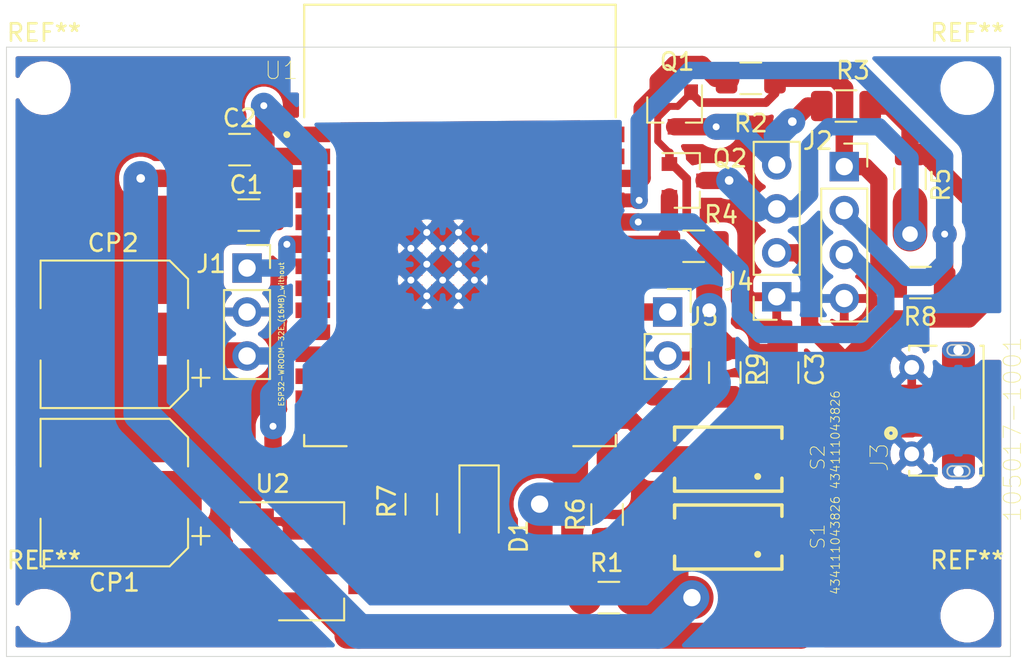
<source format=kicad_pcb>
(kicad_pcb (version 20171130) (host pcbnew "(5.1.9)-1")

  (general
    (thickness 1.6)
    (drawings 8)
    (tracks 215)
    (zones 0)
    (modules 30)
    (nets 17)
  )

  (page A4)
  (layers
    (0 F.Cu signal)
    (31 B.Cu signal)
    (32 B.Adhes user hide)
    (33 F.Adhes user hide)
    (34 B.Paste user hide)
    (35 F.Paste user)
    (36 B.SilkS user)
    (37 F.SilkS user)
    (38 B.Mask user hide)
    (39 F.Mask user)
    (40 Dwgs.User user hide)
    (41 Cmts.User user hide)
    (42 Eco1.User user hide)
    (43 Eco2.User user hide)
    (44 Edge.Cuts user)
    (45 Margin user hide)
    (46 B.CrtYd user hide)
    (47 F.CrtYd user)
    (48 B.Fab user hide)
    (49 F.Fab user hide)
  )

  (setup
    (last_trace_width 0.25)
    (user_trace_width 0.5)
    (user_trace_width 1)
    (user_trace_width 1.5)
    (user_trace_width 2)
    (trace_clearance 0.2)
    (zone_clearance 0.5)
    (zone_45_only no)
    (trace_min 0.2)
    (via_size 0.8)
    (via_drill 0.4)
    (via_min_size 0.4)
    (via_min_drill 0.3)
    (uvia_size 0.3)
    (uvia_drill 0.1)
    (uvias_allowed no)
    (uvia_min_size 0.2)
    (uvia_min_drill 0.1)
    (edge_width 0.05)
    (segment_width 0.2)
    (pcb_text_width 0.3)
    (pcb_text_size 1.5 1.5)
    (mod_edge_width 0.12)
    (mod_text_size 1 1)
    (mod_text_width 0.15)
    (pad_size 0.5 0.5)
    (pad_drill 0.4)
    (pad_to_mask_clearance 0.051)
    (solder_mask_min_width 0.25)
    (aux_axis_origin 0 0)
    (visible_elements 7FFFFFFF)
    (pcbplotparams
      (layerselection 0x010fc_ffffffff)
      (usegerberextensions true)
      (usegerberattributes false)
      (usegerberadvancedattributes false)
      (creategerberjobfile false)
      (excludeedgelayer true)
      (linewidth 0.100000)
      (plotframeref false)
      (viasonmask false)
      (mode 1)
      (useauxorigin false)
      (hpglpennumber 1)
      (hpglpenspeed 20)
      (hpglpendiameter 15.000000)
      (psnegative false)
      (psa4output false)
      (plotreference true)
      (plotvalue true)
      (plotinvisibletext false)
      (padsonsilk true)
      (subtractmaskfromsilk false)
      (outputformat 1)
      (mirror false)
      (drillshape 0)
      (scaleselection 1)
      (outputdirectory "GerberFiles/"))
  )

  (net 0 "")
  (net 1 VDD33)
  (net 2 VDD5)
  (net 3 micro_out)
  (net 4 TxD0)
  (net 5 RxD0)
  (net 6 SDA)
  (net 7 button)
  (net 8 SCL)
  (net 9 GND)
  (net 10 "Net-(C1-Pad1)")
  (net 11 "Net-(C3-Pad1)")
  (net 12 SCL_LS)
  (net 13 SDA_LS)
  (net 14 "Net-(D1-Pad2)")
  (net 15 "Net-(R7-Pad1)")
  (net 16 "Net-(R9-Pad1)")

  (net_class Default "This is the default net class."
    (clearance 0.2)
    (trace_width 0.25)
    (via_dia 0.8)
    (via_drill 0.4)
    (uvia_dia 0.3)
    (uvia_drill 0.1)
    (add_net GND)
    (add_net "Net-(C1-Pad1)")
    (add_net "Net-(C3-Pad1)")
    (add_net "Net-(D1-Pad2)")
    (add_net "Net-(R7-Pad1)")
    (add_net "Net-(R9-Pad1)")
    (add_net RxD0)
    (add_net SCL)
    (add_net SCL_LS)
    (add_net SDA)
    (add_net SDA_LS)
    (add_net TxD0)
    (add_net VDD33)
    (add_net VDD5)
    (add_net button)
    (add_net micro_out)
  )

  (module "ESP32-WROOM-32E__16MB_:MODULE_ESP32-WROOM-32E_(16MB)" (layer F.Cu) (tedit 6078255B) (tstamp 6075D477)
    (at 110.9 50.1)
    (path /605539A3)
    (attr smd)
    (fp_text reference U1 (at -10.316 -8.952) (layer F.SilkS)
      (effects (font (size 1 1) (thickness 0.05)))
    )
    (fp_text value "ESP32-WROOM-32E_(16MB)_without" (at -10.316 6.288 -90) (layer F.SilkS)
      (effects (font (size 0.3 0.3) (thickness 0.05)))
    )
    (fp_line (start 9 -12.75) (end 9 -6.25) (layer F.SilkS) (width 0.127))
    (fp_line (start -9 -12.75) (end 9 -12.75) (layer F.SilkS) (width 0.127))
    (fp_line (start -9 -6.25) (end -9 -12.75) (layer F.SilkS) (width 0.127))
    (fp_line (start 9 12.75) (end 9 12.1) (layer F.SilkS) (width 0.127))
    (fp_line (start 6.55 12.75) (end 9 12.75) (layer F.SilkS) (width 0.127))
    (fp_line (start -9 12.75) (end -6.55 12.75) (layer F.SilkS) (width 0.127))
    (fp_line (start -9 12.1) (end -9 12.75) (layer F.SilkS) (width 0.127))
    (fp_circle (center -10 -5.25) (end -9.9 -5.25) (layer F.SilkS) (width 0.2))
    (fp_circle (center -10 -5.25) (end -9.9 -5.25) (layer Eco2.User) (width 0.2))
    (fp_line (start -9.25 -6) (end -9.25 -13) (layer Eco1.User) (width 0.05))
    (fp_line (start -9.75 -6) (end -9.25 -6) (layer Eco1.User) (width 0.05))
    (fp_line (start -9.75 13.5) (end -9.75 -6) (layer Eco1.User) (width 0.05))
    (fp_line (start 9.75 13.5) (end -9.75 13.5) (layer Eco1.User) (width 0.05))
    (fp_line (start 9.75 -6) (end 9.75 13.5) (layer Eco1.User) (width 0.05))
    (fp_line (start 9.25 -6) (end 9.75 -6) (layer Eco1.User) (width 0.05))
    (fp_line (start 9.25 -13) (end 9.25 -6) (layer Eco1.User) (width 0.05))
    (fp_line (start -9.25 -13) (end 9.25 -13) (layer Eco1.User) (width 0.05))
    (fp_poly (pts (xy -9 -12.75) (xy 9 -12.75) (xy 9 -6.45) (xy -9 -6.45)) (layer Dwgs.User) (width 0))
    (fp_poly (pts (xy -9 -12.75) (xy 9 -12.75) (xy 9 -6.45) (xy -9 -6.45)) (layer Dwgs.User) (width 0))
    (fp_line (start -9 -6.45) (end 9 -6.45) (layer Eco2.User) (width 0.127))
    (fp_line (start -9 -12.75) (end -9 -6.45) (layer Eco2.User) (width 0.127))
    (fp_line (start -9 12.75) (end -9 -6.45) (layer Eco2.User) (width 0.127))
    (fp_line (start 9 12.75) (end -9 12.75) (layer Eco2.User) (width 0.127))
    (fp_line (start 9 -6.45) (end 9 12.75) (layer Eco2.User) (width 0.127))
    (fp_line (start 9 -12.75) (end 9 -6.45) (layer Eco2.User) (width 0.127))
    (fp_line (start -9 -12.75) (end 9 -12.75) (layer Eco2.User) (width 0.127))
    (fp_text user ANTENNA (at -6 -9) (layer Edge.Cuts)
      (effects (font (size 1 1) (thickness 0.05)))
    )
    (pad 1 smd rect (at -8.5 -5.26) (size 2 0.9) (layers F.Cu F.Paste F.Mask)
      (net 9 GND))
    (pad 2 smd rect (at -8.5 -3.99) (size 2 0.9) (layers F.Cu F.Paste F.Mask)
      (net 1 VDD33))
    (pad 3 smd rect (at -8.5 -2.72) (size 2 0.9) (layers F.Cu F.Paste F.Mask)
      (net 10 "Net-(C1-Pad1)"))
    (pad 4 smd rect (at -8.5 -1.45) (size 2 0.9) (layers F.Cu F.Paste F.Mask))
    (pad 5 smd rect (at -8.5 -0.18) (size 2 0.9) (layers F.Cu F.Paste F.Mask))
    (pad 6 smd rect (at -8.5 1.09) (size 2 0.9) (layers F.Cu F.Paste F.Mask)
      (net 3 micro_out))
    (pad 7 smd rect (at -8.5 2.36) (size 2 0.9) (layers F.Cu F.Paste F.Mask))
    (pad 8 smd rect (at -8.5 3.63) (size 2 0.9) (layers F.Cu F.Paste F.Mask))
    (pad 9 smd rect (at -8.5 4.9) (size 2 0.9) (layers F.Cu F.Paste F.Mask))
    (pad 10 smd rect (at -8.5 6.17) (size 2 0.9) (layers F.Cu F.Paste F.Mask))
    (pad 11 smd rect (at -8.5 7.44) (size 2 0.9) (layers F.Cu F.Paste F.Mask))
    (pad 12 smd rect (at -8.5 8.71) (size 2 0.9) (layers F.Cu F.Paste F.Mask))
    (pad 13 smd rect (at -8.5 9.98) (size 2 0.9) (layers F.Cu F.Paste F.Mask))
    (pad 14 smd rect (at -8.5 11.25) (size 2 0.9) (layers F.Cu F.Paste F.Mask)
      (net 15 "Net-(R7-Pad1)"))
    (pad 15 smd rect (at -5.715 12.25) (size 0.9 2) (layers F.Cu F.Paste F.Mask)
      (net 9 GND))
    (pad 16 smd rect (at -4.445 12.25) (size 0.9 2) (layers F.Cu F.Paste F.Mask))
    (pad 17 smd rect (at -3.175 12.25) (size 0.9 2) (layers F.Cu F.Paste F.Mask))
    (pad 18 smd rect (at -1.905 12.25) (size 0.9 2) (layers F.Cu F.Paste F.Mask))
    (pad 19 smd rect (at -0.635 12.25) (size 0.9 2) (layers F.Cu F.Paste F.Mask))
    (pad 20 smd rect (at 0.635 12.25) (size 0.9 2) (layers F.Cu F.Paste F.Mask))
    (pad 21 smd rect (at 1.905 12.25) (size 0.9 2) (layers F.Cu F.Paste F.Mask))
    (pad 22 smd rect (at 3.175 12.25) (size 0.9 2) (layers F.Cu F.Paste F.Mask))
    (pad 23 smd rect (at 4.445 12.25) (size 0.9 2) (layers F.Cu F.Paste F.Mask))
    (pad 24 smd rect (at 5.715 12.25) (size 0.9 2) (layers F.Cu F.Paste F.Mask))
    (pad 25 smd rect (at 8.5 11.25) (size 2 0.9) (layers F.Cu F.Paste F.Mask)
      (net 11 "Net-(C3-Pad1)"))
    (pad 26 smd rect (at 8.5 9.98) (size 2 0.9) (layers F.Cu F.Paste F.Mask))
    (pad 27 smd rect (at 8.5 8.71) (size 2 0.9) (layers F.Cu F.Paste F.Mask))
    (pad 28 smd rect (at 8.5 7.44) (size 2 0.9) (layers F.Cu F.Paste F.Mask))
    (pad 29 smd rect (at 8.5 6.17) (size 2 0.9) (layers F.Cu F.Paste F.Mask)
      (net 16 "Net-(R9-Pad1)"))
    (pad 30 smd rect (at 8.5 4.9) (size 2 0.9) (layers F.Cu F.Paste F.Mask)
      (net 7 button))
    (pad 31 smd rect (at 8.5 3.63) (size 2 0.9) (layers F.Cu F.Paste F.Mask))
    (pad 32 smd rect (at 8.5 2.36) (size 2 0.9) (layers F.Cu F.Paste F.Mask))
    (pad 33 smd rect (at 8.5 1.09) (size 2 0.9) (layers F.Cu F.Paste F.Mask)
      (net 13 SDA_LS))
    (pad 34 smd rect (at 8.5 -0.18) (size 2 0.9) (layers F.Cu F.Paste F.Mask)
      (net 5 RxD0))
    (pad 35 smd rect (at 8.5 -1.45) (size 2 0.9) (layers F.Cu F.Paste F.Mask)
      (net 4 TxD0))
    (pad 36 smd rect (at 8.5 -2.72) (size 2 0.9) (layers F.Cu F.Paste F.Mask)
      (net 12 SCL_LS))
    (pad 37 smd rect (at 8.5 -3.99) (size 2 0.9) (layers F.Cu F.Paste F.Mask))
    (pad 38 smd rect (at 8.5 -5.26) (size 2 0.9) (layers F.Cu F.Paste F.Mask)
      (net 9 GND))
    (pad 39_1 smd rect (at -2.835 0.405) (size 1.33 1.33) (layers F.Cu F.Paste)
      (net 9 GND))
    (pad 39_2 smd rect (at -1 0.405) (size 1.33 1.33) (layers F.Cu F.Paste)
      (net 9 GND))
    (pad 39_3 smd rect (at 0.835 0.405) (size 1.33 1.33) (layers F.Cu F.Paste)
      (net 9 GND))
    (pad 39_4 smd rect (at -2.835 2.24) (size 1.33 1.33) (layers F.Cu F.Paste)
      (net 9 GND))
    (pad 39_5 smd rect (at -1 2.24) (size 1.33 1.33) (layers F.Cu F.Paste)
      (net 9 GND))
    (pad 39_6 smd rect (at 0.835 2.24) (size 1.33 1.33) (layers F.Cu F.Paste)
      (net 9 GND))
    (pad 39_7 smd rect (at -2.835 4.075) (size 1.33 1.33) (layers F.Cu F.Paste)
      (net 9 GND))
    (pad 39_8 smd rect (at -1 4.075) (size 1.33 1.33) (layers F.Cu F.Paste)
      (net 9 GND))
    (pad 39_9 smd rect (at 0.835 4.075) (size 1.33 1.33) (layers F.Cu F.Paste)
      (net 9 GND))
    (pad 39_10 thru_hole circle (at -1.9175 0.405) (size 0.5 0.5) (drill 0.4) (layers *.Cu *.Mask)
      (net 9 GND))
    (pad 39_11 thru_hole circle (at -0.0825 0.405) (size 0.5 0.5) (drill 0.4) (layers *.Cu *.Mask)
      (net 9 GND))
    (pad 39_12 thru_hole circle (at -2.835 1.3225) (size 0.5 0.5) (drill 0.4) (layers *.Cu *.Mask)
      (net 9 GND))
    (pad 39_13 thru_hole circle (at -1 1.3225) (size 0.5 0.5) (drill 0.4) (layers *.Cu *.Mask)
      (net 9 GND))
    (pad 39_14 thru_hole circle (at 0.835 1.3225) (size 0.5 0.5) (drill 0.4) (layers *.Cu *.Mask)
      (net 9 GND))
    (pad 39_15 thru_hole circle (at -1.9175 2.24) (size 0.5 0.5) (drill 0.4) (layers *.Cu *.Mask)
      (net 9 GND))
    (pad 39_16 thru_hole circle (at -0.0825 2.24) (size 0.5 0.5) (drill 0.4) (layers *.Cu *.Mask)
      (net 9 GND))
    (pad 39_17 thru_hole circle (at -2.835 3.1575) (size 0.5 0.5) (drill 0.4) (layers *.Cu *.Mask)
      (net 9 GND))
    (pad 39_18 thru_hole circle (at -1 3.1575) (size 0.5 0.5) (drill 0.4) (layers *.Cu *.Mask)
      (net 9 GND))
    (pad 39_19 thru_hole circle (at 0.835 3.1575) (size 0.5 0.5) (drill 0.4) (layers *.Cu *.Mask)
      (net 9 GND))
    (pad 39_20 thru_hole circle (at -1.9175 4.075) (size 0.5 0.5) (drill 0.4) (layers *.Cu *.Mask)
      (net 9 GND))
    (pad 39_21 thru_hole circle (at -0.0825 4.075) (size 0.5 0.5) (drill 0.4) (layers *.Cu *.Mask)
      (net 9 GND))
  )

  (module MountingHole:MountingHole_2.1mm (layer F.Cu) (tedit 5B924765) (tstamp 60741CE7)
    (at 86.868 42.164)
    (descr "Mounting Hole 2.1mm, no annular")
    (tags "mounting hole 2.1mm no annular")
    (attr virtual)
    (fp_text reference REF** (at 0 -3.2) (layer F.SilkS)
      (effects (font (size 1 1) (thickness 0.15)))
    )
    (fp_text value MountingHole_2.1mm (at 0 3.2) (layer F.Fab)
      (effects (font (size 1 1) (thickness 0.15)))
    )
    (fp_circle (center 0 0) (end 2.1 0) (layer Cmts.User) (width 0.15))
    (fp_circle (center 0 0) (end 2.35 0) (layer F.CrtYd) (width 0.05))
    (fp_text user %R (at 0.3 0) (layer F.Fab)
      (effects (font (size 1 1) (thickness 0.15)))
    )
    (pad "" np_thru_hole circle (at 0 0) (size 2.1 2.1) (drill 2.1) (layers *.Cu *.Mask))
  )

  (module MountingHole:MountingHole_2.1mm (layer F.Cu) (tedit 5B924765) (tstamp 60741CC2)
    (at 86.868 72.644)
    (descr "Mounting Hole 2.1mm, no annular")
    (tags "mounting hole 2.1mm no annular")
    (attr virtual)
    (fp_text reference REF** (at 0 -3.2) (layer F.SilkS)
      (effects (font (size 1 1) (thickness 0.15)))
    )
    (fp_text value MountingHole_2.1mm (at 0 3.2) (layer F.Fab)
      (effects (font (size 1 1) (thickness 0.15)))
    )
    (fp_circle (center 0 0) (end 2.1 0) (layer Cmts.User) (width 0.15))
    (fp_circle (center 0 0) (end 2.35 0) (layer F.CrtYd) (width 0.05))
    (fp_text user %R (at 0.3 0) (layer F.Fab)
      (effects (font (size 1 1) (thickness 0.15)))
    )
    (pad "" np_thru_hole circle (at 0 0) (size 2.1 2.1) (drill 2.1) (layers *.Cu *.Mask))
  )

  (module MountingHole:MountingHole_2.1mm (layer F.Cu) (tedit 5B924765) (tstamp 60747860)
    (at 140.208 72.644)
    (descr "Mounting Hole 2.1mm, no annular")
    (tags "mounting hole 2.1mm no annular")
    (attr virtual)
    (fp_text reference REF** (at 0 -3.2) (layer F.SilkS)
      (effects (font (size 1 1) (thickness 0.15)))
    )
    (fp_text value MountingHole_2.1mm (at 0 3.2) (layer F.Fab)
      (effects (font (size 1 1) (thickness 0.15)))
    )
    (fp_circle (center 0 0) (end 2.1 0) (layer Cmts.User) (width 0.15))
    (fp_circle (center 0 0) (end 2.35 0) (layer F.CrtYd) (width 0.05))
    (fp_text user %R (at 0.3 0) (layer F.Fab)
      (effects (font (size 1 1) (thickness 0.15)))
    )
    (pad "" np_thru_hole circle (at 0 0) (size 2.1 2.1) (drill 2.1) (layers *.Cu *.Mask))
  )

  (module MountingHole:MountingHole_2.1mm (layer F.Cu) (tedit 5B924765) (tstamp 6074783C)
    (at 140.208 42.164)
    (descr "Mounting Hole 2.1mm, no annular")
    (tags "mounting hole 2.1mm no annular")
    (attr virtual)
    (fp_text reference REF** (at 0 -3.2) (layer F.SilkS)
      (effects (font (size 1 1) (thickness 0.15)))
    )
    (fp_text value MountingHole_2.1mm (at 0 3.2) (layer F.Fab)
      (effects (font (size 1 1) (thickness 0.15)))
    )
    (fp_circle (center 0 0) (end 2.1 0) (layer Cmts.User) (width 0.15))
    (fp_circle (center 0 0) (end 2.35 0) (layer F.CrtYd) (width 0.05))
    (fp_text user %R (at 0.3 0) (layer F.Fab)
      (effects (font (size 1 1) (thickness 0.15)))
    )
    (pad "" np_thru_hole circle (at 0 0) (size 2.1 2.1) (drill 2.1) (layers *.Cu *.Mask))
  )

  (module Resistor_SMD:R_1206_3216Metric (layer F.Cu) (tedit 5B301BBD) (tstamp 6065145B)
    (at 126.2 58.6 90)
    (descr "Resistor SMD 1206 (3216 Metric), square (rectangular) end terminal, IPC_7351 nominal, (Body size source: http://www.tortai-tech.com/upload/download/2011102023233369053.pdf), generated with kicad-footprint-generator")
    (tags resistor)
    (path /6069212B)
    (attr smd)
    (fp_text reference R9 (at 0.18 1.816 90) (layer F.SilkS)
      (effects (font (size 1 1) (thickness 0.15)))
    )
    (fp_text value 10k (at 0 1.82 90) (layer F.Fab)
      (effects (font (size 1 1) (thickness 0.15)))
    )
    (fp_line (start -1.6 0.8) (end -1.6 -0.8) (layer F.Fab) (width 0.1))
    (fp_line (start -1.6 -0.8) (end 1.6 -0.8) (layer F.Fab) (width 0.1))
    (fp_line (start 1.6 -0.8) (end 1.6 0.8) (layer F.Fab) (width 0.1))
    (fp_line (start 1.6 0.8) (end -1.6 0.8) (layer F.Fab) (width 0.1))
    (fp_line (start -0.602064 -0.91) (end 0.602064 -0.91) (layer F.SilkS) (width 0.12))
    (fp_line (start -0.602064 0.91) (end 0.602064 0.91) (layer F.SilkS) (width 0.12))
    (fp_line (start -2.28 1.12) (end -2.28 -1.12) (layer F.CrtYd) (width 0.05))
    (fp_line (start -2.28 -1.12) (end 2.28 -1.12) (layer F.CrtYd) (width 0.05))
    (fp_line (start 2.28 -1.12) (end 2.28 1.12) (layer F.CrtYd) (width 0.05))
    (fp_line (start 2.28 1.12) (end -2.28 1.12) (layer F.CrtYd) (width 0.05))
    (fp_text user %R (at 0 0 90) (layer F.Fab)
      (effects (font (size 0.8 0.8) (thickness 0.12)))
    )
    (pad 2 smd roundrect (at 1.4 0 90) (size 1.25 1.75) (layers F.Cu F.Paste F.Mask) (roundrect_rratio 0.2)
      (net 1 VDD33))
    (pad 1 smd roundrect (at -1.4 0 90) (size 1.25 1.75) (layers F.Cu F.Paste F.Mask) (roundrect_rratio 0.2)
      (net 16 "Net-(R9-Pad1)"))
    (model ${KISYS3DMOD}/Resistor_SMD.3dshapes/R_1206_3216Metric.wrl
      (at (xyz 0 0 0))
      (scale (xyz 1 1 1))
      (rotate (xyz 0 0 0))
    )
  )

  (module Resistor_SMD:R_1206_3216Metric (layer F.Cu) (tedit 5B301BBD) (tstamp 60650718)
    (at 137.5 53.4)
    (descr "Resistor SMD 1206 (3216 Metric), square (rectangular) end terminal, IPC_7351 nominal, (Body size source: http://www.tortai-tech.com/upload/download/2011102023233369053.pdf), generated with kicad-footprint-generator")
    (tags resistor)
    (path /6068D97E)
    (attr smd)
    (fp_text reference R8 (at 0 1.972) (layer F.SilkS)
      (effects (font (size 1 1) (thickness 0.15)))
    )
    (fp_text value 10k (at 0 1.82) (layer F.Fab)
      (effects (font (size 1 1) (thickness 0.15)))
    )
    (fp_line (start -1.6 0.8) (end -1.6 -0.8) (layer F.Fab) (width 0.1))
    (fp_line (start -1.6 -0.8) (end 1.6 -0.8) (layer F.Fab) (width 0.1))
    (fp_line (start 1.6 -0.8) (end 1.6 0.8) (layer F.Fab) (width 0.1))
    (fp_line (start 1.6 0.8) (end -1.6 0.8) (layer F.Fab) (width 0.1))
    (fp_line (start -0.602064 -0.91) (end 0.602064 -0.91) (layer F.SilkS) (width 0.12))
    (fp_line (start -0.602064 0.91) (end 0.602064 0.91) (layer F.SilkS) (width 0.12))
    (fp_line (start -2.28 1.12) (end -2.28 -1.12) (layer F.CrtYd) (width 0.05))
    (fp_line (start -2.28 -1.12) (end 2.28 -1.12) (layer F.CrtYd) (width 0.05))
    (fp_line (start 2.28 -1.12) (end 2.28 1.12) (layer F.CrtYd) (width 0.05))
    (fp_line (start 2.28 1.12) (end -2.28 1.12) (layer F.CrtYd) (width 0.05))
    (fp_text user %R (at 0 0) (layer F.Fab)
      (effects (font (size 0.8 0.8) (thickness 0.12)))
    )
    (pad 2 smd roundrect (at 1.4 0) (size 1.25 1.75) (layers F.Cu F.Paste F.Mask) (roundrect_rratio 0.2)
      (net 4 TxD0))
    (pad 1 smd roundrect (at -1.4 0) (size 1.25 1.75) (layers F.Cu F.Paste F.Mask) (roundrect_rratio 0.2)
      (net 1 VDD33))
    (model ${KISYS3DMOD}/Resistor_SMD.3dshapes/R_1206_3216Metric.wrl
      (at (xyz 0 0 0))
      (scale (xyz 1 1 1))
      (rotate (xyz 0 0 0))
    )
  )

  (module Capacitor_SMD:C_1206_3216Metric (layer F.Cu) (tedit 5B301BBE) (tstamp 60650760)
    (at 98.168 45.72)
    (descr "Capacitor SMD 1206 (3216 Metric), square (rectangular) end terminal, IPC_7351 nominal, (Body size source: http://www.tortai-tech.com/upload/download/2011102023233369053.pdf), generated with kicad-footprint-generator")
    (tags capacitor)
    (path /604988D7)
    (attr smd)
    (fp_text reference C2 (at 0 -1.82) (layer F.SilkS)
      (effects (font (size 1 1) (thickness 0.15)))
    )
    (fp_text value 100n (at 0 1.82) (layer F.Fab)
      (effects (font (size 1 1) (thickness 0.15)))
    )
    (fp_line (start -1.6 0.8) (end -1.6 -0.8) (layer F.Fab) (width 0.1))
    (fp_line (start -1.6 -0.8) (end 1.6 -0.8) (layer F.Fab) (width 0.1))
    (fp_line (start 1.6 -0.8) (end 1.6 0.8) (layer F.Fab) (width 0.1))
    (fp_line (start 1.6 0.8) (end -1.6 0.8) (layer F.Fab) (width 0.1))
    (fp_line (start -0.602064 -0.91) (end 0.602064 -0.91) (layer F.SilkS) (width 0.12))
    (fp_line (start -0.602064 0.91) (end 0.602064 0.91) (layer F.SilkS) (width 0.12))
    (fp_line (start -2.28 1.12) (end -2.28 -1.12) (layer F.CrtYd) (width 0.05))
    (fp_line (start -2.28 -1.12) (end 2.28 -1.12) (layer F.CrtYd) (width 0.05))
    (fp_line (start 2.28 -1.12) (end 2.28 1.12) (layer F.CrtYd) (width 0.05))
    (fp_line (start 2.28 1.12) (end -2.28 1.12) (layer F.CrtYd) (width 0.05))
    (fp_text user %R (at 0 0) (layer F.Fab)
      (effects (font (size 0.8 0.8) (thickness 0.12)))
    )
    (pad 2 smd roundrect (at 1.4 0) (size 1.25 1.75) (layers F.Cu F.Paste F.Mask) (roundrect_rratio 0.2)
      (net 1 VDD33))
    (pad 1 smd roundrect (at -1.4 0) (size 1.25 1.75) (layers F.Cu F.Paste F.Mask) (roundrect_rratio 0.2)
      (net 9 GND))
    (model ${KISYS3DMOD}/Capacitor_SMD.3dshapes/C_1206_3216Metric.wrl
      (at (xyz 0 0 0))
      (scale (xyz 1 1 1))
      (rotate (xyz 0 0 0))
    )
  )

  (module Capacitor_SMD:C_1206_3216Metric (layer F.Cu) (tedit 5B301BBE) (tstamp 606509C1)
    (at 98.7 49.5 180)
    (descr "Capacitor SMD 1206 (3216 Metric), square (rectangular) end terminal, IPC_7351 nominal, (Body size source: http://www.tortai-tech.com/upload/download/2011102023233369053.pdf), generated with kicad-footprint-generator")
    (tags capacitor)
    (path /604AAF57)
    (attr smd)
    (fp_text reference C1 (at 0.148 1.748) (layer F.SilkS)
      (effects (font (size 1 1) (thickness 0.15)))
    )
    (fp_text value 100n (at 0 1.82) (layer F.Fab)
      (effects (font (size 1 1) (thickness 0.15)))
    )
    (fp_line (start -1.6 0.8) (end -1.6 -0.8) (layer F.Fab) (width 0.1))
    (fp_line (start -1.6 -0.8) (end 1.6 -0.8) (layer F.Fab) (width 0.1))
    (fp_line (start 1.6 -0.8) (end 1.6 0.8) (layer F.Fab) (width 0.1))
    (fp_line (start 1.6 0.8) (end -1.6 0.8) (layer F.Fab) (width 0.1))
    (fp_line (start -0.602064 -0.91) (end 0.602064 -0.91) (layer F.SilkS) (width 0.12))
    (fp_line (start -0.602064 0.91) (end 0.602064 0.91) (layer F.SilkS) (width 0.12))
    (fp_line (start -2.28 1.12) (end -2.28 -1.12) (layer F.CrtYd) (width 0.05))
    (fp_line (start -2.28 -1.12) (end 2.28 -1.12) (layer F.CrtYd) (width 0.05))
    (fp_line (start 2.28 -1.12) (end 2.28 1.12) (layer F.CrtYd) (width 0.05))
    (fp_line (start 2.28 1.12) (end -2.28 1.12) (layer F.CrtYd) (width 0.05))
    (fp_text user %R (at 0 0) (layer F.Fab)
      (effects (font (size 0.8 0.8) (thickness 0.12)))
    )
    (pad 2 smd roundrect (at 1.4 0 180) (size 1.25 1.75) (layers F.Cu F.Paste F.Mask) (roundrect_rratio 0.2)
      (net 9 GND))
    (pad 1 smd roundrect (at -1.4 0 180) (size 1.25 1.75) (layers F.Cu F.Paste F.Mask) (roundrect_rratio 0.2)
      (net 10 "Net-(C1-Pad1)"))
    (model ${KISYS3DMOD}/Capacitor_SMD.3dshapes/C_1206_3216Metric.wrl
      (at (xyz 0 0 0))
      (scale (xyz 1 1 1))
      (rotate (xyz 0 0 0))
    )
  )

  (module Resistor_SMD:R_1206_3216Metric (layer F.Cu) (tedit 5B301BBD) (tstamp 6064FCCC)
    (at 133.2 43.2)
    (descr "Resistor SMD 1206 (3216 Metric), square (rectangular) end terminal, IPC_7351 nominal, (Body size source: http://www.tortai-tech.com/upload/download/2011102023233369053.pdf), generated with kicad-footprint-generator")
    (tags resistor)
    (path /605CE019)
    (attr smd)
    (fp_text reference R3 (at 0.404 -2.052) (layer F.SilkS)
      (effects (font (size 1 1) (thickness 0.15)))
    )
    (fp_text value 10k (at 0 1.82) (layer F.Fab)
      (effects (font (size 1 1) (thickness 0.15)))
    )
    (fp_line (start 2.28 1.12) (end -2.28 1.12) (layer F.CrtYd) (width 0.05))
    (fp_line (start 2.28 -1.12) (end 2.28 1.12) (layer F.CrtYd) (width 0.05))
    (fp_line (start -2.28 -1.12) (end 2.28 -1.12) (layer F.CrtYd) (width 0.05))
    (fp_line (start -2.28 1.12) (end -2.28 -1.12) (layer F.CrtYd) (width 0.05))
    (fp_line (start -0.602064 0.91) (end 0.602064 0.91) (layer F.SilkS) (width 0.12))
    (fp_line (start -0.602064 -0.91) (end 0.602064 -0.91) (layer F.SilkS) (width 0.12))
    (fp_line (start 1.6 0.8) (end -1.6 0.8) (layer F.Fab) (width 0.1))
    (fp_line (start 1.6 -0.8) (end 1.6 0.8) (layer F.Fab) (width 0.1))
    (fp_line (start -1.6 -0.8) (end 1.6 -0.8) (layer F.Fab) (width 0.1))
    (fp_line (start -1.6 0.8) (end -1.6 -0.8) (layer F.Fab) (width 0.1))
    (fp_text user %R (at 0 0) (layer F.Fab)
      (effects (font (size 0.8 0.8) (thickness 0.12)))
    )
    (pad 1 smd roundrect (at -1.4 0) (size 1.25 1.75) (layers F.Cu F.Paste F.Mask) (roundrect_rratio 0.2)
      (net 8 SCL))
    (pad 2 smd roundrect (at 1.4 0) (size 1.25 1.75) (layers F.Cu F.Paste F.Mask) (roundrect_rratio 0.2)
      (net 2 VDD5))
    (model ${KISYS3DMOD}/Resistor_SMD.3dshapes/R_1206_3216Metric.wrl
      (at (xyz 0 0 0))
      (scale (xyz 1 1 1))
      (rotate (xyz 0 0 0))
    )
  )

  (module 105017-1001:MOLEX_105017-1001 (layer F.Cu) (tedit 60782140) (tstamp 60650861)
    (at 139.7 60.8 90)
    (path /604A40E2)
    (attr smd)
    (fp_text reference J3 (at -2.7 -4.572 90) (layer F.SilkS)
      (effects (font (size 1.00091 1.00091) (thickness 0.05)))
    )
    (fp_text value 105017-1001 (at -1.0769 3.12053 90) (layer F.SilkS)
      (effects (font (size 1.00178 1.00178) (thickness 0.05)))
    )
    (fp_line (start -3.2 -0.35) (end -3.2 0.35) (layer Edge.Cuts) (width 0.1))
    (fp_line (start -3.8 0.35) (end -3.8 -0.35) (layer Edge.Cuts) (width 0.1))
    (fp_line (start 3.8 -0.35) (end 3.8 0.35) (layer Edge.Cuts) (width 0.1))
    (fp_line (start 3.2 0.35) (end 3.2 -0.35) (layer Edge.Cuts) (width 0.1))
    (fp_line (start -3.75 -2.85) (end 3.75 -2.85) (layer Eco2.User) (width 0.127))
    (fp_line (start 3.75 -2.85) (end 3.75 2.15) (layer Eco2.User) (width 0.127))
    (fp_line (start 3.75 2.15) (end -3.75 2.15) (layer Eco2.User) (width 0.127))
    (fp_line (start -3.75 2.15) (end -3.75 1.45) (layer Eco2.User) (width 0.127))
    (fp_line (start -3.75 1.45) (end -3.75 -2.85) (layer Eco2.User) (width 0.127))
    (fp_line (start -3.75 1.45) (end 8.55 1.45) (layer Eco2.User) (width 0.127))
    (fp_line (start -3.75 -1.27) (end -3.75 -2.85) (layer F.SilkS) (width 0.127))
    (fp_line (start -3.75 -2.85) (end -3.479 -2.85) (layer F.SilkS) (width 0.127))
    (fp_line (start 3.75 -1.27) (end 3.75 -2.85) (layer F.SilkS) (width 0.127))
    (fp_line (start 3.75 -2.85) (end 3.479 -2.85) (layer F.SilkS) (width 0.127))
    (fp_line (start -4.225 -3.675) (end -4.225 2.4) (layer Eco1.User) (width 0.05))
    (fp_line (start -4.225 2.4) (end 4.225 2.4) (layer Eco1.User) (width 0.05))
    (fp_line (start 4.225 2.4) (end 4.225 -3.675) (layer Eco1.User) (width 0.05))
    (fp_line (start 4.225 -3.675) (end -4.225 -3.675) (layer Eco1.User) (width 0.05))
    (fp_poly (pts (xy -3.5 -0.95) (xy -2.3 -0.95) (xy -2.3 0.95) (xy -3.5 0.95)
      (xy -3.52486 0.949349) (xy -3.54965 0.947398) (xy -3.57431 0.944152) (xy -3.59876 0.93962)
      (xy -3.62294 0.933815) (xy -3.64678 0.926752) (xy -3.67022 0.918451) (xy -3.6932 0.908934)
      (xy -3.71565 0.898228) (xy -3.7375 0.886362) (xy -3.7587 0.873369) (xy -3.7792 0.859283)
      (xy -3.79893 0.844144) (xy -3.81784 0.827994) (xy -3.83588 0.810876) (xy -3.85299 0.792837)
      (xy -3.86914 0.773927) (xy -3.88428 0.754198) (xy -3.89837 0.733704) (xy -3.91136 0.7125)
      (xy -3.92323 0.690645) (xy -3.93393 0.6682) (xy -3.94345 0.645225) (xy -3.95175 0.621783)
      (xy -3.95881 0.597939) (xy -3.96462 0.573758) (xy -3.96915 0.549306) (xy -3.9724 0.524651)
      (xy -3.97435 0.49986) (xy -3.975 0.475) (xy -3.975 -0.475) (xy -3.97435 -0.49986)
      (xy -3.9724 -0.524651) (xy -3.96915 -0.549306) (xy -3.96462 -0.573758) (xy -3.95881 -0.597939)
      (xy -3.95175 -0.621783) (xy -3.94345 -0.645225) (xy -3.93393 -0.6682) (xy -3.92323 -0.690645)
      (xy -3.91136 -0.7125) (xy -3.89837 -0.733704) (xy -3.88428 -0.754198) (xy -3.86914 -0.773927)
      (xy -3.85299 -0.792837) (xy -3.83588 -0.810876) (xy -3.81784 -0.827994) (xy -3.79893 -0.844144)
      (xy -3.7792 -0.859283) (xy -3.7587 -0.873369) (xy -3.7375 -0.886362) (xy -3.71565 -0.898228)
      (xy -3.6932 -0.908934) (xy -3.67022 -0.918451) (xy -3.64678 -0.926752) (xy -3.62294 -0.933815)
      (xy -3.59876 -0.93962) (xy -3.57431 -0.944152) (xy -3.54965 -0.947398) (xy -3.52486 -0.949349)) (layer F.Cu) (width 0.0001))
    (fp_poly (pts (xy -3.5 -0.95) (xy -2.3 -0.95) (xy -2.3 0.95) (xy -3.5 0.95)
      (xy -3.52486 0.949349) (xy -3.54965 0.947398) (xy -3.57431 0.944152) (xy -3.59876 0.93962)
      (xy -3.62294 0.933815) (xy -3.64678 0.926752) (xy -3.67022 0.918451) (xy -3.6932 0.908934)
      (xy -3.71565 0.898228) (xy -3.7375 0.886362) (xy -3.7587 0.873369) (xy -3.7792 0.859283)
      (xy -3.79893 0.844144) (xy -3.81784 0.827994) (xy -3.83588 0.810876) (xy -3.85299 0.792837)
      (xy -3.86914 0.773927) (xy -3.88428 0.754198) (xy -3.89837 0.733704) (xy -3.91136 0.7125)
      (xy -3.92323 0.690645) (xy -3.93393 0.6682) (xy -3.94345 0.645225) (xy -3.95175 0.621783)
      (xy -3.95881 0.597939) (xy -3.96462 0.573758) (xy -3.96915 0.549306) (xy -3.9724 0.524651)
      (xy -3.97435 0.49986) (xy -3.975 0.475) (xy -3.975 -0.475) (xy -3.97435 -0.49986)
      (xy -3.9724 -0.524651) (xy -3.96915 -0.549306) (xy -3.96462 -0.573758) (xy -3.95881 -0.597939)
      (xy -3.95175 -0.621783) (xy -3.94345 -0.645225) (xy -3.93393 -0.6682) (xy -3.92323 -0.690645)
      (xy -3.91136 -0.7125) (xy -3.89837 -0.733704) (xy -3.88428 -0.754198) (xy -3.86914 -0.773927)
      (xy -3.85299 -0.792837) (xy -3.83588 -0.810876) (xy -3.81784 -0.827994) (xy -3.79893 -0.844144)
      (xy -3.7792 -0.859283) (xy -3.7587 -0.873369) (xy -3.7375 -0.886362) (xy -3.71565 -0.898228)
      (xy -3.6932 -0.908934) (xy -3.67022 -0.918451) (xy -3.64678 -0.926752) (xy -3.62294 -0.933815)
      (xy -3.59876 -0.93962) (xy -3.57431 -0.944152) (xy -3.54965 -0.947398) (xy -3.52486 -0.949349)) (layer F.Paste) (width 0.0001))
    (fp_poly (pts (xy 3.5 -0.95) (xy 2.3 -0.95) (xy 2.3 0.95) (xy 3.5 0.95)
      (xy 3.52486 0.949349) (xy 3.54965 0.947398) (xy 3.57431 0.944152) (xy 3.59876 0.93962)
      (xy 3.62294 0.933815) (xy 3.64678 0.926752) (xy 3.67022 0.918451) (xy 3.6932 0.908934)
      (xy 3.71565 0.898228) (xy 3.7375 0.886362) (xy 3.7587 0.873369) (xy 3.7792 0.859283)
      (xy 3.79893 0.844144) (xy 3.81784 0.827994) (xy 3.83588 0.810876) (xy 3.85299 0.792837)
      (xy 3.86914 0.773927) (xy 3.88428 0.754198) (xy 3.89837 0.733704) (xy 3.91136 0.7125)
      (xy 3.92323 0.690645) (xy 3.93393 0.6682) (xy 3.94345 0.645225) (xy 3.95175 0.621783)
      (xy 3.95881 0.597939) (xy 3.96462 0.573758) (xy 3.96915 0.549306) (xy 3.9724 0.524651)
      (xy 3.97435 0.49986) (xy 3.975 0.475) (xy 3.975 -0.475) (xy 3.97435 -0.49986)
      (xy 3.9724 -0.524651) (xy 3.96915 -0.549306) (xy 3.96462 -0.573758) (xy 3.95881 -0.597939)
      (xy 3.95175 -0.621783) (xy 3.94345 -0.645225) (xy 3.93393 -0.6682) (xy 3.92323 -0.690645)
      (xy 3.91136 -0.7125) (xy 3.89837 -0.733704) (xy 3.88428 -0.754198) (xy 3.86914 -0.773927)
      (xy 3.85299 -0.792837) (xy 3.83588 -0.810876) (xy 3.81784 -0.827994) (xy 3.79893 -0.844144)
      (xy 3.7792 -0.859283) (xy 3.7587 -0.873369) (xy 3.7375 -0.886362) (xy 3.71565 -0.898228)
      (xy 3.6932 -0.908934) (xy 3.67022 -0.918451) (xy 3.64678 -0.926752) (xy 3.62294 -0.933815)
      (xy 3.59876 -0.93962) (xy 3.57431 -0.944152) (xy 3.54965 -0.947398) (xy 3.52486 -0.949349)) (layer F.Cu) (width 0.0001))
    (fp_poly (pts (xy 3.5 -0.95) (xy 2.3 -0.95) (xy 2.3 0.95) (xy 3.5 0.95)
      (xy 3.52486 0.949349) (xy 3.54965 0.947398) (xy 3.57431 0.944152) (xy 3.59876 0.93962)
      (xy 3.62294 0.933815) (xy 3.64678 0.926752) (xy 3.67022 0.918451) (xy 3.6932 0.908934)
      (xy 3.71565 0.898228) (xy 3.7375 0.886362) (xy 3.7587 0.873369) (xy 3.7792 0.859283)
      (xy 3.79893 0.844144) (xy 3.81784 0.827994) (xy 3.83588 0.810876) (xy 3.85299 0.792837)
      (xy 3.86914 0.773927) (xy 3.88428 0.754198) (xy 3.89837 0.733704) (xy 3.91136 0.7125)
      (xy 3.92323 0.690645) (xy 3.93393 0.6682) (xy 3.94345 0.645225) (xy 3.95175 0.621783)
      (xy 3.95881 0.597939) (xy 3.96462 0.573758) (xy 3.96915 0.549306) (xy 3.9724 0.524651)
      (xy 3.97435 0.49986) (xy 3.975 0.475) (xy 3.975 -0.475) (xy 3.97435 -0.49986)
      (xy 3.9724 -0.524651) (xy 3.96915 -0.549306) (xy 3.96462 -0.573758) (xy 3.95881 -0.597939)
      (xy 3.95175 -0.621783) (xy 3.94345 -0.645225) (xy 3.93393 -0.6682) (xy 3.92323 -0.690645)
      (xy 3.91136 -0.7125) (xy 3.89837 -0.733704) (xy 3.88428 -0.754198) (xy 3.86914 -0.773927)
      (xy 3.85299 -0.792837) (xy 3.83588 -0.810876) (xy 3.81784 -0.827994) (xy 3.79893 -0.844144)
      (xy 3.7792 -0.859283) (xy 3.7587 -0.873369) (xy 3.7375 -0.886362) (xy 3.71565 -0.898228)
      (xy 3.6932 -0.908934) (xy 3.67022 -0.918451) (xy 3.64678 -0.926752) (xy 3.62294 -0.933815)
      (xy 3.59876 -0.93962) (xy 3.57431 -0.944152) (xy 3.54965 -0.947398) (xy 3.52486 -0.949349)) (layer F.Paste) (width 0.0001))
    (fp_circle (center -1.3 -3.9) (end -1.2 -3.9) (layer Eco2.User) (width 0.3))
    (fp_circle (center -1.3 -3.9) (end -1.2 -3.9) (layer F.SilkS) (width 0.3))
    (fp_line (start -3.75 1.27) (end -3.75 1.45) (layer F.SilkS) (width 0.127))
    (fp_line (start -3.75 1.45) (end 3.75 1.45) (layer F.SilkS) (width 0.127))
    (fp_line (start 3.75 1.45) (end 3.75 1.27) (layer F.SilkS) (width 0.127))
    (fp_poly (pts (xy -3.5 -1.05) (xy -2.2 -1.05) (xy -2.2 1.05) (xy -3.5 1.05)
      (xy -3.53009 1.04921) (xy -3.5601 1.04685) (xy -3.58995 1.04292) (xy -3.61955 1.03743)
      (xy -3.64882 1.03041) (xy -3.67768 1.02186) (xy -3.70606 1.01181) (xy -3.73387 1.00029)
      (xy -3.76104 0.987329) (xy -3.7875 0.972965) (xy -3.81317 0.957236) (xy -3.83798 0.940185)
      (xy -3.86186 0.921859) (xy -3.88475 0.902308) (xy -3.90659 0.881586) (xy -3.92731 0.85975)
      (xy -3.94686 0.836859) (xy -3.96518 0.812977) (xy -3.98224 0.788167) (xy -3.99796 0.7625)
      (xy -4.01233 0.736045) (xy -4.02529 0.708874) (xy -4.03681 0.681062) (xy -4.04686 0.652685)
      (xy -4.05541 0.623821) (xy -4.06243 0.594549) (xy -4.06792 0.56495) (xy -4.07185 0.535104)
      (xy -4.07421 0.505093) (xy -4.075 0.475) (xy -4.075 -0.475) (xy -4.07421 -0.505093)
      (xy -4.07185 -0.535104) (xy -4.06792 -0.56495) (xy -4.06243 -0.594549) (xy -4.05541 -0.623821)
      (xy -4.04686 -0.652685) (xy -4.03681 -0.681062) (xy -4.02529 -0.708874) (xy -4.01233 -0.736045)
      (xy -3.99796 -0.7625) (xy -3.98224 -0.788167) (xy -3.96518 -0.812977) (xy -3.94686 -0.836859)
      (xy -3.92731 -0.85975) (xy -3.90659 -0.881586) (xy -3.88475 -0.902308) (xy -3.86186 -0.921859)
      (xy -3.83798 -0.940185) (xy -3.81317 -0.957236) (xy -3.7875 -0.972965) (xy -3.76104 -0.987329)
      (xy -3.73387 -1.00029) (xy -3.70606 -1.01181) (xy -3.67768 -1.02186) (xy -3.64882 -1.03041)
      (xy -3.61955 -1.03743) (xy -3.58995 -1.04292) (xy -3.5601 -1.04685) (xy -3.53009 -1.04921)) (layer F.Mask) (width 0.0001))
    (fp_poly (pts (xy 3.5 -1.05) (xy 2.2 -1.05) (xy 2.2 1.05) (xy 3.5 1.05)
      (xy 3.53009 1.04921) (xy 3.5601 1.04685) (xy 3.58995 1.04292) (xy 3.61955 1.03743)
      (xy 3.64882 1.03041) (xy 3.67768 1.02186) (xy 3.70606 1.01181) (xy 3.73387 1.00029)
      (xy 3.76104 0.987329) (xy 3.7875 0.972965) (xy 3.81317 0.957236) (xy 3.83798 0.940185)
      (xy 3.86186 0.921859) (xy 3.88475 0.902308) (xy 3.90659 0.881586) (xy 3.92731 0.85975)
      (xy 3.94686 0.836859) (xy 3.96518 0.812977) (xy 3.98224 0.788167) (xy 3.99796 0.7625)
      (xy 4.01233 0.736045) (xy 4.02529 0.708874) (xy 4.03681 0.681062) (xy 4.04686 0.652685)
      (xy 4.05541 0.623821) (xy 4.06243 0.594549) (xy 4.06792 0.56495) (xy 4.07185 0.535104)
      (xy 4.07421 0.505093) (xy 4.075 0.475) (xy 4.075 -0.475) (xy 4.07421 -0.505093)
      (xy 4.07185 -0.535104) (xy 4.06792 -0.56495) (xy 4.06243 -0.594549) (xy 4.05541 -0.623821)
      (xy 4.04686 -0.652685) (xy 4.03681 -0.681062) (xy 4.02529 -0.708874) (xy 4.01233 -0.736045)
      (xy 3.99796 -0.7625) (xy 3.98224 -0.788167) (xy 3.96518 -0.812977) (xy 3.94686 -0.836859)
      (xy 3.92731 -0.85975) (xy 3.90659 -0.881586) (xy 3.88475 -0.902308) (xy 3.86186 -0.921859)
      (xy 3.83798 -0.940185) (xy 3.81317 -0.957236) (xy 3.7875 -0.972965) (xy 3.76104 -0.987329)
      (xy 3.73387 -1.00029) (xy 3.70606 -1.01181) (xy 3.67768 -1.02186) (xy 3.64882 -1.03041)
      (xy 3.61955 -1.03743) (xy 3.58995 -1.04292) (xy 3.5601 -1.04685) (xy 3.53009 -1.04921)) (layer F.Mask) (width 0.0001))
    (fp_text user PCB~EDGE (at 4.25346 2.25183 90) (layer Edge.Cuts)
      (effects (font (size 1 1) (thickness 0.05)))
    )
    (fp_arc (start 3.5 0.35) (end 3.2 0.35) (angle -180) (layer Edge.Cuts) (width 0.1))
    (fp_arc (start 3.5 -0.35) (end 3.8 -0.35) (angle -180) (layer Edge.Cuts) (width 0.1))
    (fp_arc (start -3.5 0.35) (end -3.8 0.35) (angle -180) (layer Edge.Cuts) (width 0.1))
    (fp_arc (start -3.5 -0.35) (end -3.2 -0.35) (angle -180) (layer Edge.Cuts) (width 0.1))
    (pad 5 smd rect (at 1.3 -2.675 90) (size 0.4 1.35) (layers F.Cu F.Paste F.Mask)
      (net 9 GND))
    (pad 4 smd rect (at 0.65 -2.675 90) (size 0.4 1.35) (layers F.Cu F.Paste F.Mask))
    (pad 3 smd rect (at 0 -2.675 90) (size 0.4 1.35) (layers F.Cu F.Paste F.Mask))
    (pad 2 smd rect (at -0.65 -2.675 90) (size 0.4 1.35) (layers F.Cu F.Paste F.Mask))
    (pad 1 smd rect (at -1.3 -2.675 90) (size 0.4 1.35) (layers F.Cu F.Paste F.Mask)
      (net 2 VDD5))
    (pad S4 thru_hole circle (at 2.5 -2.7 90) (size 1.45 1.45) (drill 0.85) (layers *.Cu *.Mask)
      (net 9 GND))
    (pad S3 thru_hole circle (at -2.5 -2.7 90) (size 1.45 1.45) (drill 0.85) (layers *.Cu *.Mask)
      (net 9 GND))
    (pad S6 smd rect (at 1 0 90) (size 1.5 1.9) (layers F.Cu F.Paste F.Mask)
      (net 9 GND))
    (pad S5 smd rect (at -1 0 90) (size 1.5 1.9) (layers F.Cu F.Paste F.Mask)
      (net 9 GND))
    (pad S2 thru_hole oval (at 3.5 0 180) (size 1.9 0.95) (drill 0.6) (layers *.Cu F.Mask)
      (net 9 GND))
    (pad S1 thru_hole oval (at -3.5 0 180) (size 1.9 0.95) (drill 0.6) (layers *.Cu F.Mask)
      (net 9 GND))
  )

  (module 434111043826:434111043826 (layer F.Cu) (tedit 6078209A) (tstamp 606507AC)
    (at 126.4 68.1 180)
    (descr "<B>WS-TASV</B><BR>6x3.5 mm SMD Tact Switch, 2 pins")
    (path /60527F6F)
    (attr smd)
    (fp_text reference S1 (at -5.172 0.028 90) (layer F.SilkS)
      (effects (font (size 0.8 0.8) (thickness 0.05)))
    )
    (fp_text value 434111043826 (at -6.188 -0.48 270) (layer F.SilkS)
      (effects (font (size 0.5 0.5) (thickness 0.05)))
    )
    (fp_circle (center -1.7 -1) (end -1.6 -1) (layer F.SilkS) (width 0.2))
    (fp_poly (pts (xy -4.7 -2.05) (xy 4.7 -2.05) (xy 4.7 2.05) (xy -4.7 2.05)) (layer Eco1.User) (width 0.1))
    (fp_line (start 3.1 1.85) (end 3.1 1.1) (layer F.SilkS) (width 0.2))
    (fp_line (start -3.1 1.85) (end 3.1 1.85) (layer F.SilkS) (width 0.2))
    (fp_line (start -3.1 1.2) (end -3.1 1.85) (layer F.SilkS) (width 0.2))
    (fp_line (start 3.1 -1.85) (end 3.1 -1.1) (layer F.SilkS) (width 0.2))
    (fp_line (start -3.1 -1.85) (end 3.1 -1.85) (layer F.SilkS) (width 0.2))
    (fp_line (start -3.1 -1.1) (end -3.1 -1.85) (layer F.SilkS) (width 0.2))
    (fp_line (start -3 -1.75) (end -3 1.75) (layer Eco2.User) (width 0.1))
    (fp_line (start 3 -1.75) (end -3 -1.75) (layer Eco2.User) (width 0.1))
    (fp_line (start 3 1.75) (end 3 -1.75) (layer Eco2.User) (width 0.1))
    (fp_line (start -3 1.75) (end 3 1.75) (layer Eco2.User) (width 0.1))
    (pad 2 smd rect (at 3.35 0 180) (size 2.3 1.5) (layers F.Cu F.Paste F.Mask)
      (net 10 "Net-(C1-Pad1)"))
    (pad 1 smd rect (at -3.35 0 180) (size 2.3 1.5) (layers F.Cu F.Paste F.Mask)
      (net 9 GND))
  )

  (module 434111043826:434111043826 (layer F.Cu) (tedit 6078208F) (tstamp 6075CB2D)
    (at 126.4 63.6 180)
    (descr "<B>WS-TASV</B><BR>6x3.5 mm SMD Tact Switch, 2 pins")
    (path /6053D518)
    (attr smd)
    (fp_text reference S2 (at -5.172 0.1 90) (layer F.SilkS)
      (effects (font (size 0.8 0.8) (thickness 0.05)))
    )
    (fp_text value 434111043826 (at -6.188 1.116 90) (layer F.SilkS)
      (effects (font (size 0.5 0.5) (thickness 0.05)))
    )
    (fp_line (start -3 1.75) (end 3 1.75) (layer Eco2.User) (width 0.1))
    (fp_line (start 3 1.75) (end 3 -1.75) (layer Eco2.User) (width 0.1))
    (fp_line (start 3 -1.75) (end -3 -1.75) (layer Eco2.User) (width 0.1))
    (fp_line (start -3 -1.75) (end -3 1.75) (layer Eco2.User) (width 0.1))
    (fp_line (start -3.1 -1.1) (end -3.1 -1.85) (layer F.SilkS) (width 0.2))
    (fp_line (start -3.1 -1.85) (end 3.1 -1.85) (layer F.SilkS) (width 0.2))
    (fp_line (start 3.1 -1.85) (end 3.1 -1.1) (layer F.SilkS) (width 0.2))
    (fp_line (start -3.1 1.2) (end -3.1 1.85) (layer F.SilkS) (width 0.2))
    (fp_line (start -3.1 1.85) (end 3.1 1.85) (layer F.SilkS) (width 0.2))
    (fp_line (start 3.1 1.85) (end 3.1 1.1) (layer F.SilkS) (width 0.2))
    (fp_poly (pts (xy -4.7 -2.05) (xy 4.7 -2.05) (xy 4.7 2.05) (xy -4.7 2.05)) (layer Eco1.User) (width 0.1))
    (fp_circle (center -1.7 -1) (end -1.6 -1) (layer F.SilkS) (width 0.2))
    (pad 1 smd rect (at -3.35 0 180) (size 2.3 1.5) (layers F.Cu F.Paste F.Mask)
      (net 9 GND))
    (pad 2 smd rect (at 3.35 0 180) (size 2.3 1.5) (layers F.Cu F.Paste F.Mask)
      (net 11 "Net-(C3-Pad1)"))
  )

  (module Package_TO_SOT_SMD:SOT-223-3_TabPin2 (layer F.Cu) (tedit 5A02FF57) (tstamp 60650564)
    (at 102.3 69.5)
    (descr "module CMS SOT223 4 pins")
    (tags "CMS SOT")
    (path /6048BBF7)
    (attr smd)
    (fp_text reference U2 (at -2.224 -4.476) (layer F.SilkS)
      (effects (font (size 1 1) (thickness 0.15)))
    )
    (fp_text value AMS1117-3.3 (at 0 4.5) (layer F.Fab)
      (effects (font (size 1 1) (thickness 0.15)))
    )
    (fp_line (start 1.85 -3.35) (end 1.85 3.35) (layer F.Fab) (width 0.1))
    (fp_line (start -1.85 3.35) (end 1.85 3.35) (layer F.Fab) (width 0.1))
    (fp_line (start -4.1 -3.41) (end 1.91 -3.41) (layer F.SilkS) (width 0.12))
    (fp_line (start -0.85 -3.35) (end 1.85 -3.35) (layer F.Fab) (width 0.1))
    (fp_line (start -1.85 3.41) (end 1.91 3.41) (layer F.SilkS) (width 0.12))
    (fp_line (start -1.85 -2.35) (end -1.85 3.35) (layer F.Fab) (width 0.1))
    (fp_line (start -1.85 -2.35) (end -0.85 -3.35) (layer F.Fab) (width 0.1))
    (fp_line (start -4.4 -3.6) (end -4.4 3.6) (layer F.CrtYd) (width 0.05))
    (fp_line (start -4.4 3.6) (end 4.4 3.6) (layer F.CrtYd) (width 0.05))
    (fp_line (start 4.4 3.6) (end 4.4 -3.6) (layer F.CrtYd) (width 0.05))
    (fp_line (start 4.4 -3.6) (end -4.4 -3.6) (layer F.CrtYd) (width 0.05))
    (fp_line (start 1.91 -3.41) (end 1.91 -2.15) (layer F.SilkS) (width 0.12))
    (fp_line (start 1.91 3.41) (end 1.91 2.15) (layer F.SilkS) (width 0.12))
    (fp_text user %R (at 0 0 90) (layer F.Fab)
      (effects (font (size 0.8 0.8) (thickness 0.12)))
    )
    (pad 2 smd rect (at 3.15 0) (size 2 3.8) (layers F.Cu F.Paste F.Mask)
      (net 1 VDD33))
    (pad 2 smd rect (at -3.15 0) (size 2 1.5) (layers F.Cu F.Paste F.Mask)
      (net 1 VDD33))
    (pad 3 smd rect (at -3.15 2.3) (size 2 1.5) (layers F.Cu F.Paste F.Mask)
      (net 2 VDD5))
    (pad 1 smd rect (at -3.15 -2.3) (size 2 1.5) (layers F.Cu F.Paste F.Mask)
      (net 9 GND))
    (model ${KISYS3DMOD}/Package_TO_SOT_SMD.3dshapes/SOT-223.wrl
      (at (xyz 0 0 0))
      (scale (xyz 1 1 1))
      (rotate (xyz 0 0 0))
    )
  )

  (module Connector_PinSocket_2.54mm:PinSocket_1x03_P2.54mm_Vertical (layer F.Cu) (tedit 5A19A429) (tstamp 6075C944)
    (at 98.6 52.56)
    (descr "Through hole straight socket strip, 1x03, 2.54mm pitch, single row (from Kicad 4.0.7), script generated")
    (tags "Through hole socket strip THT 1x03 2.54mm single row")
    (path /605A6418)
    (fp_text reference J1 (at -2.08 -0.236) (layer F.SilkS)
      (effects (font (size 1 1) (thickness 0.15)))
    )
    (fp_text value Conn_01x03_Female (at 0 7.85) (layer F.Fab)
      (effects (font (size 1 1) (thickness 0.15)))
    )
    (fp_line (start -1.8 6.85) (end -1.8 -1.8) (layer F.CrtYd) (width 0.05))
    (fp_line (start 1.75 6.85) (end -1.8 6.85) (layer F.CrtYd) (width 0.05))
    (fp_line (start 1.75 -1.8) (end 1.75 6.85) (layer F.CrtYd) (width 0.05))
    (fp_line (start -1.8 -1.8) (end 1.75 -1.8) (layer F.CrtYd) (width 0.05))
    (fp_line (start 0 -1.33) (end 1.33 -1.33) (layer F.SilkS) (width 0.12))
    (fp_line (start 1.33 -1.33) (end 1.33 0) (layer F.SilkS) (width 0.12))
    (fp_line (start 1.33 1.27) (end 1.33 6.41) (layer F.SilkS) (width 0.12))
    (fp_line (start -1.33 6.41) (end 1.33 6.41) (layer F.SilkS) (width 0.12))
    (fp_line (start -1.33 1.27) (end -1.33 6.41) (layer F.SilkS) (width 0.12))
    (fp_line (start -1.33 1.27) (end 1.33 1.27) (layer F.SilkS) (width 0.12))
    (fp_line (start -1.27 6.35) (end -1.27 -1.27) (layer F.Fab) (width 0.1))
    (fp_line (start 1.27 6.35) (end -1.27 6.35) (layer F.Fab) (width 0.1))
    (fp_line (start 1.27 -0.635) (end 1.27 6.35) (layer F.Fab) (width 0.1))
    (fp_line (start 0.635 -1.27) (end 1.27 -0.635) (layer F.Fab) (width 0.1))
    (fp_line (start -1.27 -1.27) (end 0.635 -1.27) (layer F.Fab) (width 0.1))
    (fp_text user %R (at 0 2.54 90) (layer F.Fab)
      (effects (font (size 1 1) (thickness 0.15)))
    )
    (pad 1 thru_hole rect (at 0 0) (size 1.7 1.7) (drill 1) (layers *.Cu *.Mask)
      (net 3 micro_out))
    (pad 2 thru_hole oval (at 0 2.54) (size 1.7 1.7) (drill 1) (layers *.Cu *.Mask)
      (net 9 GND))
    (pad 3 thru_hole oval (at 0 5.08) (size 1.7 1.7) (drill 1) (layers *.Cu *.Mask)
      (net 1 VDD33))
    (model ${KISYS3DMOD}/Connector_PinSocket_2.54mm.3dshapes/PinSocket_1x03_P2.54mm_Vertical.wrl
      (at (xyz 0 0 0))
      (scale (xyz 1 1 1))
      (rotate (xyz 0 0 0))
    )
  )

  (module Connector_PinSocket_2.54mm:PinSocket_1x04_P2.54mm_Vertical (layer F.Cu) (tedit 5A19A429) (tstamp 6075E8A5)
    (at 133.1 46.7)
    (descr "Through hole straight socket strip, 1x04, 2.54mm pitch, single row (from Kicad 4.0.7), script generated")
    (tags "Through hole socket strip THT 1x04 2.54mm single row")
    (path /60585FCD)
    (fp_text reference J2 (at -1.528 -1.488) (layer F.SilkS)
      (effects (font (size 1 1) (thickness 0.15)))
    )
    (fp_text value Conn_01x04_Female (at 0 10.39) (layer F.Fab)
      (effects (font (size 1 1) (thickness 0.15)))
    )
    (fp_line (start -1.8 9.4) (end -1.8 -1.8) (layer F.CrtYd) (width 0.05))
    (fp_line (start 1.75 9.4) (end -1.8 9.4) (layer F.CrtYd) (width 0.05))
    (fp_line (start 1.75 -1.8) (end 1.75 9.4) (layer F.CrtYd) (width 0.05))
    (fp_line (start -1.8 -1.8) (end 1.75 -1.8) (layer F.CrtYd) (width 0.05))
    (fp_line (start 0 -1.33) (end 1.33 -1.33) (layer F.SilkS) (width 0.12))
    (fp_line (start 1.33 -1.33) (end 1.33 0) (layer F.SilkS) (width 0.12))
    (fp_line (start 1.33 1.27) (end 1.33 8.95) (layer F.SilkS) (width 0.12))
    (fp_line (start -1.33 8.95) (end 1.33 8.95) (layer F.SilkS) (width 0.12))
    (fp_line (start -1.33 1.27) (end -1.33 8.95) (layer F.SilkS) (width 0.12))
    (fp_line (start -1.33 1.27) (end 1.33 1.27) (layer F.SilkS) (width 0.12))
    (fp_line (start -1.27 8.89) (end -1.27 -1.27) (layer F.Fab) (width 0.1))
    (fp_line (start 1.27 8.89) (end -1.27 8.89) (layer F.Fab) (width 0.1))
    (fp_line (start 1.27 -0.635) (end 1.27 8.89) (layer F.Fab) (width 0.1))
    (fp_line (start 0.635 -1.27) (end 1.27 -0.635) (layer F.Fab) (width 0.1))
    (fp_line (start -1.27 -1.27) (end 0.635 -1.27) (layer F.Fab) (width 0.1))
    (fp_text user %R (at 0 3.81 90) (layer F.Fab)
      (effects (font (size 1 1) (thickness 0.15)))
    )
    (pad 1 thru_hole rect (at 0 0) (size 1.7 1.7) (drill 1) (layers *.Cu *.Mask)
      (net 1 VDD33))
    (pad 2 thru_hole oval (at 0 2.54) (size 1.7 1.7) (drill 1) (layers *.Cu *.Mask)
      (net 4 TxD0))
    (pad 3 thru_hole oval (at 0 5.08) (size 1.7 1.7) (drill 1) (layers *.Cu *.Mask)
      (net 5 RxD0))
    (pad 4 thru_hole oval (at 0 7.62) (size 1.7 1.7) (drill 1) (layers *.Cu *.Mask)
      (net 9 GND))
    (model ${KISYS3DMOD}/Connector_PinSocket_2.54mm.3dshapes/PinSocket_1x04_P2.54mm_Vertical.wrl
      (at (xyz 0 0 0))
      (scale (xyz 1 1 1))
      (rotate (xyz 0 0 0))
    )
  )

  (module Connector_PinSocket_2.54mm:PinSocket_1x04_P2.54mm_Vertical (layer F.Cu) (tedit 5A19A429) (tstamp 60650941)
    (at 129.2 54.22 180)
    (descr "Through hole straight socket strip, 1x04, 2.54mm pitch, single row (from Kicad 4.0.7), script generated")
    (tags "Through hole socket strip THT 1x04 2.54mm single row")
    (path /6059CE32)
    (fp_text reference J4 (at 2.2 0.88) (layer F.SilkS)
      (effects (font (size 1 1) (thickness 0.15)))
    )
    (fp_text value Conn_01x04_Female (at 0 10.39) (layer F.Fab)
      (effects (font (size 1 1) (thickness 0.15)))
    )
    (fp_line (start -1.27 -1.27) (end 0.635 -1.27) (layer F.Fab) (width 0.1))
    (fp_line (start 0.635 -1.27) (end 1.27 -0.635) (layer F.Fab) (width 0.1))
    (fp_line (start 1.27 -0.635) (end 1.27 8.89) (layer F.Fab) (width 0.1))
    (fp_line (start 1.27 8.89) (end -1.27 8.89) (layer F.Fab) (width 0.1))
    (fp_line (start -1.27 8.89) (end -1.27 -1.27) (layer F.Fab) (width 0.1))
    (fp_line (start -1.33 1.27) (end 1.33 1.27) (layer F.SilkS) (width 0.12))
    (fp_line (start -1.33 1.27) (end -1.33 8.95) (layer F.SilkS) (width 0.12))
    (fp_line (start -1.33 8.95) (end 1.33 8.95) (layer F.SilkS) (width 0.12))
    (fp_line (start 1.33 1.27) (end 1.33 8.95) (layer F.SilkS) (width 0.12))
    (fp_line (start 1.33 -1.33) (end 1.33 0) (layer F.SilkS) (width 0.12))
    (fp_line (start 0 -1.33) (end 1.33 -1.33) (layer F.SilkS) (width 0.12))
    (fp_line (start -1.8 -1.8) (end 1.75 -1.8) (layer F.CrtYd) (width 0.05))
    (fp_line (start 1.75 -1.8) (end 1.75 9.4) (layer F.CrtYd) (width 0.05))
    (fp_line (start 1.75 9.4) (end -1.8 9.4) (layer F.CrtYd) (width 0.05))
    (fp_line (start -1.8 9.4) (end -1.8 -1.8) (layer F.CrtYd) (width 0.05))
    (fp_text user %R (at 0 3.81 90) (layer F.Fab)
      (effects (font (size 1 1) (thickness 0.15)))
    )
    (pad 4 thru_hole oval (at 0 7.62 180) (size 1.7 1.7) (drill 1) (layers *.Cu *.Mask)
      (net 8 SCL))
    (pad 3 thru_hole oval (at 0 5.08 180) (size 1.7 1.7) (drill 1) (layers *.Cu *.Mask)
      (net 6 SDA))
    (pad 2 thru_hole oval (at 0 2.54 180) (size 1.7 1.7) (drill 1) (layers *.Cu *.Mask)
      (net 2 VDD5))
    (pad 1 thru_hole rect (at 0 0 180) (size 1.7 1.7) (drill 1) (layers *.Cu *.Mask)
      (net 9 GND))
    (model ${KISYS3DMOD}/Connector_PinSocket_2.54mm.3dshapes/PinSocket_1x04_P2.54mm_Vertical.wrl
      (at (xyz 0 0 0))
      (scale (xyz 1 1 1))
      (rotate (xyz 0 0 0))
    )
  )

  (module Connector_PinSocket_2.54mm:PinSocket_1x02_P2.54mm_Vertical (layer F.Cu) (tedit 5A19A420) (tstamp 60650A59)
    (at 122.9 55.1)
    (descr "Through hole straight socket strip, 1x02, 2.54mm pitch, single row (from Kicad 4.0.7), script generated")
    (tags "Through hole socket strip THT 1x02 2.54mm single row")
    (path /605234B7)
    (fp_text reference J5 (at 2.068 0.272) (layer F.SilkS)
      (effects (font (size 1 1) (thickness 0.15)))
    )
    (fp_text value Conn_01x02_Female (at 0 5.31) (layer F.Fab)
      (effects (font (size 1 1) (thickness 0.15)))
    )
    (fp_line (start -1.8 4.3) (end -1.8 -1.8) (layer F.CrtYd) (width 0.05))
    (fp_line (start 1.75 4.3) (end -1.8 4.3) (layer F.CrtYd) (width 0.05))
    (fp_line (start 1.75 -1.8) (end 1.75 4.3) (layer F.CrtYd) (width 0.05))
    (fp_line (start -1.8 -1.8) (end 1.75 -1.8) (layer F.CrtYd) (width 0.05))
    (fp_line (start 0 -1.33) (end 1.33 -1.33) (layer F.SilkS) (width 0.12))
    (fp_line (start 1.33 -1.33) (end 1.33 0) (layer F.SilkS) (width 0.12))
    (fp_line (start 1.33 1.27) (end 1.33 3.87) (layer F.SilkS) (width 0.12))
    (fp_line (start -1.33 3.87) (end 1.33 3.87) (layer F.SilkS) (width 0.12))
    (fp_line (start -1.33 1.27) (end -1.33 3.87) (layer F.SilkS) (width 0.12))
    (fp_line (start -1.33 1.27) (end 1.33 1.27) (layer F.SilkS) (width 0.12))
    (fp_line (start -1.27 3.81) (end -1.27 -1.27) (layer F.Fab) (width 0.1))
    (fp_line (start 1.27 3.81) (end -1.27 3.81) (layer F.Fab) (width 0.1))
    (fp_line (start 1.27 -0.635) (end 1.27 3.81) (layer F.Fab) (width 0.1))
    (fp_line (start 0.635 -1.27) (end 1.27 -0.635) (layer F.Fab) (width 0.1))
    (fp_line (start -1.27 -1.27) (end 0.635 -1.27) (layer F.Fab) (width 0.1))
    (fp_text user %R (at 0 1.27 90) (layer F.Fab)
      (effects (font (size 1 1) (thickness 0.15)))
    )
    (pad 1 thru_hole rect (at 0 0) (size 1.7 1.7) (drill 1) (layers *.Cu *.Mask)
      (net 7 button))
    (pad 2 thru_hole oval (at 0 2.54) (size 1.7 1.7) (drill 1) (layers *.Cu *.Mask)
      (net 9 GND))
    (model ${KISYS3DMOD}/Connector_PinSocket_2.54mm.3dshapes/PinSocket_1x02_P2.54mm_Vertical.wrl
      (at (xyz 0 0 0))
      (scale (xyz 1 1 1))
      (rotate (xyz 0 0 0))
    )
  )

  (module Capacitor_SMD:C_1206_3216Metric (layer F.Cu) (tedit 5B301BBE) (tstamp 60650B23)
    (at 129.54 58.6 90)
    (descr "Capacitor SMD 1206 (3216 Metric), square (rectangular) end terminal, IPC_7351 nominal, (Body size source: http://www.tortai-tech.com/upload/download/2011102023233369053.pdf), generated with kicad-footprint-generator")
    (tags capacitor)
    (path /6061F76B)
    (attr smd)
    (fp_text reference C3 (at 0.18 1.864 90) (layer F.SilkS)
      (effects (font (size 1 1) (thickness 0.15)))
    )
    (fp_text value 100n (at 0 1.82 90) (layer F.Fab)
      (effects (font (size 1 1) (thickness 0.15)))
    )
    (fp_line (start 2.28 1.12) (end -2.28 1.12) (layer F.CrtYd) (width 0.05))
    (fp_line (start 2.28 -1.12) (end 2.28 1.12) (layer F.CrtYd) (width 0.05))
    (fp_line (start -2.28 -1.12) (end 2.28 -1.12) (layer F.CrtYd) (width 0.05))
    (fp_line (start -2.28 1.12) (end -2.28 -1.12) (layer F.CrtYd) (width 0.05))
    (fp_line (start -0.602064 0.91) (end 0.602064 0.91) (layer F.SilkS) (width 0.12))
    (fp_line (start -0.602064 -0.91) (end 0.602064 -0.91) (layer F.SilkS) (width 0.12))
    (fp_line (start 1.6 0.8) (end -1.6 0.8) (layer F.Fab) (width 0.1))
    (fp_line (start 1.6 -0.8) (end 1.6 0.8) (layer F.Fab) (width 0.1))
    (fp_line (start -1.6 -0.8) (end 1.6 -0.8) (layer F.Fab) (width 0.1))
    (fp_line (start -1.6 0.8) (end -1.6 -0.8) (layer F.Fab) (width 0.1))
    (fp_text user %R (at 0 0 90) (layer F.Fab)
      (effects (font (size 0.8 0.8) (thickness 0.12)))
    )
    (pad 1 smd roundrect (at -1.4 0 90) (size 1.25 1.75) (layers F.Cu F.Paste F.Mask) (roundrect_rratio 0.2)
      (net 11 "Net-(C3-Pad1)"))
    (pad 2 smd roundrect (at 1.4 0 90) (size 1.25 1.75) (layers F.Cu F.Paste F.Mask) (roundrect_rratio 0.2)
      (net 9 GND))
    (model ${KISYS3DMOD}/Capacitor_SMD.3dshapes/C_1206_3216Metric.wrl
      (at (xyz 0 0 0))
      (scale (xyz 1 1 1))
      (rotate (xyz 0 0 0))
    )
  )

  (module Package_TO_SOT_SMD:SOT-23 (layer F.Cu) (tedit 5A02FF57) (tstamp 6064F76C)
    (at 123.3 43.4 270)
    (descr "SOT-23, Standard")
    (tags SOT-23)
    (path /6057A33A)
    (attr smd)
    (fp_text reference Q1 (at -2.76 -0.144 180) (layer F.SilkS)
      (effects (font (size 1 1) (thickness 0.15)))
    )
    (fp_text value BSS138 (at 0 2.5 90) (layer F.Fab)
      (effects (font (size 1 1) (thickness 0.15)))
    )
    (fp_line (start -0.7 -0.95) (end -0.7 1.5) (layer F.Fab) (width 0.1))
    (fp_line (start -0.15 -1.52) (end 0.7 -1.52) (layer F.Fab) (width 0.1))
    (fp_line (start -0.7 -0.95) (end -0.15 -1.52) (layer F.Fab) (width 0.1))
    (fp_line (start 0.7 -1.52) (end 0.7 1.52) (layer F.Fab) (width 0.1))
    (fp_line (start -0.7 1.52) (end 0.7 1.52) (layer F.Fab) (width 0.1))
    (fp_line (start 0.76 1.58) (end 0.76 0.65) (layer F.SilkS) (width 0.12))
    (fp_line (start 0.76 -1.58) (end 0.76 -0.65) (layer F.SilkS) (width 0.12))
    (fp_line (start -1.7 -1.75) (end 1.7 -1.75) (layer F.CrtYd) (width 0.05))
    (fp_line (start 1.7 -1.75) (end 1.7 1.75) (layer F.CrtYd) (width 0.05))
    (fp_line (start 1.7 1.75) (end -1.7 1.75) (layer F.CrtYd) (width 0.05))
    (fp_line (start -1.7 1.75) (end -1.7 -1.75) (layer F.CrtYd) (width 0.05))
    (fp_line (start 0.76 -1.58) (end -1.4 -1.58) (layer F.SilkS) (width 0.12))
    (fp_line (start 0.76 1.58) (end -0.7 1.58) (layer F.SilkS) (width 0.12))
    (fp_text user %R (at 0 0) (layer F.Fab)
      (effects (font (size 0.5 0.5) (thickness 0.075)))
    )
    (pad 3 smd rect (at 1 0 270) (size 0.9 0.8) (layers F.Cu F.Paste F.Mask)
      (net 8 SCL))
    (pad 2 smd rect (at -1 0.95 270) (size 0.9 0.8) (layers F.Cu F.Paste F.Mask)
      (net 12 SCL_LS))
    (pad 1 smd rect (at -1 -0.95 270) (size 0.9 0.8) (layers F.Cu F.Paste F.Mask)
      (net 1 VDD33))
    (model ${KISYS3DMOD}/Package_TO_SOT_SMD.3dshapes/SOT-23.wrl
      (at (xyz 0 0 0))
      (scale (xyz 1 1 1))
      (rotate (xyz 0 0 0))
    )
  )

  (module Package_TO_SOT_SMD:SOT-23 (layer F.Cu) (tedit 5A02FF57) (tstamp 6075E408)
    (at 124 47.5)
    (descr "SOT-23, Standard")
    (tags SOT-23)
    (path /605AB659)
    (attr smd)
    (fp_text reference Q2 (at 2.492 -1.272) (layer F.SilkS)
      (effects (font (size 1 1) (thickness 0.15)))
    )
    (fp_text value BSS138 (at 0 2.5) (layer F.Fab)
      (effects (font (size 1 1) (thickness 0.15)))
    )
    (fp_line (start 0.76 1.58) (end -0.7 1.58) (layer F.SilkS) (width 0.12))
    (fp_line (start 0.76 -1.58) (end -1.4 -1.58) (layer F.SilkS) (width 0.12))
    (fp_line (start -1.7 1.75) (end -1.7 -1.75) (layer F.CrtYd) (width 0.05))
    (fp_line (start 1.7 1.75) (end -1.7 1.75) (layer F.CrtYd) (width 0.05))
    (fp_line (start 1.7 -1.75) (end 1.7 1.75) (layer F.CrtYd) (width 0.05))
    (fp_line (start -1.7 -1.75) (end 1.7 -1.75) (layer F.CrtYd) (width 0.05))
    (fp_line (start 0.76 -1.58) (end 0.76 -0.65) (layer F.SilkS) (width 0.12))
    (fp_line (start 0.76 1.58) (end 0.76 0.65) (layer F.SilkS) (width 0.12))
    (fp_line (start -0.7 1.52) (end 0.7 1.52) (layer F.Fab) (width 0.1))
    (fp_line (start 0.7 -1.52) (end 0.7 1.52) (layer F.Fab) (width 0.1))
    (fp_line (start -0.7 -0.95) (end -0.15 -1.52) (layer F.Fab) (width 0.1))
    (fp_line (start -0.15 -1.52) (end 0.7 -1.52) (layer F.Fab) (width 0.1))
    (fp_line (start -0.7 -0.95) (end -0.7 1.5) (layer F.Fab) (width 0.1))
    (fp_text user %R (at 0 0 90) (layer F.Fab)
      (effects (font (size 0.5 0.5) (thickness 0.075)))
    )
    (pad 1 smd rect (at -1 -0.95) (size 0.9 0.8) (layers F.Cu F.Paste F.Mask)
      (net 1 VDD33))
    (pad 2 smd rect (at -1 0.95) (size 0.9 0.8) (layers F.Cu F.Paste F.Mask)
      (net 13 SDA_LS))
    (pad 3 smd rect (at 1 0) (size 0.9 0.8) (layers F.Cu F.Paste F.Mask)
      (net 6 SDA))
    (model ${KISYS3DMOD}/Package_TO_SOT_SMD.3dshapes/SOT-23.wrl
      (at (xyz 0 0 0))
      (scale (xyz 1 1 1))
      (rotate (xyz 0 0 0))
    )
  )

  (module Resistor_SMD:R_1206_3216Metric (layer F.Cu) (tedit 5B301BBD) (tstamp 60650409)
    (at 119.5 71.6)
    (descr "Resistor SMD 1206 (3216 Metric), square (rectangular) end terminal, IPC_7351 nominal, (Body size source: http://www.tortai-tech.com/upload/download/2011102023233369053.pdf), generated with kicad-footprint-generator")
    (tags resistor)
    (path /6062CB63)
    (attr smd)
    (fp_text reference R1 (at -0.12 -2.004) (layer F.SilkS)
      (effects (font (size 1 1) (thickness 0.15)))
    )
    (fp_text value 10k (at 0 1.82) (layer F.Fab)
      (effects (font (size 1 1) (thickness 0.15)))
    )
    (fp_line (start -1.6 0.8) (end -1.6 -0.8) (layer F.Fab) (width 0.1))
    (fp_line (start -1.6 -0.8) (end 1.6 -0.8) (layer F.Fab) (width 0.1))
    (fp_line (start 1.6 -0.8) (end 1.6 0.8) (layer F.Fab) (width 0.1))
    (fp_line (start 1.6 0.8) (end -1.6 0.8) (layer F.Fab) (width 0.1))
    (fp_line (start -0.602064 -0.91) (end 0.602064 -0.91) (layer F.SilkS) (width 0.12))
    (fp_line (start -0.602064 0.91) (end 0.602064 0.91) (layer F.SilkS) (width 0.12))
    (fp_line (start -2.28 1.12) (end -2.28 -1.12) (layer F.CrtYd) (width 0.05))
    (fp_line (start -2.28 -1.12) (end 2.28 -1.12) (layer F.CrtYd) (width 0.05))
    (fp_line (start 2.28 -1.12) (end 2.28 1.12) (layer F.CrtYd) (width 0.05))
    (fp_line (start 2.28 1.12) (end -2.28 1.12) (layer F.CrtYd) (width 0.05))
    (fp_text user %R (at 0 0) (layer F.Fab)
      (effects (font (size 0.8 0.8) (thickness 0.12)))
    )
    (pad 2 smd roundrect (at 1.4 0) (size 1.25 1.75) (layers F.Cu F.Paste F.Mask) (roundrect_rratio 0.2)
      (net 10 "Net-(C1-Pad1)"))
    (pad 1 smd roundrect (at -1.4 0) (size 1.25 1.75) (layers F.Cu F.Paste F.Mask) (roundrect_rratio 0.2)
      (net 1 VDD33))
    (model ${KISYS3DMOD}/Resistor_SMD.3dshapes/R_1206_3216Metric.wrl
      (at (xyz 0 0 0))
      (scale (xyz 1 1 1))
      (rotate (xyz 0 0 0))
    )
  )

  (module Resistor_SMD:R_1206_3216Metric (layer F.Cu) (tedit 5B301BBD) (tstamp 6064FC36)
    (at 127.7 41.6)
    (descr "Resistor SMD 1206 (3216 Metric), square (rectangular) end terminal, IPC_7351 nominal, (Body size source: http://www.tortai-tech.com/upload/download/2011102023233369053.pdf), generated with kicad-footprint-generator")
    (tags resistor)
    (path /605BECAA)
    (attr smd)
    (fp_text reference R2 (at 0 2.596) (layer F.SilkS)
      (effects (font (size 1 1) (thickness 0.15)))
    )
    (fp_text value 10k (at 0 1.82) (layer F.Fab)
      (effects (font (size 1 1) (thickness 0.15)))
    )
    (fp_line (start -1.6 0.8) (end -1.6 -0.8) (layer F.Fab) (width 0.1))
    (fp_line (start -1.6 -0.8) (end 1.6 -0.8) (layer F.Fab) (width 0.1))
    (fp_line (start 1.6 -0.8) (end 1.6 0.8) (layer F.Fab) (width 0.1))
    (fp_line (start 1.6 0.8) (end -1.6 0.8) (layer F.Fab) (width 0.1))
    (fp_line (start -0.602064 -0.91) (end 0.602064 -0.91) (layer F.SilkS) (width 0.12))
    (fp_line (start -0.602064 0.91) (end 0.602064 0.91) (layer F.SilkS) (width 0.12))
    (fp_line (start -2.28 1.12) (end -2.28 -1.12) (layer F.CrtYd) (width 0.05))
    (fp_line (start -2.28 -1.12) (end 2.28 -1.12) (layer F.CrtYd) (width 0.05))
    (fp_line (start 2.28 -1.12) (end 2.28 1.12) (layer F.CrtYd) (width 0.05))
    (fp_line (start 2.28 1.12) (end -2.28 1.12) (layer F.CrtYd) (width 0.05))
    (fp_text user %R (at 0 0) (layer F.Fab)
      (effects (font (size 0.8 0.8) (thickness 0.12)))
    )
    (pad 2 smd roundrect (at 1.4 0) (size 1.25 1.75) (layers F.Cu F.Paste F.Mask) (roundrect_rratio 0.2)
      (net 1 VDD33))
    (pad 1 smd roundrect (at -1.4 0) (size 1.25 1.75) (layers F.Cu F.Paste F.Mask) (roundrect_rratio 0.2)
      (net 12 SCL_LS))
    (model ${KISYS3DMOD}/Resistor_SMD.3dshapes/R_1206_3216Metric.wrl
      (at (xyz 0 0 0))
      (scale (xyz 1 1 1))
      (rotate (xyz 0 0 0))
    )
  )

  (module Resistor_SMD:R_1206_3216Metric (layer F.Cu) (tedit 5B301BBD) (tstamp 606506D0)
    (at 124.4 51.3)
    (descr "Resistor SMD 1206 (3216 Metric), square (rectangular) end terminal, IPC_7351 nominal, (Body size source: http://www.tortai-tech.com/upload/download/2011102023233369053.pdf), generated with kicad-footprint-generator")
    (tags resistor)
    (path /60639449)
    (attr smd)
    (fp_text reference R4 (at 1.584 -1.82) (layer F.SilkS)
      (effects (font (size 1 1) (thickness 0.15)))
    )
    (fp_text value 10k (at 0 1.82) (layer F.Fab)
      (effects (font (size 1 1) (thickness 0.15)))
    )
    (fp_line (start -1.6 0.8) (end -1.6 -0.8) (layer F.Fab) (width 0.1))
    (fp_line (start -1.6 -0.8) (end 1.6 -0.8) (layer F.Fab) (width 0.1))
    (fp_line (start 1.6 -0.8) (end 1.6 0.8) (layer F.Fab) (width 0.1))
    (fp_line (start 1.6 0.8) (end -1.6 0.8) (layer F.Fab) (width 0.1))
    (fp_line (start -0.602064 -0.91) (end 0.602064 -0.91) (layer F.SilkS) (width 0.12))
    (fp_line (start -0.602064 0.91) (end 0.602064 0.91) (layer F.SilkS) (width 0.12))
    (fp_line (start -2.28 1.12) (end -2.28 -1.12) (layer F.CrtYd) (width 0.05))
    (fp_line (start -2.28 -1.12) (end 2.28 -1.12) (layer F.CrtYd) (width 0.05))
    (fp_line (start 2.28 -1.12) (end 2.28 1.12) (layer F.CrtYd) (width 0.05))
    (fp_line (start 2.28 1.12) (end -2.28 1.12) (layer F.CrtYd) (width 0.05))
    (fp_text user %R (at 0 0) (layer F.Fab)
      (effects (font (size 0.8 0.8) (thickness 0.12)))
    )
    (pad 2 smd roundrect (at 1.4 0) (size 1.25 1.75) (layers F.Cu F.Paste F.Mask) (roundrect_rratio 0.2)
      (net 1 VDD33))
    (pad 1 smd roundrect (at -1.4 0) (size 1.25 1.75) (layers F.Cu F.Paste F.Mask) (roundrect_rratio 0.2)
      (net 13 SDA_LS))
    (model ${KISYS3DMOD}/Resistor_SMD.3dshapes/R_1206_3216Metric.wrl
      (at (xyz 0 0 0))
      (scale (xyz 1 1 1))
      (rotate (xyz 0 0 0))
    )
  )

  (module Resistor_SMD:R_1206_3216Metric (layer F.Cu) (tedit 5B301BBD) (tstamp 60650B56)
    (at 136.9 47.4 90)
    (descr "Resistor SMD 1206 (3216 Metric), square (rectangular) end terminal, IPC_7351 nominal, (Body size source: http://www.tortai-tech.com/upload/download/2011102023233369053.pdf), generated with kicad-footprint-generator")
    (tags resistor)
    (path /60639D2B)
    (attr smd)
    (fp_text reference R5 (at -0.352 1.784 90) (layer F.SilkS)
      (effects (font (size 1 1) (thickness 0.15)))
    )
    (fp_text value 10k (at 0 1.82 90) (layer F.Fab)
      (effects (font (size 1 1) (thickness 0.15)))
    )
    (fp_line (start 2.28 1.12) (end -2.28 1.12) (layer F.CrtYd) (width 0.05))
    (fp_line (start 2.28 -1.12) (end 2.28 1.12) (layer F.CrtYd) (width 0.05))
    (fp_line (start -2.28 -1.12) (end 2.28 -1.12) (layer F.CrtYd) (width 0.05))
    (fp_line (start -2.28 1.12) (end -2.28 -1.12) (layer F.CrtYd) (width 0.05))
    (fp_line (start -0.602064 0.91) (end 0.602064 0.91) (layer F.SilkS) (width 0.12))
    (fp_line (start -0.602064 -0.91) (end 0.602064 -0.91) (layer F.SilkS) (width 0.12))
    (fp_line (start 1.6 0.8) (end -1.6 0.8) (layer F.Fab) (width 0.1))
    (fp_line (start 1.6 -0.8) (end 1.6 0.8) (layer F.Fab) (width 0.1))
    (fp_line (start -1.6 -0.8) (end 1.6 -0.8) (layer F.Fab) (width 0.1))
    (fp_line (start -1.6 0.8) (end -1.6 -0.8) (layer F.Fab) (width 0.1))
    (fp_text user %R (at 0 0 90) (layer F.Fab)
      (effects (font (size 0.8 0.8) (thickness 0.12)))
    )
    (pad 1 smd roundrect (at -1.4 0 90) (size 1.25 1.75) (layers F.Cu F.Paste F.Mask) (roundrect_rratio 0.2)
      (net 6 SDA))
    (pad 2 smd roundrect (at 1.4 0 90) (size 1.25 1.75) (layers F.Cu F.Paste F.Mask) (roundrect_rratio 0.2)
      (net 2 VDD5))
    (model ${KISYS3DMOD}/Resistor_SMD.3dshapes/R_1206_3216Metric.wrl
      (at (xyz 0 0 0))
      (scale (xyz 1 1 1))
      (rotate (xyz 0 0 0))
    )
  )

  (module Resistor_SMD:R_1206_3216Metric (layer F.Cu) (tedit 5B301BBD) (tstamp 606508EF)
    (at 119.4 66.8 90)
    (descr "Resistor SMD 1206 (3216 Metric), square (rectangular) end terminal, IPC_7351 nominal, (Body size source: http://www.tortai-tech.com/upload/download/2011102023233369053.pdf), generated with kicad-footprint-generator")
    (tags resistor)
    (path /60667F5D)
    (attr smd)
    (fp_text reference R6 (at 0 -1.82 90) (layer F.SilkS)
      (effects (font (size 1 1) (thickness 0.15)))
    )
    (fp_text value 10k (at 0 1.82 90) (layer F.Fab)
      (effects (font (size 1 1) (thickness 0.15)))
    )
    (fp_line (start 2.28 1.12) (end -2.28 1.12) (layer F.CrtYd) (width 0.05))
    (fp_line (start 2.28 -1.12) (end 2.28 1.12) (layer F.CrtYd) (width 0.05))
    (fp_line (start -2.28 -1.12) (end 2.28 -1.12) (layer F.CrtYd) (width 0.05))
    (fp_line (start -2.28 1.12) (end -2.28 -1.12) (layer F.CrtYd) (width 0.05))
    (fp_line (start -0.602064 0.91) (end 0.602064 0.91) (layer F.SilkS) (width 0.12))
    (fp_line (start -0.602064 -0.91) (end 0.602064 -0.91) (layer F.SilkS) (width 0.12))
    (fp_line (start 1.6 0.8) (end -1.6 0.8) (layer F.Fab) (width 0.1))
    (fp_line (start 1.6 -0.8) (end 1.6 0.8) (layer F.Fab) (width 0.1))
    (fp_line (start -1.6 -0.8) (end 1.6 -0.8) (layer F.Fab) (width 0.1))
    (fp_line (start -1.6 0.8) (end -1.6 -0.8) (layer F.Fab) (width 0.1))
    (fp_text user %R (at 0 0 90) (layer F.Fab)
      (effects (font (size 0.8 0.8) (thickness 0.12)))
    )
    (pad 1 smd roundrect (at -1.4 0 90) (size 1.25 1.75) (layers F.Cu F.Paste F.Mask) (roundrect_rratio 0.2)
      (net 1 VDD33))
    (pad 2 smd roundrect (at 1.4 0 90) (size 1.25 1.75) (layers F.Cu F.Paste F.Mask) (roundrect_rratio 0.2)
      (net 11 "Net-(C3-Pad1)"))
    (model ${KISYS3DMOD}/Resistor_SMD.3dshapes/R_1206_3216Metric.wrl
      (at (xyz 0 0 0))
      (scale (xyz 1 1 1))
      (rotate (xyz 0 0 0))
    )
  )

  (module LED_SMD:LED_1206_3216Metric (layer F.Cu) (tedit 5B301BBE) (tstamp 60650444)
    (at 112.004999 66.245001 270)
    (descr "LED SMD 1206 (3216 Metric), square (rectangular) end terminal, IPC_7351 nominal, (Body size source: http://www.tortai-tech.com/upload/download/2011102023233369053.pdf), generated with kicad-footprint-generator")
    (tags diode)
    (path /605CD786)
    (attr smd)
    (fp_text reference D1 (at 1.826999 -2.295001 270) (layer F.SilkS)
      (effects (font (size 1 1) (thickness 0.15)))
    )
    (fp_text value LED (at 0 1.82 90) (layer F.Fab)
      (effects (font (size 1 1) (thickness 0.15)))
    )
    (fp_line (start 2.28 1.12) (end -2.28 1.12) (layer F.CrtYd) (width 0.05))
    (fp_line (start 2.28 -1.12) (end 2.28 1.12) (layer F.CrtYd) (width 0.05))
    (fp_line (start -2.28 -1.12) (end 2.28 -1.12) (layer F.CrtYd) (width 0.05))
    (fp_line (start -2.28 1.12) (end -2.28 -1.12) (layer F.CrtYd) (width 0.05))
    (fp_line (start -2.285 1.135) (end 1.6 1.135) (layer F.SilkS) (width 0.12))
    (fp_line (start -2.285 -1.135) (end -2.285 1.135) (layer F.SilkS) (width 0.12))
    (fp_line (start 1.6 -1.135) (end -2.285 -1.135) (layer F.SilkS) (width 0.12))
    (fp_line (start 1.6 0.8) (end 1.6 -0.8) (layer F.Fab) (width 0.1))
    (fp_line (start -1.6 0.8) (end 1.6 0.8) (layer F.Fab) (width 0.1))
    (fp_line (start -1.6 -0.4) (end -1.6 0.8) (layer F.Fab) (width 0.1))
    (fp_line (start -1.2 -0.8) (end -1.6 -0.4) (layer F.Fab) (width 0.1))
    (fp_line (start 1.6 -0.8) (end -1.2 -0.8) (layer F.Fab) (width 0.1))
    (fp_text user %R (at 0 0 90) (layer F.Fab)
      (effects (font (size 0.8 0.8) (thickness 0.12)))
    )
    (pad 1 smd roundrect (at -1.4 0 270) (size 1.25 1.75) (layers F.Cu F.Paste F.Mask) (roundrect_rratio 0.2)
      (net 9 GND))
    (pad 2 smd roundrect (at 1.4 0 270) (size 1.25 1.75) (layers F.Cu F.Paste F.Mask) (roundrect_rratio 0.2)
      (net 14 "Net-(D1-Pad2)"))
    (model ${KISYS3DMOD}/LED_SMD.3dshapes/LED_1206_3216Metric.wrl
      (at (xyz 0 0 0))
      (scale (xyz 1 1 1))
      (rotate (xyz 0 0 0))
    )
  )

  (module Resistor_SMD:R_1206_3216Metric (layer F.Cu) (tedit 5B301BBD) (tstamp 606509F4)
    (at 108.664999 66.205001 270)
    (descr "Resistor SMD 1206 (3216 Metric), square (rectangular) end terminal, IPC_7351 nominal, (Body size source: http://www.tortai-tech.com/upload/download/2011102023233369053.pdf), generated with kicad-footprint-generator")
    (tags resistor)
    (path /605CCFD1)
    (attr smd)
    (fp_text reference R7 (at -0.165001 1.984999 270) (layer F.SilkS)
      (effects (font (size 1 1) (thickness 0.15)))
    )
    (fp_text value 1k (at 0 1.82 90) (layer F.Fab)
      (effects (font (size 1 1) (thickness 0.15)))
    )
    (fp_line (start 2.28 1.12) (end -2.28 1.12) (layer F.CrtYd) (width 0.05))
    (fp_line (start 2.28 -1.12) (end 2.28 1.12) (layer F.CrtYd) (width 0.05))
    (fp_line (start -2.28 -1.12) (end 2.28 -1.12) (layer F.CrtYd) (width 0.05))
    (fp_line (start -2.28 1.12) (end -2.28 -1.12) (layer F.CrtYd) (width 0.05))
    (fp_line (start -0.602064 0.91) (end 0.602064 0.91) (layer F.SilkS) (width 0.12))
    (fp_line (start -0.602064 -0.91) (end 0.602064 -0.91) (layer F.SilkS) (width 0.12))
    (fp_line (start 1.6 0.8) (end -1.6 0.8) (layer F.Fab) (width 0.1))
    (fp_line (start 1.6 -0.8) (end 1.6 0.8) (layer F.Fab) (width 0.1))
    (fp_line (start -1.6 -0.8) (end 1.6 -0.8) (layer F.Fab) (width 0.1))
    (fp_line (start -1.6 0.8) (end -1.6 -0.8) (layer F.Fab) (width 0.1))
    (fp_text user %R (at 0 0 90) (layer F.Fab)
      (effects (font (size 0.8 0.8) (thickness 0.12)))
    )
    (pad 1 smd roundrect (at -1.4 0 270) (size 1.25 1.75) (layers F.Cu F.Paste F.Mask) (roundrect_rratio 0.2)
      (net 15 "Net-(R7-Pad1)"))
    (pad 2 smd roundrect (at 1.4 0 270) (size 1.25 1.75) (layers F.Cu F.Paste F.Mask) (roundrect_rratio 0.2)
      (net 14 "Net-(D1-Pad2)"))
    (model ${KISYS3DMOD}/Resistor_SMD.3dshapes/R_1206_3216Metric.wrl
      (at (xyz 0 0 0))
      (scale (xyz 1 1 1))
      (rotate (xyz 0 0 0))
    )
  )

  (module Capacitor_SMD:CP_Elec_8x6.2 (layer F.Cu) (tedit 5BCA39D0) (tstamp 606503A5)
    (at 90.932 65.532 180)
    (descr "SMD capacitor, aluminum electrolytic, Nichicon, 8.0x6.2mm")
    (tags "capacitor electrolytic")
    (path /60575E92)
    (attr smd)
    (fp_text reference CP1 (at 0 -5.2) (layer F.SilkS)
      (effects (font (size 1 1) (thickness 0.15)))
    )
    (fp_text value 47u (at 0 5.2) (layer F.Fab)
      (effects (font (size 1 1) (thickness 0.15)))
    )
    (fp_line (start -5.3 1.5) (end -4.4 1.5) (layer F.CrtYd) (width 0.05))
    (fp_line (start -5.3 -1.5) (end -5.3 1.5) (layer F.CrtYd) (width 0.05))
    (fp_line (start -4.4 -1.5) (end -5.3 -1.5) (layer F.CrtYd) (width 0.05))
    (fp_line (start -4.4 1.5) (end -4.4 3.25) (layer F.CrtYd) (width 0.05))
    (fp_line (start -4.4 -3.25) (end -4.4 -1.5) (layer F.CrtYd) (width 0.05))
    (fp_line (start -4.4 -3.25) (end -3.25 -4.4) (layer F.CrtYd) (width 0.05))
    (fp_line (start -4.4 3.25) (end -3.25 4.4) (layer F.CrtYd) (width 0.05))
    (fp_line (start -3.25 -4.4) (end 4.4 -4.4) (layer F.CrtYd) (width 0.05))
    (fp_line (start -3.25 4.4) (end 4.4 4.4) (layer F.CrtYd) (width 0.05))
    (fp_line (start 4.4 1.5) (end 4.4 4.4) (layer F.CrtYd) (width 0.05))
    (fp_line (start 5.3 1.5) (end 4.4 1.5) (layer F.CrtYd) (width 0.05))
    (fp_line (start 5.3 -1.5) (end 5.3 1.5) (layer F.CrtYd) (width 0.05))
    (fp_line (start 4.4 -1.5) (end 5.3 -1.5) (layer F.CrtYd) (width 0.05))
    (fp_line (start 4.4 -4.4) (end 4.4 -1.5) (layer F.CrtYd) (width 0.05))
    (fp_line (start -5 -3.01) (end -5 -2.01) (layer F.SilkS) (width 0.12))
    (fp_line (start -5.5 -2.51) (end -4.5 -2.51) (layer F.SilkS) (width 0.12))
    (fp_line (start -4.26 3.195563) (end -3.195563 4.26) (layer F.SilkS) (width 0.12))
    (fp_line (start -4.26 -3.195563) (end -3.195563 -4.26) (layer F.SilkS) (width 0.12))
    (fp_line (start -4.26 -3.195563) (end -4.26 -1.51) (layer F.SilkS) (width 0.12))
    (fp_line (start -4.26 3.195563) (end -4.26 1.51) (layer F.SilkS) (width 0.12))
    (fp_line (start -3.195563 4.26) (end 4.26 4.26) (layer F.SilkS) (width 0.12))
    (fp_line (start -3.195563 -4.26) (end 4.26 -4.26) (layer F.SilkS) (width 0.12))
    (fp_line (start 4.26 -4.26) (end 4.26 -1.51) (layer F.SilkS) (width 0.12))
    (fp_line (start 4.26 4.26) (end 4.26 1.51) (layer F.SilkS) (width 0.12))
    (fp_line (start -3.162278 -1.9) (end -3.162278 -1.1) (layer F.Fab) (width 0.1))
    (fp_line (start -3.562278 -1.5) (end -2.762278 -1.5) (layer F.Fab) (width 0.1))
    (fp_line (start -4.15 3.15) (end -3.15 4.15) (layer F.Fab) (width 0.1))
    (fp_line (start -4.15 -3.15) (end -3.15 -4.15) (layer F.Fab) (width 0.1))
    (fp_line (start -4.15 -3.15) (end -4.15 3.15) (layer F.Fab) (width 0.1))
    (fp_line (start -3.15 4.15) (end 4.15 4.15) (layer F.Fab) (width 0.1))
    (fp_line (start -3.15 -4.15) (end 4.15 -4.15) (layer F.Fab) (width 0.1))
    (fp_line (start 4.15 -4.15) (end 4.15 4.15) (layer F.Fab) (width 0.1))
    (fp_circle (center 0 0) (end 4 0) (layer F.Fab) (width 0.1))
    (fp_text user %R (at 0 0) (layer F.Fab)
      (effects (font (size 1 1) (thickness 0.15)))
    )
    (pad 1 smd roundrect (at -3.05 0 180) (size 4 2.5) (layers F.Cu F.Paste F.Mask) (roundrect_rratio 0.1)
      (net 2 VDD5))
    (pad 2 smd roundrect (at 3.05 0 180) (size 4 2.5) (layers F.Cu F.Paste F.Mask) (roundrect_rratio 0.1)
      (net 9 GND))
    (model ${KISYS3DMOD}/Capacitor_SMD.3dshapes/CP_Elec_8x6.2.wrl
      (at (xyz 0 0 0))
      (scale (xyz 1 1 1))
      (rotate (xyz 0 0 0))
    )
  )

  (module Capacitor_SMD:CP_Elec_8x6.2 (layer F.Cu) (tedit 5BCA39D0) (tstamp 606504B9)
    (at 90.932 56.388 180)
    (descr "SMD capacitor, aluminum electrolytic, Nichicon, 8.0x6.2mm")
    (tags "capacitor electrolytic")
    (path /604EFF49)
    (attr smd)
    (fp_text reference CP2 (at 0.068 5.276) (layer F.SilkS)
      (effects (font (size 1 1) (thickness 0.15)))
    )
    (fp_text value 47u (at 0 5.2) (layer F.Fab)
      (effects (font (size 1 1) (thickness 0.15)))
    )
    (fp_circle (center 0 0) (end 4 0) (layer F.Fab) (width 0.1))
    (fp_line (start 4.15 -4.15) (end 4.15 4.15) (layer F.Fab) (width 0.1))
    (fp_line (start -3.15 -4.15) (end 4.15 -4.15) (layer F.Fab) (width 0.1))
    (fp_line (start -3.15 4.15) (end 4.15 4.15) (layer F.Fab) (width 0.1))
    (fp_line (start -4.15 -3.15) (end -4.15 3.15) (layer F.Fab) (width 0.1))
    (fp_line (start -4.15 -3.15) (end -3.15 -4.15) (layer F.Fab) (width 0.1))
    (fp_line (start -4.15 3.15) (end -3.15 4.15) (layer F.Fab) (width 0.1))
    (fp_line (start -3.562278 -1.5) (end -2.762278 -1.5) (layer F.Fab) (width 0.1))
    (fp_line (start -3.162278 -1.9) (end -3.162278 -1.1) (layer F.Fab) (width 0.1))
    (fp_line (start 4.26 4.26) (end 4.26 1.51) (layer F.SilkS) (width 0.12))
    (fp_line (start 4.26 -4.26) (end 4.26 -1.51) (layer F.SilkS) (width 0.12))
    (fp_line (start -3.195563 -4.26) (end 4.26 -4.26) (layer F.SilkS) (width 0.12))
    (fp_line (start -3.195563 4.26) (end 4.26 4.26) (layer F.SilkS) (width 0.12))
    (fp_line (start -4.26 3.195563) (end -4.26 1.51) (layer F.SilkS) (width 0.12))
    (fp_line (start -4.26 -3.195563) (end -4.26 -1.51) (layer F.SilkS) (width 0.12))
    (fp_line (start -4.26 -3.195563) (end -3.195563 -4.26) (layer F.SilkS) (width 0.12))
    (fp_line (start -4.26 3.195563) (end -3.195563 4.26) (layer F.SilkS) (width 0.12))
    (fp_line (start -5.5 -2.51) (end -4.5 -2.51) (layer F.SilkS) (width 0.12))
    (fp_line (start -5 -3.01) (end -5 -2.01) (layer F.SilkS) (width 0.12))
    (fp_line (start 4.4 -4.4) (end 4.4 -1.5) (layer F.CrtYd) (width 0.05))
    (fp_line (start 4.4 -1.5) (end 5.3 -1.5) (layer F.CrtYd) (width 0.05))
    (fp_line (start 5.3 -1.5) (end 5.3 1.5) (layer F.CrtYd) (width 0.05))
    (fp_line (start 5.3 1.5) (end 4.4 1.5) (layer F.CrtYd) (width 0.05))
    (fp_line (start 4.4 1.5) (end 4.4 4.4) (layer F.CrtYd) (width 0.05))
    (fp_line (start -3.25 4.4) (end 4.4 4.4) (layer F.CrtYd) (width 0.05))
    (fp_line (start -3.25 -4.4) (end 4.4 -4.4) (layer F.CrtYd) (width 0.05))
    (fp_line (start -4.4 3.25) (end -3.25 4.4) (layer F.CrtYd) (width 0.05))
    (fp_line (start -4.4 -3.25) (end -3.25 -4.4) (layer F.CrtYd) (width 0.05))
    (fp_line (start -4.4 -3.25) (end -4.4 -1.5) (layer F.CrtYd) (width 0.05))
    (fp_line (start -4.4 1.5) (end -4.4 3.25) (layer F.CrtYd) (width 0.05))
    (fp_line (start -4.4 -1.5) (end -5.3 -1.5) (layer F.CrtYd) (width 0.05))
    (fp_line (start -5.3 -1.5) (end -5.3 1.5) (layer F.CrtYd) (width 0.05))
    (fp_line (start -5.3 1.5) (end -4.4 1.5) (layer F.CrtYd) (width 0.05))
    (fp_text user %R (at 0 0) (layer F.Fab)
      (effects (font (size 1 1) (thickness 0.15)))
    )
    (pad 2 smd roundrect (at 3.05 0 180) (size 4 2.5) (layers F.Cu F.Paste F.Mask) (roundrect_rratio 0.1)
      (net 9 GND))
    (pad 1 smd roundrect (at -3.05 0 180) (size 4 2.5) (layers F.Cu F.Paste F.Mask) (roundrect_rratio 0.1)
      (net 1 VDD33))
    (model ${KISYS3DMOD}/Capacitor_SMD.3dshapes/CP_Elec_8x6.2.wrl
      (at (xyz 0 0 0))
      (scale (xyz 1 1 1))
      (rotate (xyz 0 0 0))
    )
  )

  (gr_line (start 142.7 75) (end 142.7 74) (layer Edge.Cuts) (width 0.05) (tstamp 605AE732))
  (gr_line (start 142.6 75) (end 142.7 75) (layer Edge.Cuts) (width 0.05))
  (gr_line (start 84.7 75) (end 142.6 75) (layer Edge.Cuts) (width 0.05))
  (gr_line (start 84.7 39.8) (end 84.7 75) (layer Edge.Cuts) (width 0.05) (tstamp 6064DC97))
  (gr_line (start 142.7 39.8) (end 84.7 39.8) (layer Edge.Cuts) (width 0.05))
  (gr_line (start 142.7 74) (end 142.7 39.8) (layer Edge.Cuts) (width 0.05))
  (gr_text Micro (at 137.7 67.1) (layer F.Cu) (tstamp 6065091C)
    (effects (font (size 1 1) (thickness 0.25)))
  )
  (gr_text "J.M.&S.L.\n" (at 137.5 68.8) (layer F.Cu) (tstamp 606507DE)
    (effects (font (size 1 0.75) (thickness 0.1875)))
  )

  (segment (start 132.54352 41.6) (end 133.12501 42.18149) (width 1) (layer F.Cu) (net 1) (tstamp 6064F8AF))
  (segment (start 129.1 41.6) (end 132.54352 41.6) (width 1) (layer F.Cu) (net 1) (tstamp 6064F93F) (status 10))
  (segment (start 124.25 42.4) (end 124.25 42.45) (width 0.5) (layer F.Cu) (net 1) (tstamp 6064FEAC) (status 30))
  (segment (start 123 46.55) (end 123.15 46.55) (width 0.5) (layer F.Cu) (net 1) (tstamp 6065037C) (status 30))
  (segment (start 123.15 46.55) (end 124 47.4) (width 0.5) (layer F.Cu) (net 1) (tstamp 606506F1) (status 10))
  (segment (start 125.175 51.3) (end 125.8 51.3) (width 0.5) (layer F.Cu) (net 1) (tstamp 60650A2D) (status 30))
  (segment (start 124 50.125) (end 125.175 51.3) (width 0.5) (layer F.Cu) (net 1) (tstamp 60650B44) (status 20))
  (segment (start 124 47.4) (end 124 50.125) (width 0.5) (layer F.Cu) (net 1) (tstamp 606506FD))
  (segment (start 123 45.9) (end 123 46.55) (width 0.5) (layer F.Cu) (net 1) (tstamp 606506FA) (status 20))
  (segment (start 125.8 51.3) (end 125.3 51.8) (width 1) (layer F.Cu) (net 1) (tstamp 606506F4) (status 30))
  (segment (start 118.1 69.5) (end 118.1 71.6) (width 2) (layer F.Cu) (net 1) (tstamp 60650BAA) (status 20))
  (segment (start 119.4 68.2) (end 118.1 69.5) (width 1.3) (layer F.Cu) (net 1) (tstamp 60650BA7) (status 10))
  (segment (start 133.1 44.85) (end 133.1 46.7) (width 1) (layer F.Cu) (net 1) (tstamp 60650BA4) (status 20))
  (segment (start 133.12501 44.82499) (end 133.1 44.85) (width 1) (layer F.Cu) (net 1) (tstamp 6064FC69))
  (segment (start 133.12501 42.18149) (end 133.12501 44.82499) (width 1) (layer F.Cu) (net 1) (tstamp 6064F8AC))
  (segment (start 100.56 57.64) (end 100.56 59.44) (width 1.5) (layer B.Cu) (net 1) (tstamp 60650481))
  (segment (start 100.56 57.64) (end 98.8 57.64) (width 1) (layer B.Cu) (net 1) (tstamp 6065047E) (status 20))
  (segment (start 125.3 51.8) (end 125.3 55.3) (width 1.5) (layer F.Cu) (net 1) (tstamp 6065047B) (status 10))
  (segment (start 129.1 42.475) (end 129.1 41.6) (width 0.5) (layer F.Cu) (net 1) (tstamp 6064FEA9) (status 20))
  (segment (start 128.575 43) (end 129.1 42.475) (width 0.5) (layer F.Cu) (net 1) (tstamp 6064FEA6))
  (segment (start 124.25 42.45) (end 124.8 43) (width 0.5) (layer F.Cu) (net 1) (tstamp 6064FEA3) (status 10))
  (segment (start 124.8 43) (end 128.575 43) (width 0.5) (layer F.Cu) (net 1) (tstamp 6064FEA0))
  (segment (start 125.300006 56.202081) (end 125.300006 55) (width 2) (layer B.Cu) (net 1) (tstamp 606509E2))
  (segment (start 125.3 55.000006) (end 125.300006 55) (width 1.5) (layer F.Cu) (net 1) (tstamp 60650AD5))
  (segment (start 125.300006 59.199994) (end 125.300006 56.202081) (width 2) (layer B.Cu) (net 1) (tstamp 60650AD2))
  (segment (start 125.3 59.2) (end 125.300006 59.199994) (width 2) (layer B.Cu) (net 1) (tstamp 60650ACF))
  (segment (start 125.3 55.3) (end 125.3 55.000006) (width 1.5) (layer F.Cu) (net 1) (tstamp 60650ACC))
  (via (at 125.300006 55) (size 1.7) (drill 0.8) (layers F.Cu B.Cu) (net 1) (tstamp 60650AC9))
  (segment (start 99.15 69.5) (end 105.45 69.5) (width 1.5) (layer F.Cu) (net 1) (tstamp 60650BBC) (status 30))
  (segment (start 98.56 57.6) (end 98.6 57.64) (width 1) (layer F.Cu) (net 1) (tstamp 606508C8) (status 30))
  (via (at 115.5 66.2) (size 2) (drill 1) (layers F.Cu B.Cu) (net 1) (tstamp 606508C2))
  (segment (start 118.3 66.2) (end 116.914213 66.2) (width 2.5) (layer B.Cu) (net 1) (tstamp 6065050E))
  (segment (start 116.914213 66.2) (end 115.5 66.2) (width 2.5) (layer B.Cu) (net 1) (tstamp 6065050B))
  (segment (start 125.3 59.2) (end 118.3 66.2) (width 2.5) (layer B.Cu) (net 1) (tstamp 6065074E))
  (segment (start 105.45 69.5) (end 107.45 69.5) (width 1) (layer F.Cu) (net 1) (tstamp 6065074B) (status 10))
  (segment (start 115.5 68.6) (end 115.5 66.2) (width 1.5) (layer F.Cu) (net 1) (tstamp 60650919))
  (segment (start 114.6 69.5) (end 115.5 68.6) (width 1.2) (layer F.Cu) (net 1) (tstamp 60650916))
  (segment (start 114.6 69.5) (end 118.1 69.5) (width 1) (layer F.Cu) (net 1) (tstamp 60650913))
  (segment (start 107.45 69.5) (end 114.6 69.5) (width 1) (layer F.Cu) (net 1) (tstamp 60650910))
  (segment (start 135.1 52.4) (end 136.1 53.4) (width 1) (layer F.Cu) (net 1))
  (segment (start 135.1 47.5) (end 135.1 52.4) (width 1) (layer F.Cu) (net 1))
  (segment (start 133.1 46.7) (end 134.3 46.7) (width 1) (layer F.Cu) (net 1))
  (segment (start 134.3 46.7) (end 135.1 47.5) (width 1) (layer F.Cu) (net 1))
  (segment (start 125.300006 56.300006) (end 126.2 57.2) (width 1.5) (layer F.Cu) (net 1))
  (segment (start 125.300006 55) (end 125.300006 56.300006) (width 1.5) (layer F.Cu) (net 1))
  (via (at 100.1 61.699996) (size 1) (drill 0.4) (layers F.Cu B.Cu) (net 1))
  (segment (start 100.1 59.9) (end 100.1 60.99289) (width 1.5) (layer B.Cu) (net 1))
  (segment (start 100.1 63.25) (end 100.1 62.407102) (width 1) (layer F.Cu) (net 1))
  (segment (start 100.1 62.407102) (end 100.1 61.699996) (width 1) (layer F.Cu) (net 1))
  (segment (start 105.45 68.6) (end 100.1 63.25) (width 1) (layer F.Cu) (net 1))
  (segment (start 100.1 60.99289) (end 100.1 61.699996) (width 1.5) (layer B.Cu) (net 1))
  (segment (start 105.45 69.5) (end 105.45 68.6) (width 1) (layer F.Cu) (net 1))
  (segment (start 100.56 59.44) (end 100.1 59.9) (width 1.5) (layer B.Cu) (net 1))
  (segment (start 99.958 46.11) (end 99.568 45.72) (width 1) (layer F.Cu) (net 1))
  (segment (start 102.4 46.11) (end 99.958 46.11) (width 1) (layer F.Cu) (net 1))
  (via (at 99.568008 43.18) (size 1.2) (drill 0.4) (layers F.Cu B.Cu) (net 1))
  (segment (start 102.500011 55.699989) (end 102.500011 46.112003) (width 1.5) (layer B.Cu) (net 1))
  (segment (start 100.56 57.64) (end 102.500011 55.699989) (width 1.5) (layer B.Cu) (net 1))
  (segment (start 102.500011 46.112003) (end 99.568008 43.18) (width 1.5) (layer B.Cu) (net 1))
  (segment (start 122.32501 45.22501) (end 123 45.9) (width 0.4) (layer F.Cu) (net 1))
  (segment (start 122.32501 43.87499) (end 122.32501 45.22501) (width 0.4) (layer F.Cu) (net 1))
  (segment (start 122.978 43.222) (end 122.32501 43.87499) (width 0.4) (layer F.Cu) (net 1))
  (segment (start 123.478 43.222) (end 122.978 43.222) (width 0.4) (layer F.Cu) (net 1))
  (segment (start 124.25 42.45) (end 123.478 43.222) (width 0.4) (layer F.Cu) (net 1))
  (segment (start 95.194 57.6) (end 98.56 57.6) (width 1.5) (layer F.Cu) (net 1))
  (segment (start 93.982 56.388) (end 95.194 57.6) (width 1.5) (layer F.Cu) (net 1))
  (segment (start 99.568 45.72) (end 99.568 43.180008) (width 1) (layer F.Cu) (net 1))
  (segment (start 99.568 43.180008) (end 99.568008 43.18) (width 1) (layer F.Cu) (net 1))
  (segment (start 133.2 64) (end 133.2 63.65) (width 0.5) (layer F.Cu) (net 2) (tstamp 60650BC8))
  (segment (start 134.6 43.2) (end 135.7 43.2) (width 1) (layer F.Cu) (net 2) (tstamp 606500AD) (status 10))
  (segment (start 136.9 44.4) (end 136.9 46) (width 1) (layer F.Cu) (net 2) (tstamp 60650BC5) (status 20))
  (segment (start 135.7 43.2) (end 136.9 44.4) (width 1) (layer F.Cu) (net 2) (tstamp 606500A7))
  (segment (start 133.2 58.6) (end 133.2 63.65) (width 1) (layer F.Cu) (net 2) (tstamp 60650BC2))
  (segment (start 133.2 58.6) (end 133.2 57.9) (width 1) (layer F.Cu) (net 2) (tstamp 606506A0))
  (segment (start 102.4 71.8) (end 99.15 71.8) (width 1) (layer F.Cu) (net 2) (tstamp 606506AC) (status 20))
  (segment (start 104.4 73.8) (end 102.4 71.8) (width 1) (layer F.Cu) (net 2) (tstamp 606506A9))
  (segment (start 133.2 71.2) (end 133.2 64) (width 1.5) (layer F.Cu) (net 2))
  (segment (start 104.4 73.8) (end 130.6 73.8) (width 1.5) (layer F.Cu) (net 2))
  (segment (start 130.6 73.8) (end 133.2 71.2) (width 1.5) (layer F.Cu) (net 2))
  (segment (start 134.75 62.1) (end 137.025 62.1) (width 0.5) (layer F.Cu) (net 2))
  (segment (start 133.2 63.65) (end 134.75 62.1) (width 0.5) (layer F.Cu) (net 2))
  (segment (start 93.982 66.548) (end 93.982 67.056) (width 1) (layer F.Cu) (net 2))
  (segment (start 93.982 69.09) (end 93.982 65.532) (width 2) (layer F.Cu) (net 2))
  (segment (start 96.692 71.8) (end 93.982 69.09) (width 2) (layer F.Cu) (net 2))
  (segment (start 99.15 71.8) (end 96.692 71.8) (width 2) (layer F.Cu) (net 2))
  (segment (start 137.775 46) (end 136.9 46) (width 1) (layer F.Cu) (net 2))
  (segment (start 141.1 49.325) (end 137.775 46) (width 1) (layer F.Cu) (net 2))
  (segment (start 141.1 54.7) (end 141.1 49.325) (width 1) (layer F.Cu) (net 2))
  (segment (start 140.3 55.5) (end 141.1 54.7) (width 1) (layer F.Cu) (net 2))
  (segment (start 135.6 55.5) (end 140.3 55.5) (width 1) (layer F.Cu) (net 2))
  (segment (start 133.2 57.9) (end 135.6 55.5) (width 1) (layer F.Cu) (net 2))
  (segment (start 133.2 58.016) (end 133.2 58.6) (width 1) (layer F.Cu) (net 2))
  (segment (start 131.1 55.916) (end 133.2 58.016) (width 1) (layer F.Cu) (net 2))
  (segment (start 131.1 52.377919) (end 131.1 55.916) (width 1) (layer F.Cu) (net 2))
  (segment (start 130.402081 51.68) (end 131.1 52.377919) (width 1) (layer F.Cu) (net 2))
  (segment (start 129.2 51.68) (end 130.402081 51.68) (width 1) (layer F.Cu) (net 2))
  (segment (start 100.65 52.56) (end 100.9 52.31) (width 1) (layer B.Cu) (net 3) (tstamp 606506A6))
  (segment (start 98.6 52.56) (end 100.65 52.56) (width 1) (layer B.Cu) (net 3) (tstamp 60650748) (status 10))
  (segment (start 102.399998 51.190002) (end 101.465685 51.190002) (width 1) (layer F.Cu) (net 3) (tstamp 60650745) (status 30))
  (segment (start 101.465685 51.190002) (end 100.9 51.190002) (width 1) (layer F.Cu) (net 3) (tstamp 60650742) (status 10))
  (via (at 100.9 51.190002) (size 0.8) (drill 0.4) (layers F.Cu B.Cu) (net 3) (tstamp 6065073F))
  (segment (start 102.4 51.19) (end 102.399998 51.190002) (width 1) (layer F.Cu) (net 3) (tstamp 6065073C) (status 30))
  (segment (start 100.9 52.31) (end 100.9 51.190002) (width 1) (layer B.Cu) (net 3) (tstamp 60650739))
  (segment (start 119.4 48.65) (end 121.15 48.65) (width 0.8) (layer F.Cu) (net 4) (tstamp 606508DD) (status 10))
  (segment (start 121.15 48.65) (end 121.25 48.65) (width 1) (layer F.Cu) (net 4) (tstamp 606508DA))
  (via (at 121.25 48.65) (size 1) (drill 0.4) (layers F.Cu B.Cu) (net 4) (tstamp 606508D7))
  (segment (start 136.7 53.1) (end 133 49.4) (width 1) (layer B.Cu) (net 4) (tstamp 606508D4) (status 20))
  (segment (start 138 53.1) (end 136.7 53.1) (width 1) (layer B.Cu) (net 4) (tstamp 606508D1))
  (segment (start 133 49.4) (end 133 49.17) (width 1) (layer B.Cu) (net 4) (tstamp 60650787) (status 30))
  (segment (start 138.9 52.2) (end 138 53.1) (width 1) (layer B.Cu) (net 4) (tstamp 60650A42))
  (segment (start 138.9 50.6) (end 138.9 52.2) (width 1) (layer B.Cu) (net 4) (tstamp 606510EE))
  (via (at 138.9 50.6) (size 1.4) (drill 0.4) (layers F.Cu B.Cu) (net 4))
  (segment (start 138.9 53.4) (end 138.9 50.6) (width 1) (layer F.Cu) (net 4))
  (segment (start 138.9 46.1) (end 138.9 50.6) (width 1) (layer B.Cu) (net 4))
  (segment (start 133.948 41.148) (end 138.9 46.1) (width 1) (layer B.Cu) (net 4))
  (segment (start 124.152 41.148) (end 133.948 41.148) (width 1) (layer B.Cu) (net 4))
  (segment (start 121.25 44.05) (end 124.152 41.148) (width 1) (layer B.Cu) (net 4))
  (segment (start 121.25 48.65) (end 121.25 44.05) (width 1) (layer B.Cu) (net 4))
  (segment (start 119.4 49.92) (end 119.62 49.92) (width 1) (layer F.Cu) (net 5) (tstamp 60650A3C) (status 30))
  (segment (start 120.02 49.92) (end 120.04 49.9) (width 1) (layer F.Cu) (net 5) (tstamp 60650A39) (status 30))
  (segment (start 119.4 49.92) (end 120.02 49.92) (width 1) (layer F.Cu) (net 5) (tstamp 60650A36) (status 30))
  (segment (start 120.04 49.9) (end 121.1 49.9) (width 1) (layer F.Cu) (net 5) (tstamp 60650A33) (status 10))
  (segment (start 121.1 49.9) (end 121.2 49.9) (width 1) (layer F.Cu) (net 5) (tstamp 60650A30))
  (via (at 121.2 49.9) (size 1) (drill 0.4) (layers F.Cu B.Cu) (net 5) (tstamp 60650490))
  (segment (start 135.5 53.9) (end 133.38 51.78) (width 1) (layer B.Cu) (net 5))
  (segment (start 133.38 51.78) (end 133.1 51.78) (width 1) (layer B.Cu) (net 5))
  (segment (start 135.5 54.9) (end 135.5 53.9) (width 1) (layer B.Cu) (net 5))
  (segment (start 124.3 49.9) (end 127.1 52.7) (width 1) (layer B.Cu) (net 5))
  (segment (start 127.1 55.234315) (end 128.265685 56.4) (width 1) (layer B.Cu) (net 5))
  (segment (start 134 56.4) (end 135.5 54.9) (width 1) (layer B.Cu) (net 5))
  (segment (start 121.2 49.9) (end 124.3 49.9) (width 1) (layer B.Cu) (net 5))
  (segment (start 128.265685 56.4) (end 134 56.4) (width 1) (layer B.Cu) (net 5))
  (segment (start 127.1 52.7) (end 127.1 55.234315) (width 1) (layer B.Cu) (net 5))
  (segment (start 136.9 48.8) (end 136.9 50.6) (width 2) (layer F.Cu) (net 6) (tstamp 60650B83) (status 10))
  (via (at 136.9 50.6) (size 1.9) (drill 0.9) (layers F.Cu B.Cu) (net 6) (tstamp 60650B80))
  (segment (start 130.26 49.14) (end 131.1 48.3) (width 1) (layer B.Cu) (net 6) (tstamp 60650B7D))
  (segment (start 131.1 48.3) (end 131.1 45.5) (width 1) (layer B.Cu) (net 6) (tstamp 60650B7A))
  (segment (start 131.1 45.5) (end 132.2 44.4) (width 1) (layer B.Cu) (net 6) (tstamp 60650B77))
  (segment (start 132.2 44.4) (end 135.1 44.4) (width 1) (layer B.Cu) (net 6) (tstamp 60650056))
  (segment (start 136.9 46.2) (end 136.9 50.6) (width 1) (layer B.Cu) (net 6) (tstamp 6065082F))
  (segment (start 135.1 44.4) (end 136.9 46.2) (width 1) (layer B.Cu) (net 6) (tstamp 6065082C))
  (segment (start 125 47.5) (end 126.45 47.5) (width 1) (layer F.Cu) (net 6) (tstamp 60650829) (status 10))
  (via (at 126.45 47.5) (size 1.2) (drill 0.5) (layers F.Cu B.Cu) (net 6) (tstamp 60650826))
  (segment (start 129.2 49.14) (end 130.26 49.14) (width 1) (layer B.Cu) (net 6) (tstamp 60650823) (status 10))
  (via (at 129.2 49.14) (size 0.8) (drill 0.4) (layers F.Cu B.Cu) (net 6) (tstamp 60650820) (status 30))
  (segment (start 128.09 49.14) (end 126.45 47.5) (width 1.5) (layer B.Cu) (net 6) (tstamp 60650526))
  (segment (start 129.2 49.14) (end 128.09 49.14) (width 1) (layer B.Cu) (net 6) (tstamp 60650706) (status 10))
  (segment (start 119.5 55.1) (end 119.4 55) (width 1) (layer F.Cu) (net 7) (tstamp 60650703) (status 30))
  (segment (start 122.9 55.1) (end 119.5 55.1) (width 1) (layer F.Cu) (net 7) (tstamp 60650700) (status 30))
  (segment (start 123.3 44.4) (end 125.7 44.4) (width 1) (layer F.Cu) (net 8) (tstamp 6064F963) (status 10))
  (segment (start 125.7 44.4) (end 125.8 44.4) (width 1.5) (layer F.Cu) (net 8) (tstamp 6064F960))
  (via (at 125.7 44.4) (size 1.2) (drill 0.4) (layers F.Cu B.Cu) (net 8) (tstamp 6064F95D))
  (segment (start 127 44.4) (end 129.2 46.6) (width 1) (layer B.Cu) (net 8) (tstamp 60650523) (status 20))
  (segment (start 125.7 44.4) (end 127 44.4) (width 1.5) (layer B.Cu) (net 8) (tstamp 6064F957))
  (via (at 130.1 44.1) (size 1.2) (drill 0.5) (layers F.Cu B.Cu) (net 8) (tstamp 6064F954))
  (segment (start 131 43.2) (end 130.1 44.1) (width 1) (layer F.Cu) (net 8) (tstamp 6064F819))
  (segment (start 131.8 43.2) (end 131 43.2) (width 1) (layer F.Cu) (net 8) (tstamp 6064F816) (status 10))
  (segment (start 130 44.1) (end 130.1 44.1) (width 1.5) (layer B.Cu) (net 8) (tstamp 6064F813))
  (segment (start 129.2 46.6) (end 129.2 44.9) (width 1.5) (layer B.Cu) (net 8) (tstamp 606503F7) (status 10))
  (segment (start 129.2 44.9) (end 130 44.1) (width 1.5) (layer B.Cu) (net 8) (tstamp 6064F80D))
  (segment (start 109.9 51.4225) (end 109.9 52.34) (width 0.25) (layer F.Cu) (net 9) (tstamp 6065054A) (status 30))
  (segment (start 111.489999 64.905001) (end 112.364999 64.905001) (width 0.5) (layer F.Cu) (net 9) (tstamp 60650544) (status 30))
  (segment (start 137 59.475) (end 137.025 59.5) (width 0.25) (layer F.Cu) (net 9))
  (segment (start 137 58.3) (end 137 59.475) (width 0.5) (layer F.Cu) (net 9))
  (segment (start 123.1 68.15) (end 123.05 68.1) (width 1) (layer F.Cu) (net 10) (tstamp 60650541) (status 30))
  (segment (start 123.1 71.6) (end 123.1 68.15) (width 2) (layer F.Cu) (net 10) (tstamp 6065053E) (status 20))
  (segment (start 123.1 71.6) (end 120.9 71.6) (width 2) (layer F.Cu) (net 10) (tstamp 60650A24) (status 20))
  (segment (start 123.1 71.6) (end 124.3 71.6) (width 2.5) (layer F.Cu) (net 10) (tstamp 60650A21))
  (via (at 124.3 71.6) (size 2) (drill 1) (layers F.Cu B.Cu) (net 10) (tstamp 60650A1E))
  (segment (start 102.4 47.38) (end 101.12 47.38) (width 1) (layer F.Cu) (net 10) (tstamp 60650B8C) (status 10))
  (segment (start 100.1 48.4) (end 100.1 49.5) (width 1) (layer F.Cu) (net 10) (tstamp 60650B89) (status 20))
  (segment (start 101.12 47.38) (end 100.1 48.4) (width 1) (layer F.Cu) (net 10) (tstamp 60650B86))
  (segment (start 93.607998 47.379998) (end 92.456 47.379998) (width 1) (layer F.Cu) (net 10))
  (segment (start 93.608 47.38) (end 93.607998 47.379998) (width 1) (layer F.Cu) (net 10))
  (via (at 92.456 47.379998) (size 1.5) (drill 0.5) (layers F.Cu B.Cu) (net 10))
  (segment (start 92.456 48.635998) (end 92.456 47.379998) (width 2) (layer B.Cu) (net 10))
  (segment (start 105.046009 73.550009) (end 92.456 60.96) (width 2) (layer B.Cu) (net 10))
  (segment (start 122.349991 73.550009) (end 105.046009 73.550009) (width 2) (layer B.Cu) (net 10))
  (segment (start 92.456 60.96) (end 92.456 48.635998) (width 2) (layer B.Cu) (net 10))
  (segment (start 124.3 71.6) (end 122.349991 73.550009) (width 2) (layer B.Cu) (net 10))
  (segment (start 102.4 47.38) (end 93.608 47.38) (width 1) (layer F.Cu) (net 10))
  (segment (start 119.4 62.2) (end 119.4 61.35) (width 1) (layer F.Cu) (net 11) (tstamp 60650475) (status 20))
  (segment (start 119.4 62.2) (end 119.4 65.4) (width 1.2) (layer F.Cu) (net 11) (tstamp 60650472) (status 20))
  (segment (start 119.4 61.35) (end 120.8 61.35) (width 1) (layer F.Cu) (net 11))
  (segment (start 120.8 61.35) (end 123.05 63.6) (width 1) (layer F.Cu) (net 11))
  (segment (start 129.54 60.285) (end 129.54 60) (width 1) (layer F.Cu) (net 11))
  (segment (start 126.225 63.6) (end 129.54 60.285) (width 1) (layer F.Cu) (net 11))
  (segment (start 123.05 63.6) (end 126.225 63.6) (width 1) (layer F.Cu) (net 11))
  (segment (start 126.25 41.55) (end 126.3 41.6) (width 1.5) (layer F.Cu) (net 12) (tstamp 6064F897) (status 30))
  (segment (start 122.35 42.4) (end 122.35 41.75) (width 1) (layer F.Cu) (net 12) (tstamp 6064FF06) (status 10))
  (segment (start 122.35 41.75) (end 123.3 40.8) (width 1) (layer F.Cu) (net 12) (tstamp 6064FF03))
  (segment (start 125.675 41.6) (end 126.3 41.6) (width 1) (layer F.Cu) (net 12) (tstamp 6064FF00) (status 30))
  (segment (start 124.875 40.8) (end 125.675 41.6) (width 1) (layer F.Cu) (net 12) (tstamp 6064FEFD) (status 20))
  (segment (start 123.3 40.8) (end 124.875 40.8) (width 1) (layer F.Cu) (net 12))
  (segment (start 119.4 47.38) (end 121.4 47.38) (width 1) (layer F.Cu) (net 12))
  (segment (start 121.4 47.38) (end 121.424999 47.355001) (width 1) (layer F.Cu) (net 12))
  (segment (start 121.424999 47.355001) (end 121.424999 43.325001) (width 1) (layer F.Cu) (net 12))
  (segment (start 121.424999 43.325001) (end 122.35 42.4) (width 1) (layer F.Cu) (net 12))
  (segment (start 123 48.45) (end 123 51.3) (width 1) (layer F.Cu) (net 13) (tstamp 60650A2A) (status 30))
  (segment (start 119.41 51.2) (end 119.4 51.19) (width 1) (layer F.Cu) (net 13) (tstamp 6065053B) (status 30))
  (segment (start 122.89 51.19) (end 123 51.3) (width 1) (layer F.Cu) (net 13) (tstamp 60650538) (status 30))
  (segment (start 119.4 51.19) (end 122.89 51.19) (width 1) (layer F.Cu) (net 13) (tstamp 60650535) (status 30))
  (segment (start 111.964999 67.605001) (end 112.004999 67.645001) (width 0.5) (layer F.Cu) (net 14) (tstamp 60650532) (status 30))
  (segment (start 108.664999 67.605001) (end 111.964999 67.605001) (width 1.5) (layer F.Cu) (net 14) (tstamp 6065052F) (status 30))
  (segment (start 102.4 62.725002) (end 102.4 61.480001) (width 1) (layer F.Cu) (net 15) (tstamp 6065052C) (status 20))
  (segment (start 105.005001 64.905001) (end 104.579999 64.905001) (width 1) (layer F.Cu) (net 15) (tstamp 60650529))
  (segment (start 104.579999 64.905001) (end 102.4 62.725002) (width 1) (layer F.Cu) (net 15) (tstamp 60650430))
  (segment (start 104.679999 64.805001) (end 108.664999 64.805001) (width 1) (layer F.Cu) (net 15) (tstamp 6065042D) (status 20))
  (segment (start 104.579999 64.905001) (end 104.679999 64.805001) (width 1) (layer F.Cu) (net 15) (tstamp 6065042A))
  (segment (start 126.2 60) (end 122.6 60) (width 1) (layer F.Cu) (net 16))
  (segment (start 120.90001 56.30001) (end 119.4 56.30001) (width 0.5) (layer F.Cu) (net 16))
  (segment (start 121.2 56.6) (end 120.90001 56.30001) (width 0.5) (layer F.Cu) (net 16))
  (segment (start 122.034 60) (end 121.2 59.166) (width 1) (layer F.Cu) (net 16))
  (segment (start 121.2 59.166) (end 121.2 56.6) (width 0.5) (layer F.Cu) (net 16))
  (segment (start 122.6 60) (end 122.034 60) (width 1) (layer F.Cu) (net 16))

  (zone (net 9) (net_name GND) (layer F.Cu) (tstamp 60785F96) (hatch edge 0.508)
    (connect_pads (clearance 0.5))
    (min_thickness 0.25)
    (fill yes (arc_segments 32) (thermal_gap 0.508) (thermal_bridge_width 0.508))
    (polygon
      (pts
        (xy 142.7 75.1) (xy 84.328 75.1) (xy 84.328 39.9) (xy 101.6 40.164) (xy 101.6 44.164)
        (xy 120.5 44) (xy 120.5 39.9) (xy 142.7 39.9)
      )
    )
    (filled_polygon
      (pts
        (xy 142.05 74.031931) (xy 142.050001 74.031941) (xy 142.050001 74.35) (xy 131.994543 74.35) (xy 133.865516 72.479027)
        (xy 138.533 72.479027) (xy 138.533 72.808973) (xy 138.597369 73.13258) (xy 138.723634 73.43741) (xy 138.906942 73.711751)
        (xy 139.140249 73.945058) (xy 139.41459 74.128366) (xy 139.71942 74.254631) (xy 140.043027 74.319) (xy 140.372973 74.319)
        (xy 140.69658 74.254631) (xy 141.00141 74.128366) (xy 141.275751 73.945058) (xy 141.509058 73.711751) (xy 141.692366 73.43741)
        (xy 141.818631 73.13258) (xy 141.883 72.808973) (xy 141.883 72.479027) (xy 141.818631 72.15542) (xy 141.692366 71.85059)
        (xy 141.509058 71.576249) (xy 141.275751 71.342942) (xy 141.00141 71.159634) (xy 140.69658 71.033369) (xy 140.372973 70.969)
        (xy 140.043027 70.969) (xy 139.71942 71.033369) (xy 139.41459 71.159634) (xy 139.140249 71.342942) (xy 138.906942 71.576249)
        (xy 138.723634 71.85059) (xy 138.597369 72.15542) (xy 138.533 72.479027) (xy 133.865516 72.479027) (xy 134.124511 72.220032)
        (xy 134.176975 72.176976) (xy 134.220035 72.124508) (xy 134.348802 71.967606) (xy 134.438389 71.8) (xy 134.476481 71.728736)
        (xy 134.555105 71.469547) (xy 134.575 71.267549) (xy 134.575 71.26754) (xy 134.581652 71.200001) (xy 134.575 71.132462)
        (xy 134.575 70.345625) (xy 140.772322 70.345625) (xy 140.772322 67.408125) (xy 140.45 67.408125) (xy 140.45 65.6925)
        (xy 134.95 65.6925) (xy 134.95 67.408125) (xy 134.575 67.408125) (xy 134.575 64.239323) (xy 136.24311 64.239323)
        (xy 136.305881 64.474842) (xy 136.548418 64.587683) (xy 136.80831 64.65104) (xy 137.075568 64.662477) (xy 137.339922 64.621554)
        (xy 137.591213 64.529846) (xy 137.694119 64.474842) (xy 137.75689 64.239323) (xy 137 63.482434) (xy 136.24311 64.239323)
        (xy 134.575 64.239323) (xy 134.575 63.932451) (xy 134.555105 63.730453) (xy 134.508993 63.578443) (xy 135.112437 62.975)
        (xy 135.681459 62.975) (xy 135.64896 63.10831) (xy 135.637523 63.375568) (xy 135.678446 63.639922) (xy 135.770154 63.891213)
        (xy 135.825158 63.994119) (xy 136.060677 64.05689) (xy 136.817566 63.3) (xy 136.803424 63.285858) (xy 136.985858 63.103424)
        (xy 137 63.117566) (xy 137.014142 63.103424) (xy 137.196576 63.285858) (xy 137.182434 63.3) (xy 137.939323 64.05689)
        (xy 138.12495 64.007416) (xy 138.12495 64.3) (xy 138.125324 64.303818) (xy 138.124997 64.307637) (xy 138.125164 64.316362)
        (xy 138.125815 64.341223) (xy 138.127303 64.353169) (xy 138.126904 64.365196) (xy 138.127528 64.3739) (xy 138.129479 64.398691)
        (xy 138.131588 64.410533) (xy 138.131819 64.422561) (xy 138.132898 64.431222) (xy 138.136144 64.455882) (xy 138.138874 64.467615)
        (xy 138.139736 64.479636) (xy 138.141267 64.488228) (xy 138.145799 64.512677) (xy 138.149135 64.524234) (xy 138.150622 64.536172)
        (xy 138.1526 64.544673) (xy 138.158405 64.568852) (xy 138.162348 64.58024) (xy 138.164326 64.591342) (xy 138.158264 64.599562)
        (xy 138.232063 64.808313) (xy 138.350309 64.992258) (xy 138.502169 65.1496) (xy 138.681807 65.274292) (xy 138.882319 65.361543)
        (xy 139.096 65.408) (xy 139.571 65.408) (xy 139.571 65.40005) (xy 139.829 65.40005) (xy 139.829 65.408)
        (xy 140.304 65.408) (xy 140.517681 65.361543) (xy 140.718193 65.274292) (xy 140.897831 65.1496) (xy 141.049691 64.992258)
        (xy 141.167937 64.808313) (xy 141.241736 64.599562) (xy 141.235044 64.590488) (xy 141.235397 64.588655) (xy 141.239499 64.577324)
        (xy 141.241595 64.568853) (xy 141.2474 64.544673) (xy 141.249053 64.532759) (xy 141.252551 64.521247) (xy 141.254201 64.512678)
        (xy 141.258733 64.488228) (xy 141.259762 64.476224) (xy 141.262657 64.464526) (xy 141.263856 64.455882) (xy 141.267102 64.431222)
        (xy 141.2675 64.419202) (xy 141.269776 64.407386) (xy 141.270521 64.39869) (xy 141.272472 64.3739) (xy 141.272241 64.361866)
        (xy 141.273895 64.349945) (xy 141.274185 64.341222) (xy 141.274836 64.316362) (xy 141.274562 64.312536) (xy 141.274989 64.308727)
        (xy 141.27505 64.3) (xy 141.27505 63.1) (xy 141.269314 63.041502) (xy 141.263979 62.982877) (xy 141.26336 62.980773)
        (xy 141.263146 62.978594) (xy 141.246159 62.922332) (xy 141.229536 62.865852) (xy 141.22852 62.863909) (xy 141.227887 62.861812)
        (xy 141.214521 62.836674) (xy 141.237646 62.793411) (xy 141.273841 62.67409) (xy 141.286063 62.55) (xy 141.283 62.08725)
        (xy 141.12475 61.929) (xy 139.829 61.929) (xy 139.829 61.949) (xy 139.571 61.949) (xy 139.571 61.929)
        (xy 139.551 61.929) (xy 139.551 61.671) (xy 139.571 61.671) (xy 139.571 59.929) (xy 139.829 59.929)
        (xy 139.829 61.671) (xy 141.12475 61.671) (xy 141.283 61.51275) (xy 141.286063 61.05) (xy 141.273841 60.92591)
        (xy 141.237646 60.806589) (xy 141.234124 60.8) (xy 141.237646 60.793411) (xy 141.273841 60.67409) (xy 141.286063 60.55)
        (xy 141.283 60.08725) (xy 141.12475 59.929) (xy 139.829 59.929) (xy 139.571 59.929) (xy 139.551 59.929)
        (xy 139.551 59.671) (xy 139.571 59.671) (xy 139.571 59.651) (xy 139.829 59.651) (xy 139.829 59.671)
        (xy 141.12475 59.671) (xy 141.283 59.51275) (xy 141.286063 59.05) (xy 141.273841 58.92591) (xy 141.237646 58.806589)
        (xy 141.214811 58.763868) (xy 141.224506 58.746233) (xy 141.225168 58.744146) (xy 141.226211 58.742217) (xy 141.243626 58.685957)
        (xy 141.261391 58.629955) (xy 141.261635 58.627781) (xy 141.262284 58.625684) (xy 141.26844 58.567109) (xy 141.274989 58.508727)
        (xy 141.275018 58.504522) (xy 141.275035 58.504364) (xy 141.275021 58.504206) (xy 141.27505 58.5) (xy 141.27505 57.98904)
        (xy 142.05 57.98904)
      )
    )
    (filled_polygon
      (pts
        (xy 100.988095 42.5425) (xy 101.475 42.5425) (xy 101.475 43.754259) (xy 101.4 43.753937) (xy 101.27591 43.766159)
        (xy 101.156589 43.802354) (xy 101.046622 43.861133) (xy 100.950236 43.940236) (xy 100.871133 44.036622) (xy 100.812354 44.146589)
        (xy 100.776159 44.26591) (xy 100.763937 44.39) (xy 100.767 44.55275) (xy 100.925248 44.710998) (xy 100.767 44.710998)
        (xy 100.767 44.80123) (xy 100.754188 44.758995) (xy 100.693 44.64452) (xy 100.693 43.665108) (xy 100.745932 43.537319)
        (xy 100.793008 43.300652) (xy 100.793008 43.059348) (xy 100.745932 42.822681) (xy 100.653589 42.599745) (xy 100.519527 42.399108)
        (xy 100.3489 42.228481) (xy 100.148263 42.094419) (xy 99.925327 42.002076) (xy 99.68866 41.955) (xy 99.447356 41.955)
        (xy 99.210689 42.002076) (xy 98.987753 42.094419) (xy 98.787116 42.228481) (xy 98.616489 42.399108) (xy 98.482427 42.599745)
        (xy 98.390084 42.822681) (xy 98.343008 43.059348) (xy 98.343008 43.300652) (xy 98.390084 43.537319) (xy 98.443001 43.665072)
        (xy 98.443 44.644519) (xy 98.381812 44.758995) (xy 98.331847 44.923706) (xy 98.314976 45.095) (xy 98.314976 46.255)
        (xy 98.027291 46.255) (xy 98.026 46.00725) (xy 97.86775 45.849) (xy 96.897 45.849) (xy 96.897 45.869)
        (xy 96.639 45.869) (xy 96.639 45.849) (xy 95.66825 45.849) (xy 95.51 46.00725) (xy 95.508709 46.255)
        (xy 93.663282 46.255) (xy 93.663262 46.254998) (xy 93.663259 46.254998) (xy 93.607998 46.249555) (xy 93.552737 46.254998)
        (xy 93.247253 46.254998) (xy 93.107307 46.161489) (xy 92.857073 46.057839) (xy 92.591426 46.004998) (xy 92.320574 46.004998)
        (xy 92.054927 46.057839) (xy 91.804693 46.161489) (xy 91.579489 46.311966) (xy 91.387968 46.503487) (xy 91.237491 46.728691)
        (xy 91.133841 46.978925) (xy 91.081 47.244572) (xy 91.081 47.515424) (xy 91.133841 47.781071) (xy 91.237491 48.031305)
        (xy 91.387968 48.256509) (xy 91.579489 48.44803) (xy 91.804693 48.598507) (xy 92.054927 48.702157) (xy 92.320574 48.754998)
        (xy 92.591426 48.754998) (xy 92.857073 48.702157) (xy 93.107307 48.598507) (xy 93.247253 48.504998) (xy 93.552716 48.504998)
        (xy 93.552736 48.505) (xy 93.552739 48.505) (xy 93.608 48.510443) (xy 93.663261 48.505) (xy 96.050756 48.505)
        (xy 96.038937 48.625) (xy 96.042 49.21275) (xy 96.20025 49.371) (xy 97.171 49.371) (xy 97.171 49.351)
        (xy 97.429 49.351) (xy 97.429 49.371) (xy 98.39975 49.371) (xy 98.558 49.21275) (xy 98.561063 48.625)
        (xy 98.549244 48.505) (xy 98.931983 48.505) (xy 98.913812 48.538995) (xy 98.863847 48.703706) (xy 98.846976 48.875)
        (xy 98.846976 50.125) (xy 98.863847 50.296294) (xy 98.913812 50.461005) (xy 98.99495 50.612804) (xy 99.104143 50.745857)
        (xy 99.237196 50.85505) (xy 99.388995 50.936188) (xy 99.553706 50.986153) (xy 99.725 51.003024) (xy 99.787973 51.003024)
        (xy 99.771229 51.173021) (xy 99.690334 51.129781) (xy 99.572521 51.094043) (xy 99.45 51.081976) (xy 97.75 51.081976)
        (xy 97.627479 51.094043) (xy 97.509666 51.129781) (xy 97.401089 51.187817) (xy 97.30592 51.26592) (xy 97.227817 51.361089)
        (xy 97.169781 51.469666) (xy 97.134043 51.587479) (xy 97.121976 51.71) (xy 97.121976 53.41) (xy 97.134043 53.532521)
        (xy 97.169781 53.650334) (xy 97.227817 53.758911) (xy 97.30592 53.85408) (xy 97.401089 53.932183) (xy 97.509666 53.990219)
        (xy 97.597393 54.016831) (xy 97.502423 54.102689) (xy 97.328947 54.335979) (xy 97.204317 54.59863) (xy 97.16099 54.741475)
        (xy 97.281546 54.971) (xy 98.471 54.971) (xy 98.471 54.951) (xy 98.729 54.951) (xy 98.729 54.971)
        (xy 99.918454 54.971) (xy 100.03901 54.741475) (xy 99.995683 54.59863) (xy 99.871053 54.335979) (xy 99.697577 54.102689)
        (xy 99.602607 54.016831) (xy 99.690334 53.990219) (xy 99.798911 53.932183) (xy 99.89408 53.85408) (xy 99.972183 53.758911)
        (xy 100.030219 53.650334) (xy 100.065957 53.532521) (xy 100.078024 53.41) (xy 100.078024 51.961769) (xy 100.100656 51.989346)
        (xy 100.27196 52.129931) (xy 100.467398 52.234395) (xy 100.679462 52.298724) (xy 100.771976 52.307836) (xy 100.771976 52.91)
        (xy 100.784043 53.032521) (xy 100.802996 53.095) (xy 100.784043 53.157479) (xy 100.771976 53.28) (xy 100.771976 54.18)
        (xy 100.784043 54.302521) (xy 100.802996 54.365) (xy 100.784043 54.427479) (xy 100.771976 54.55) (xy 100.771976 55.45)
        (xy 100.784043 55.572521) (xy 100.802996 55.635) (xy 100.784043 55.697479) (xy 100.771976 55.82) (xy 100.771976 56.72)
        (xy 100.784043 56.842521) (xy 100.802996 56.905) (xy 100.784043 56.967479) (xy 100.771976 57.09) (xy 100.771976 57.99)
        (xy 100.784043 58.112521) (xy 100.802996 58.175) (xy 100.784043 58.237479) (xy 100.771976 58.36) (xy 100.771976 59.26)
        (xy 100.784043 59.382521) (xy 100.802996 59.445) (xy 100.784043 59.507479) (xy 100.771976 59.63) (xy 100.771976 60.53)
        (xy 100.784043 60.652521) (xy 100.802996 60.715) (xy 100.784043 60.777479) (xy 100.781589 60.802394) (xy 100.77097 60.795299)
        (xy 100.72804 60.760067) (xy 100.679064 60.733889) (xy 100.632887 60.703034) (xy 100.581576 60.68178) (xy 100.532602 60.655603)
        (xy 100.479462 60.639483) (xy 100.42815 60.618229) (xy 100.373678 60.607394) (xy 100.320538 60.591274) (xy 100.265274 60.585831)
        (xy 100.210803 60.574996) (xy 100.155264 60.574996) (xy 100.1 60.569553) (xy 100.044736 60.574996) (xy 99.989197 60.574996)
        (xy 99.934725 60.585831) (xy 99.879463 60.591274) (xy 99.826325 60.607393) (xy 99.77185 60.618229) (xy 99.720536 60.639484)
        (xy 99.667399 60.655603) (xy 99.618428 60.681779) (xy 99.567113 60.703034) (xy 99.520932 60.733892) (xy 99.471961 60.760067)
        (xy 99.429035 60.795295) (xy 99.382855 60.826152) (xy 99.343585 60.865422) (xy 99.300657 60.900652) (xy 99.265427 60.94358)
        (xy 99.226156 60.982851) (xy 99.195299 61.029032) (xy 99.160072 61.071956) (xy 99.133898 61.120924) (xy 99.103038 61.167109)
        (xy 99.081781 61.218428) (xy 99.055608 61.267394) (xy 99.03949 61.320528) (xy 99.018233 61.371846) (xy 99.007397 61.426321)
        (xy 98.991278 61.479458) (xy 98.985835 61.534722) (xy 98.975 61.589193) (xy 98.975 63.194739) (xy 98.969557 63.25)
        (xy 98.975 63.305261) (xy 98.975 63.305263) (xy 98.991278 63.470537) (xy 99.055607 63.682601) (xy 99.160071 63.87804)
        (xy 99.300656 64.049344) (xy 99.343589 64.084578) (xy 103.38401 68.125) (xy 100.758398 68.125) (xy 100.773841 68.07409)
        (xy 100.786063 67.95) (xy 100.783 67.48725) (xy 100.62475 67.329) (xy 99.279 67.329) (xy 99.279 67.349)
        (xy 99.021 67.349) (xy 99.021 67.329) (xy 97.67525 67.329) (xy 97.517 67.48725) (xy 97.513937 67.95)
        (xy 97.526159 68.07409) (xy 97.562354 68.193411) (xy 97.621133 68.303378) (xy 97.66457 68.356305) (xy 97.627817 68.401089)
        (xy 97.569781 68.509666) (xy 97.534043 68.627479) (xy 97.521976 68.75) (xy 97.521976 70.175) (xy 97.365097 70.175)
        (xy 95.607 68.416904) (xy 95.607 67.410024) (xy 95.732 67.410024) (xy 95.903294 67.393153) (xy 96.068005 67.343188)
        (xy 96.219804 67.26205) (xy 96.352857 67.152857) (xy 96.46205 67.019804) (xy 96.543188 66.868005) (xy 96.593153 66.703294)
        (xy 96.610024 66.532) (xy 96.610024 66.45) (xy 97.513937 66.45) (xy 97.517 66.91275) (xy 97.67525 67.071)
        (xy 99.021 67.071) (xy 99.021 65.97525) (xy 99.279 65.97525) (xy 99.279 67.071) (xy 100.62475 67.071)
        (xy 100.783 66.91275) (xy 100.786063 66.45) (xy 100.773841 66.32591) (xy 100.737646 66.206589) (xy 100.678867 66.096622)
        (xy 100.599764 66.000236) (xy 100.503378 65.921133) (xy 100.393411 65.862354) (xy 100.27409 65.826159) (xy 100.15 65.813937)
        (xy 99.43725 65.817) (xy 99.279 65.97525) (xy 99.021 65.97525) (xy 98.86275 65.817) (xy 98.15 65.813937)
        (xy 98.02591 65.826159) (xy 97.906589 65.862354) (xy 97.796622 65.921133) (xy 97.700236 66.000236) (xy 97.621133 66.096622)
        (xy 97.562354 66.206589) (xy 97.526159 66.32591) (xy 97.513937 66.45) (xy 96.610024 66.45) (xy 96.610024 64.532)
        (xy 96.593153 64.360706) (xy 96.543188 64.195995) (xy 96.46205 64.044196) (xy 96.352857 63.911143) (xy 96.219804 63.80195)
        (xy 96.068005 63.720812) (xy 95.903294 63.670847) (xy 95.732 63.653976) (xy 92.232 63.653976) (xy 92.060706 63.670847)
        (xy 91.895995 63.720812) (xy 91.744196 63.80195) (xy 91.611143 63.911143) (xy 91.50195 64.044196) (xy 91.420812 64.195995)
        (xy 91.370847 64.360706) (xy 91.353976 64.532) (xy 91.353976 66.532) (xy 91.370847 66.703294) (xy 91.420812 66.868005)
        (xy 91.50195 67.019804) (xy 91.611143 67.152857) (xy 91.744196 67.26205) (xy 91.895995 67.343188) (xy 92.060706 67.393153)
        (xy 92.232 67.410024) (xy 92.357 67.410024) (xy 92.357 69.010176) (xy 92.349138 69.09) (xy 92.364902 69.250057)
        (xy 92.380513 69.408555) (xy 92.473432 69.714868) (xy 92.624325 69.997169) (xy 92.827392 70.244608) (xy 92.889403 70.295499)
        (xy 95.486505 72.892602) (xy 95.537392 72.954608) (xy 95.78483 73.157675) (xy 96.067131 73.308568) (xy 96.373444 73.401487)
        (xy 96.612176 73.425) (xy 96.692 73.432862) (xy 96.771824 73.425) (xy 99.229824 73.425) (xy 99.468556 73.401487)
        (xy 99.774869 73.308568) (xy 100.0191 73.178024) (xy 100.15 73.178024) (xy 100.272521 73.165957) (xy 100.390334 73.130219)
        (xy 100.498911 73.072183) (xy 100.59408 72.99408) (xy 100.650772 72.925) (xy 101.934011 72.925) (xy 103.041217 74.032207)
        (xy 103.044895 74.069547) (xy 103.123519 74.328736) (xy 103.134885 74.35) (xy 85.35 74.35) (xy 85.35 73.356211)
        (xy 85.383634 73.43741) (xy 85.566942 73.711751) (xy 85.800249 73.945058) (xy 86.07459 74.128366) (xy 86.37942 74.254631)
        (xy 86.703027 74.319) (xy 87.032973 74.319) (xy 87.35658 74.254631) (xy 87.66141 74.128366) (xy 87.935751 73.945058)
        (xy 88.169058 73.711751) (xy 88.352366 73.43741) (xy 88.478631 73.13258) (xy 88.543 72.808973) (xy 88.543 72.479027)
        (xy 88.478631 72.15542) (xy 88.352366 71.85059) (xy 88.169058 71.576249) (xy 87.935751 71.342942) (xy 87.66141 71.159634)
        (xy 87.35658 71.033369) (xy 87.032973 70.969) (xy 86.703027 70.969) (xy 86.37942 71.033369) (xy 86.07459 71.159634)
        (xy 85.800249 71.342942) (xy 85.566942 71.576249) (xy 85.383634 71.85059) (xy 85.35 71.931789) (xy 85.35 67.129517)
        (xy 85.353133 67.135378) (xy 85.432236 67.231764) (xy 85.528622 67.310867) (xy 85.638589 67.369646) (xy 85.75791 67.405841)
        (xy 85.882 67.418063) (xy 87.59475 67.415) (xy 87.753 67.25675) (xy 87.753 65.661) (xy 88.011 65.661)
        (xy 88.011 67.25675) (xy 88.16925 67.415) (xy 89.882 67.418063) (xy 90.00609 67.405841) (xy 90.125411 67.369646)
        (xy 90.235378 67.310867) (xy 90.331764 67.231764) (xy 90.410867 67.135378) (xy 90.469646 67.025411) (xy 90.505841 66.90609)
        (xy 90.518063 66.782) (xy 90.515 65.81925) (xy 90.35675 65.661) (xy 88.011 65.661) (xy 87.753 65.661)
        (xy 87.733 65.661) (xy 87.733 65.403) (xy 87.753 65.403) (xy 87.753 63.80725) (xy 88.011 63.80725)
        (xy 88.011 65.403) (xy 90.35675 65.403) (xy 90.515 65.24475) (xy 90.518063 64.282) (xy 90.505841 64.15791)
        (xy 90.469646 64.038589) (xy 90.410867 63.928622) (xy 90.331764 63.832236) (xy 90.235378 63.753133) (xy 90.125411 63.694354)
        (xy 90.00609 63.658159) (xy 89.882 63.645937) (xy 88.16925 63.649) (xy 88.011 63.80725) (xy 87.753 63.80725)
        (xy 87.59475 63.649) (xy 85.882 63.645937) (xy 85.75791 63.658159) (xy 85.638589 63.694354) (xy 85.528622 63.753133)
        (xy 85.432236 63.832236) (xy 85.353133 63.928622) (xy 85.35 63.934483) (xy 85.35 57.985517) (xy 85.353133 57.991378)
        (xy 85.432236 58.087764) (xy 85.528622 58.166867) (xy 85.638589 58.225646) (xy 85.75791 58.261841) (xy 85.882 58.274063)
        (xy 87.59475 58.271) (xy 87.753 58.11275) (xy 87.753 56.517) (xy 88.011 56.517) (xy 88.011 58.11275)
        (xy 88.16925 58.271) (xy 89.882 58.274063) (xy 90.00609 58.261841) (xy 90.125411 58.225646) (xy 90.235378 58.166867)
        (xy 90.331764 58.087764) (xy 90.410867 57.991378) (xy 90.469646 57.881411) (xy 90.505841 57.76209) (xy 90.518063 57.638)
        (xy 90.515 56.67525) (xy 90.35675 56.517) (xy 88.011 56.517) (xy 87.753 56.517) (xy 87.733 56.517)
        (xy 87.733 56.259) (xy 87.753 56.259) (xy 87.753 54.66325) (xy 88.011 54.66325) (xy 88.011 56.259)
        (xy 90.35675 56.259) (xy 90.515 56.10075) (xy 90.517267 55.388) (xy 91.353976 55.388) (xy 91.353976 57.388)
        (xy 91.370847 57.559294) (xy 91.420812 57.724005) (xy 91.50195 57.875804) (xy 91.611143 58.008857) (xy 91.744196 58.11805)
        (xy 91.895995 58.199188) (xy 92.060706 58.249153) (xy 92.232 58.266024) (xy 93.91548 58.266024) (xy 94.173968 58.524512)
        (xy 94.217024 58.576976) (xy 94.269488 58.620032) (xy 94.269492 58.620036) (xy 94.426394 58.748802) (xy 94.60123 58.842254)
        (xy 94.665264 58.876481) (xy 94.924453 58.955105) (xy 95.126451 58.975) (xy 95.126461 58.975) (xy 95.194 58.981652)
        (xy 95.261539 58.975) (xy 97.968614 58.975) (xy 98.169758 59.058317) (xy 98.454725 59.115) (xy 98.745275 59.115)
        (xy 99.030242 59.058317) (xy 99.298675 58.947128) (xy 99.540258 58.785707) (xy 99.745707 58.580258) (xy 99.907128 58.338675)
        (xy 100.018317 58.070242) (xy 100.075 57.785275) (xy 100.075 57.494725) (xy 100.018317 57.209758) (xy 99.907128 56.941325)
        (xy 99.745707 56.699742) (xy 99.540258 56.494293) (xy 99.353123 56.369253) (xy 99.481922 56.292275) (xy 99.697577 56.097311)
        (xy 99.871053 55.864021) (xy 99.995683 55.60137) (xy 100.03901 55.458525) (xy 99.918454 55.229) (xy 98.729 55.229)
        (xy 98.729 55.249) (xy 98.471 55.249) (xy 98.471 55.229) (xy 97.281546 55.229) (xy 97.16099 55.458525)
        (xy 97.204317 55.60137) (xy 97.328947 55.864021) (xy 97.502423 56.097311) (xy 97.643663 56.225) (xy 96.610024 56.225)
        (xy 96.610024 55.388) (xy 96.593153 55.216706) (xy 96.543188 55.051995) (xy 96.46205 54.900196) (xy 96.352857 54.767143)
        (xy 96.219804 54.65795) (xy 96.068005 54.576812) (xy 95.903294 54.526847) (xy 95.732 54.509976) (xy 92.232 54.509976)
        (xy 92.060706 54.526847) (xy 91.895995 54.576812) (xy 91.744196 54.65795) (xy 91.611143 54.767143) (xy 91.50195 54.900196)
        (xy 91.420812 55.051995) (xy 91.370847 55.216706) (xy 91.353976 55.388) (xy 90.517267 55.388) (xy 90.518063 55.138)
        (xy 90.505841 55.01391) (xy 90.469646 54.894589) (xy 90.410867 54.784622) (xy 90.331764 54.688236) (xy 90.235378 54.609133)
        (xy 90.125411 54.550354) (xy 90.00609 54.514159) (xy 89.882 54.501937) (xy 88.16925 54.505) (xy 88.011 54.66325)
        (xy 87.753 54.66325) (xy 87.59475 54.505) (xy 85.882 54.501937) (xy 85.75791 54.514159) (xy 85.638589 54.550354)
        (xy 85.528622 54.609133) (xy 85.432236 54.688236) (xy 85.353133 54.784622) (xy 85.35 54.790483) (xy 85.35 50.375)
        (xy 96.038937 50.375) (xy 96.051159 50.49909) (xy 96.087354 50.618411) (xy 96.146133 50.728378) (xy 96.225236 50.824764)
        (xy 96.321622 50.903867) (xy 96.431589 50.962646) (xy 96.55091 50.998841) (xy 96.675 51.011063) (xy 97.01275 51.008)
        (xy 97.171 50.84975) (xy 97.171 49.629) (xy 97.429 49.629) (xy 97.429 50.84975) (xy 97.58725 51.008)
        (xy 97.925 51.011063) (xy 98.04909 50.998841) (xy 98.168411 50.962646) (xy 98.278378 50.903867) (xy 98.374764 50.824764)
        (xy 98.453867 50.728378) (xy 98.512646 50.618411) (xy 98.548841 50.49909) (xy 98.561063 50.375) (xy 98.558 49.78725)
        (xy 98.39975 49.629) (xy 97.429 49.629) (xy 97.171 49.629) (xy 96.20025 49.629) (xy 96.042 49.78725)
        (xy 96.038937 50.375) (xy 85.35 50.375) (xy 85.35 44.845) (xy 95.506937 44.845) (xy 95.51 45.43275)
        (xy 95.66825 45.591) (xy 96.639 45.591) (xy 96.639 44.37025) (xy 96.897 44.37025) (xy 96.897 45.591)
        (xy 97.86775 45.591) (xy 98.026 45.43275) (xy 98.029063 44.845) (xy 98.016841 44.72091) (xy 97.980646 44.601589)
        (xy 97.921867 44.491622) (xy 97.842764 44.395236) (xy 97.746378 44.316133) (xy 97.636411 44.257354) (xy 97.51709 44.221159)
        (xy 97.393 44.208937) (xy 97.05525 44.212) (xy 96.897 44.37025) (xy 96.639 44.37025) (xy 96.48075 44.212)
        (xy 96.143 44.208937) (xy 96.01891 44.221159) (xy 95.899589 44.257354) (xy 95.789622 44.316133) (xy 95.693236 44.395236)
        (xy 95.614133 44.491622) (xy 95.555354 44.601589) (xy 95.519159 44.72091) (xy 95.506937 44.845) (xy 85.35 44.845)
        (xy 85.35 42.876211) (xy 85.383634 42.95741) (xy 85.566942 43.231751) (xy 85.800249 43.465058) (xy 86.07459 43.648366)
        (xy 86.37942 43.774631) (xy 86.703027 43.839) (xy 87.032973 43.839) (xy 87.35658 43.774631) (xy 87.66141 43.648366)
        (xy 87.935751 43.465058) (xy 88.169058 43.231751) (xy 88.352366 42.95741) (xy 88.478631 42.65258) (xy 88.543 42.328973)
        (xy 88.543 41.999027) (xy 88.478631 41.67542) (xy 88.352366 41.37059) (xy 88.169058 41.096249) (xy 87.935751 40.862942)
        (xy 87.66141 40.679634) (xy 87.35658 40.553369) (xy 87.032973 40.489) (xy 86.703027 40.489) (xy 86.37942 40.553369)
        (xy 86.07459 40.679634) (xy 85.800249 40.862942) (xy 85.566942 41.096249) (xy 85.383634 41.37059) (xy 85.35 41.451789)
        (xy 85.35 40.45) (xy 100.988095 40.45)
      )
    )
    (filled_polygon
      (pts
        (xy 128.875 43.979348) (xy 128.875 44.220652) (xy 128.922076 44.457319) (xy 129.014419 44.680255) (xy 129.148481 44.880892)
        (xy 129.319108 45.051519) (xy 129.464602 45.148735) (xy 129.345275 45.125) (xy 129.054725 45.125) (xy 128.769758 45.181683)
        (xy 128.501325 45.292872) (xy 128.259742 45.454293) (xy 128.054293 45.659742) (xy 127.892872 45.901325) (xy 127.781683 46.169758)
        (xy 127.725 46.454725) (xy 127.725 46.745275) (xy 127.781683 47.030242) (xy 127.892872 47.298675) (xy 128.054293 47.540258)
        (xy 128.259742 47.745707) (xy 128.445759 47.87) (xy 128.259742 47.994293) (xy 128.054293 48.199742) (xy 127.892872 48.441325)
        (xy 127.781683 48.709758) (xy 127.725 48.994725) (xy 127.725 49.285275) (xy 127.781683 49.570242) (xy 127.892872 49.838675)
        (xy 128.054293 50.080258) (xy 128.259742 50.285707) (xy 128.445759 50.41) (xy 128.259742 50.534293) (xy 128.054293 50.739742)
        (xy 127.892872 50.981325) (xy 127.781683 51.249758) (xy 127.725 51.534725) (xy 127.725 51.825275) (xy 127.781683 52.110242)
        (xy 127.892872 52.378675) (xy 128.054293 52.620258) (xy 128.190834 52.756799) (xy 128.106589 52.782354) (xy 127.996622 52.841133)
        (xy 127.900236 52.920236) (xy 127.821133 53.016622) (xy 127.762354 53.126589) (xy 127.726159 53.24591) (xy 127.713937 53.37)
        (xy 127.717 53.93275) (xy 127.87525 54.091) (xy 129.071 54.091) (xy 129.071 54.071) (xy 129.329 54.071)
        (xy 129.329 54.091) (xy 129.349 54.091) (xy 129.349 54.349) (xy 129.329 54.349) (xy 129.329 55.54475)
        (xy 129.48725 55.703) (xy 129.975001 55.705655) (xy 129.975001 55.860729) (xy 129.969557 55.916) (xy 129.972044 55.941245)
        (xy 129.82725 55.942) (xy 129.669 56.10025) (xy 129.669 57.071) (xy 129.689 57.071) (xy 129.689 57.329)
        (xy 129.669 57.329) (xy 129.669 58.29975) (xy 129.82725 58.458) (xy 130.415 58.461063) (xy 130.53909 58.448841)
        (xy 130.658411 58.412646) (xy 130.768378 58.353867) (xy 130.864764 58.274764) (xy 130.943867 58.178378) (xy 131.002646 58.068411)
        (xy 131.038841 57.94909) (xy 131.051063 57.825) (xy 131.048 57.48725) (xy 130.889752 57.329002) (xy 130.922013 57.329002)
        (xy 132.075 58.48199) (xy 132.075 58.544737) (xy 132.075001 63.203392) (xy 132.051199 63.232395) (xy 131.92352 63.471264)
        (xy 131.844896 63.730453) (xy 131.825001 63.932451) (xy 131.825 70.630457) (xy 130.030457 72.425) (xy 125.985068 72.425)
        (xy 126.040656 72.321003) (xy 126.14787 71.967564) (xy 126.184072 71.6) (xy 126.14787 71.232436) (xy 126.040656 70.878997)
        (xy 125.866549 70.553266) (xy 125.63224 70.26776) (xy 125.346734 70.033451) (xy 125.021003 69.859344) (xy 124.725 69.769553)
        (xy 124.725 69.193641) (xy 124.780219 69.090334) (xy 124.815957 68.972521) (xy 124.828024 68.85) (xy 127.963937 68.85)
        (xy 127.976159 68.97409) (xy 128.012354 69.093411) (xy 128.071133 69.203378) (xy 128.150236 69.299764) (xy 128.246622 69.378867)
        (xy 128.356589 69.437646) (xy 128.47591 69.473841) (xy 128.6 69.486063) (xy 129.46275 69.483) (xy 129.621 69.32475)
        (xy 129.621 68.229) (xy 129.879 68.229) (xy 129.879 69.32475) (xy 130.03725 69.483) (xy 130.9 69.486063)
        (xy 131.02409 69.473841) (xy 131.143411 69.437646) (xy 131.253378 69.378867) (xy 131.349764 69.299764) (xy 131.428867 69.203378)
        (xy 131.487646 69.093411) (xy 131.523841 68.97409) (xy 131.536063 68.85) (xy 131.533 68.38725) (xy 131.37475 68.229)
        (xy 129.879 68.229) (xy 129.621 68.229) (xy 128.12525 68.229) (xy 127.967 68.38725) (xy 127.963937 68.85)
        (xy 124.828024 68.85) (xy 124.828024 67.35) (xy 127.963937 67.35) (xy 127.967 67.81275) (xy 128.12525 67.971)
        (xy 129.621 67.971) (xy 129.621 66.87525) (xy 129.879 66.87525) (xy 129.879 67.971) (xy 131.37475 67.971)
        (xy 131.533 67.81275) (xy 131.536063 67.35) (xy 131.523841 67.22591) (xy 131.487646 67.106589) (xy 131.428867 66.996622)
        (xy 131.349764 66.900236) (xy 131.253378 66.821133) (xy 131.143411 66.762354) (xy 131.02409 66.726159) (xy 130.9 66.713937)
        (xy 130.03725 66.717) (xy 129.879 66.87525) (xy 129.621 66.87525) (xy 129.46275 66.717) (xy 128.6 66.713937)
        (xy 128.47591 66.726159) (xy 128.356589 66.762354) (xy 128.246622 66.821133) (xy 128.150236 66.900236) (xy 128.071133 66.996622)
        (xy 128.012354 67.106589) (xy 127.976159 67.22591) (xy 127.963937 67.35) (xy 124.828024 67.35) (xy 124.815957 67.227479)
        (xy 124.780219 67.109666) (xy 124.722183 67.001089) (xy 124.64408 66.90592) (xy 124.548911 66.827817) (xy 124.440334 66.769781)
        (xy 124.322521 66.734043) (xy 124.2 66.721976) (xy 123.875556 66.721976) (xy 123.724869 66.641432) (xy 123.418556 66.548513)
        (xy 123.1 66.517138) (xy 122.781445 66.548513) (xy 122.475132 66.641432) (xy 122.324445 66.721976) (xy 121.9 66.721976)
        (xy 121.777479 66.734043) (xy 121.659666 66.769781) (xy 121.551089 66.827817) (xy 121.45592 66.90592) (xy 121.377817 67.001089)
        (xy 121.319781 67.109666) (xy 121.284043 67.227479) (xy 121.271976 67.35) (xy 121.271976 68.85) (xy 121.284043 68.972521)
        (xy 121.319781 69.090334) (xy 121.377817 69.198911) (xy 121.45592 69.29408) (xy 121.475001 69.309739) (xy 121.475 69.975)
        (xy 120.820176 69.975) (xy 120.581444 69.998513) (xy 120.275131 70.091432) (xy 119.99283 70.242325) (xy 119.745392 70.445392)
        (xy 119.725 70.47024) (xy 119.725 69.678122) (xy 119.950098 69.453024) (xy 120.025 69.453024) (xy 120.196294 69.436153)
        (xy 120.361005 69.386188) (xy 120.512804 69.30505) (xy 120.645857 69.195857) (xy 120.75505 69.062804) (xy 120.836188 68.911005)
        (xy 120.886153 68.746294) (xy 120.903024 68.575) (xy 120.903024 67.825) (xy 120.886153 67.653706) (xy 120.836188 67.488995)
        (xy 120.75505 67.337196) (xy 120.645857 67.204143) (xy 120.512804 67.09495) (xy 120.361005 67.013812) (xy 120.196294 66.963847)
        (xy 120.025 66.946976) (xy 119.661571 66.946976) (xy 119.649944 66.943449) (xy 119.4 66.918832) (xy 119.150056 66.943449)
        (xy 119.138429 66.946976) (xy 118.775 66.946976) (xy 118.603706 66.963847) (xy 118.438995 67.013812) (xy 118.287196 67.09495)
        (xy 118.154143 67.204143) (xy 118.04495 67.337196) (xy 117.963812 67.488995) (xy 117.913847 67.653706) (xy 117.896976 67.825)
        (xy 117.896976 67.887134) (xy 117.781444 67.898513) (xy 117.475131 67.991432) (xy 117.19283 68.142325) (xy 116.945392 68.345392)
        (xy 116.921093 68.375) (xy 116.875 68.375) (xy 116.875 67.06709) (xy 116.940057 66.969726) (xy 117.062552 66.673995)
        (xy 117.125 66.360049) (xy 117.125 66.039951) (xy 117.062552 65.726005) (xy 116.940057 65.430274) (xy 116.76222 65.164123)
        (xy 116.535877 64.93778) (xy 116.269726 64.759943) (xy 115.973995 64.637448) (xy 115.660049 64.575) (xy 115.339951 64.575)
        (xy 115.026005 64.637448) (xy 114.730274 64.759943) (xy 114.464123 64.93778) (xy 114.23778 65.164123) (xy 114.059943 65.430274)
        (xy 113.937448 65.726005) (xy 113.875 66.039951) (xy 113.875 66.360049) (xy 113.937448 66.673995) (xy 114.059943 66.969726)
        (xy 114.125001 67.067091) (xy 114.125 68.242589) (xy 113.992589 68.375) (xy 113.431035 68.375) (xy 113.441187 68.356006)
        (xy 113.491152 68.191295) (xy 113.508023 68.020001) (xy 113.508023 67.270001) (xy 113.491152 67.098707) (xy 113.441187 66.933996)
        (xy 113.360049 66.782197) (xy 113.250856 66.649144) (xy 113.117803 66.539951) (xy 112.966004 66.458813) (xy 112.801293 66.408848)
        (xy 112.629999 66.391977) (xy 112.612454 66.391977) (xy 112.493735 66.32852) (xy 112.234546 66.249896) (xy 112.032548 66.230001)
        (xy 108.59745 66.230001) (xy 108.395452 66.249896) (xy 108.136263 66.32852) (xy 108.092378 66.351977) (xy 108.039999 66.351977)
        (xy 107.868705 66.368848) (xy 107.703994 66.418813) (xy 107.552195 66.499951) (xy 107.419142 66.609144) (xy 107.309949 66.742197)
        (xy 107.228811 66.893996) (xy 107.178846 67.058707) (xy 107.161975 67.230001) (xy 107.161975 67.980001) (xy 107.178846 68.151295)
        (xy 107.228811 68.316006) (xy 107.260344 68.375) (xy 107.078024 68.375) (xy 107.078024 67.6) (xy 107.065957 67.477479)
        (xy 107.030219 67.359666) (xy 106.972183 67.251089) (xy 106.89408 67.15592) (xy 106.798911 67.077817) (xy 106.690334 67.019781)
        (xy 106.572521 66.984043) (xy 106.45 66.971976) (xy 105.412966 66.971976) (xy 104.465119 66.024129) (xy 104.524735 66.030001)
        (xy 104.524737 66.030001) (xy 104.579998 66.035444) (xy 104.579999 66.035444) (xy 104.63526 66.030001) (xy 105.060265 66.030001)
        (xy 105.225539 66.013723) (xy 105.437603 65.949394) (xy 105.473885 65.930001) (xy 107.589519 65.930001) (xy 107.703994 65.991189)
        (xy 107.868705 66.041154) (xy 108.039999 66.058025) (xy 109.289999 66.058025) (xy 109.461293 66.041154) (xy 109.626004 65.991189)
        (xy 109.777803 65.910051) (xy 109.910856 65.800858) (xy 110.020049 65.667805) (xy 110.101187 65.516006) (xy 110.115142 65.470001)
        (xy 110.493936 65.470001) (xy 110.506158 65.594091) (xy 110.542353 65.713412) (xy 110.601132 65.823379) (xy 110.680235 65.919765)
        (xy 110.776621 65.998868) (xy 110.886588 66.057647) (xy 111.005909 66.093842) (xy 111.129999 66.106064) (xy 111.717749 66.103001)
        (xy 111.875999 65.944751) (xy 111.875999 64.974001) (xy 112.133999 64.974001) (xy 112.133999 65.944751) (xy 112.292249 66.103001)
        (xy 112.879999 66.106064) (xy 113.004089 66.093842) (xy 113.12341 66.057647) (xy 113.233377 65.998868) (xy 113.329763 65.919765)
        (xy 113.408866 65.823379) (xy 113.467645 65.713412) (xy 113.50384 65.594091) (xy 113.516062 65.470001) (xy 113.512999 65.132251)
        (xy 113.354749 64.974001) (xy 112.133999 64.974001) (xy 111.875999 64.974001) (xy 110.655249 64.974001) (xy 110.496999 65.132251)
        (xy 110.493936 65.470001) (xy 110.115142 65.470001) (xy 110.151152 65.351295) (xy 110.168023 65.180001) (xy 110.168023 64.430001)
        (xy 110.151152 64.258707) (xy 110.101187 64.093996) (xy 110.039199 63.978024) (xy 110.541918 63.978024) (xy 110.506158 64.095911)
        (xy 110.493936 64.220001) (xy 110.496999 64.557751) (xy 110.655249 64.716001) (xy 111.875999 64.716001) (xy 111.875999 64.696001)
        (xy 112.133999 64.696001) (xy 112.133999 64.716001) (xy 113.354749 64.716001) (xy 113.512999 64.557751) (xy 113.516062 64.220001)
        (xy 113.50384 64.095911) (xy 113.467645 63.97659) (xy 113.454121 63.951288) (xy 113.502479 63.965957) (xy 113.625 63.978024)
        (xy 114.525 63.978024) (xy 114.647521 63.965957) (xy 114.71 63.947004) (xy 114.772479 63.965957) (xy 114.895 63.978024)
        (xy 115.795 63.978024) (xy 115.917521 63.965957) (xy 115.98 63.947004) (xy 116.042479 63.965957) (xy 116.165 63.978024)
        (xy 117.065 63.978024) (xy 117.187521 63.965957) (xy 117.305334 63.930219) (xy 117.413911 63.872183) (xy 117.50908 63.79408)
        (xy 117.587183 63.698911) (xy 117.645219 63.590334) (xy 117.680957 63.472521) (xy 117.693024 63.35) (xy 117.693024 61.35)
        (xy 117.680957 61.227479) (xy 117.645219 61.109666) (xy 117.587183 61.001089) (xy 117.50908 60.90592) (xy 117.413911 60.827817)
        (xy 117.305334 60.769781) (xy 117.187521 60.734043) (xy 117.065 60.721976) (xy 116.165 60.721976) (xy 116.042479 60.734043)
        (xy 115.98 60.752996) (xy 115.917521 60.734043) (xy 115.795 60.721976) (xy 114.895 60.721976) (xy 114.772479 60.734043)
        (xy 114.71 60.752996) (xy 114.647521 60.734043) (xy 114.525 60.721976) (xy 113.625 60.721976) (xy 113.502479 60.734043)
        (xy 113.44 60.752996) (xy 113.377521 60.734043) (xy 113.255 60.721976) (xy 112.355 60.721976) (xy 112.232479 60.734043)
        (xy 112.17 60.752996) (xy 112.107521 60.734043) (xy 111.985 60.721976) (xy 111.085 60.721976) (xy 110.962479 60.734043)
        (xy 110.9 60.752996) (xy 110.837521 60.734043) (xy 110.715 60.721976) (xy 109.815 60.721976) (xy 109.692479 60.734043)
        (xy 109.63 60.752996) (xy 109.567521 60.734043) (xy 109.445 60.721976) (xy 108.545 60.721976) (xy 108.422479 60.734043)
        (xy 108.36 60.752996) (xy 108.297521 60.734043) (xy 108.175 60.721976) (xy 107.275 60.721976) (xy 107.152479 60.734043)
        (xy 107.09 60.752996) (xy 107.027521 60.734043) (xy 106.905 60.721976) (xy 106.005 60.721976) (xy 105.882479 60.734043)
        (xy 105.83378 60.748816) (xy 105.75909 60.726159) (xy 105.635 60.713937) (xy 105.47225 60.717) (xy 105.314 60.87525)
        (xy 105.314 62.221) (xy 105.334 62.221) (xy 105.334 62.479) (xy 105.314 62.479) (xy 105.314 62.499)
        (xy 105.056 62.499) (xy 105.056 62.479) (xy 104.26025 62.479) (xy 104.102 62.63725) (xy 104.101149 62.835162)
        (xy 103.644161 62.378174) (xy 103.748911 62.322183) (xy 103.84408 62.24408) (xy 103.922183 62.148911) (xy 103.980219 62.040334)
        (xy 104.015957 61.922521) (xy 104.028024 61.8) (xy 104.028024 61.35) (xy 104.098937 61.35) (xy 104.102 62.06275)
        (xy 104.26025 62.221) (xy 105.056 62.221) (xy 105.056 60.87525) (xy 104.89775 60.717) (xy 104.735 60.713937)
        (xy 104.61091 60.726159) (xy 104.491589 60.762354) (xy 104.381622 60.821133) (xy 104.285236 60.900236) (xy 104.206133 60.996622)
        (xy 104.147354 61.106589) (xy 104.111159 61.22591) (xy 104.098937 61.35) (xy 104.028024 61.35) (xy 104.028024 60.9)
        (xy 104.015957 60.777479) (xy 103.997004 60.715) (xy 104.015957 60.652521) (xy 104.028024 60.53) (xy 104.028024 59.63)
        (xy 104.015957 59.507479) (xy 103.997004 59.445) (xy 104.015957 59.382521) (xy 104.028024 59.26) (xy 104.028024 58.36)
        (xy 104.015957 58.237479) (xy 103.997004 58.175) (xy 104.015957 58.112521) (xy 104.028024 57.99) (xy 104.028024 57.09)
        (xy 104.015957 56.967479) (xy 103.997004 56.905) (xy 104.015957 56.842521) (xy 104.028024 56.72) (xy 104.028024 55.82)
        (xy 104.015957 55.697479) (xy 103.997004 55.635) (xy 104.015957 55.572521) (xy 104.028024 55.45) (xy 104.028024 54.84)
        (xy 106.763937 54.84) (xy 106.776159 54.96409) (xy 106.812354 55.083411) (xy 106.871133 55.193378) (xy 106.950236 55.289764)
        (xy 107.046622 55.368867) (xy 107.156589 55.427646) (xy 107.27591 55.463841) (xy 107.4 55.476063) (xy 107.77775 55.473)
        (xy 107.936 55.31475) (xy 107.936 54.304) (xy 106.92525 54.304) (xy 106.767 54.46225) (xy 106.763937 54.84)
        (xy 104.028024 54.84) (xy 104.028024 54.55) (xy 104.015957 54.427479) (xy 103.997004 54.365) (xy 104.015957 54.302521)
        (xy 104.028024 54.18) (xy 104.028024 53.28) (xy 104.015957 53.157479) (xy 103.997004 53.095) (xy 104.015957 53.032521)
        (xy 104.028024 52.91) (xy 104.028024 52.01) (xy 104.015957 51.887479) (xy 103.997004 51.825) (xy 104.015957 51.762521)
        (xy 104.028024 51.64) (xy 104.028024 51.17) (xy 106.763937 51.17) (xy 106.776159 51.29409) (xy 106.812354 51.413411)
        (xy 106.817212 51.4225) (xy 106.812354 51.431589) (xy 106.776159 51.55091) (xy 106.763937 51.675) (xy 106.767 52.05275)
        (xy 106.92525 52.211) (xy 107.660464 52.211) (xy 107.810758 52.272566) (xy 107.981483 52.305833) (xy 108.099358 52.305372)
        (xy 108.099628 52.374358) (xy 107.974582 52.374847) (xy 107.804122 52.409446) (xy 107.660346 52.469) (xy 106.92525 52.469)
        (xy 106.767 52.62725) (xy 106.763937 53.005) (xy 106.776159 53.12909) (xy 106.812354 53.248411) (xy 106.817212 53.2575)
        (xy 106.812354 53.266589) (xy 106.776159 53.38591) (xy 106.763937 53.51) (xy 106.767 53.88775) (xy 106.92525 54.046)
        (xy 107.660464 54.046) (xy 107.810758 54.107566) (xy 107.981483 54.140833) (xy 108.099358 54.140372) (xy 108.099847 54.265418)
        (xy 108.134446 54.435878) (xy 108.194 54.579654) (xy 108.194 55.31475) (xy 108.35225 55.473) (xy 108.73 55.476063)
        (xy 108.85409 55.463841) (xy 108.973411 55.427646) (xy 108.9825 55.422788) (xy 108.991589 55.427646) (xy 109.11091 55.463841)
        (xy 109.235 55.476063) (xy 109.61275 55.473) (xy 109.771 55.31475) (xy 109.771 54.579536) (xy 109.832566 54.429242)
        (xy 109.865833 54.258517) (xy 109.865372 54.140642) (xy 109.934358 54.140372) (xy 109.934847 54.265418) (xy 109.969446 54.435878)
        (xy 110.029 54.579654) (xy 110.029 55.31475) (xy 110.18725 55.473) (xy 110.565 55.476063) (xy 110.68909 55.463841)
        (xy 110.808411 55.427646) (xy 110.8175 55.422788) (xy 110.826589 55.427646) (xy 110.94591 55.463841) (xy 111.07 55.476063)
        (xy 111.44775 55.473) (xy 111.606 55.31475) (xy 111.606 54.579536) (xy 111.667566 54.429242) (xy 111.69197 54.304)
        (xy 111.864 54.304) (xy 111.864 55.31475) (xy 112.02225 55.473) (xy 112.4 55.476063) (xy 112.52409 55.463841)
        (xy 112.643411 55.427646) (xy 112.753378 55.368867) (xy 112.849764 55.289764) (xy 112.928867 55.193378) (xy 112.987646 55.083411)
        (xy 113.023841 54.96409) (xy 113.036063 54.84) (xy 113.033 54.46225) (xy 112.87475 54.304) (xy 111.864 54.304)
        (xy 111.69197 54.304) (xy 111.700833 54.258517) (xy 111.700372 54.140642) (xy 111.825418 54.140153) (xy 111.995878 54.105554)
        (xy 112.139654 54.046) (xy 112.87475 54.046) (xy 113.033 53.88775) (xy 113.036063 53.51) (xy 113.023841 53.38591)
        (xy 112.987646 53.266589) (xy 112.982788 53.2575) (xy 112.987646 53.248411) (xy 113.023841 53.12909) (xy 113.036063 53.005)
        (xy 113.033 52.62725) (xy 112.87475 52.469) (xy 112.139536 52.469) (xy 111.989242 52.407434) (xy 111.818517 52.374167)
        (xy 111.700642 52.374628) (xy 111.700372 52.305642) (xy 111.825418 52.305153) (xy 111.995878 52.270554) (xy 112.139654 52.211)
        (xy 112.87475 52.211) (xy 113.033 52.05275) (xy 113.036063 51.675) (xy 113.023841 51.55091) (xy 112.987646 51.431589)
        (xy 112.982788 51.4225) (xy 112.987646 51.413411) (xy 113.023841 51.29409) (xy 113.036063 51.17) (xy 113.033 50.79225)
        (xy 112.87475 50.634) (xy 112.139536 50.634) (xy 111.989242 50.572434) (xy 111.818517 50.539167) (xy 111.700642 50.539628)
        (xy 111.700153 50.414582) (xy 111.665554 50.244122) (xy 111.606 50.100346) (xy 111.606 49.36525) (xy 111.864 49.36525)
        (xy 111.864 50.376) (xy 112.87475 50.376) (xy 113.033 50.21775) (xy 113.036063 49.84) (xy 113.023841 49.71591)
        (xy 112.987646 49.596589) (xy 112.928867 49.486622) (xy 112.849764 49.390236) (xy 112.753378 49.311133) (xy 112.643411 49.252354)
        (xy 112.52409 49.216159) (xy 112.4 49.203937) (xy 112.02225 49.207) (xy 111.864 49.36525) (xy 111.606 49.36525)
        (xy 111.44775 49.207) (xy 111.07 49.203937) (xy 110.94591 49.216159) (xy 110.826589 49.252354) (xy 110.8175 49.257212)
        (xy 110.808411 49.252354) (xy 110.68909 49.216159) (xy 110.565 49.203937) (xy 110.18725 49.207) (xy 110.029 49.36525)
        (xy 110.029 50.100464) (xy 109.967434 50.250758) (xy 109.934167 50.421483) (xy 109.934628 50.539358) (xy 109.865642 50.539628)
        (xy 109.865153 50.414582) (xy 109.830554 50.244122) (xy 109.771 50.100346) (xy 109.771 49.36525) (xy 109.61275 49.207)
        (xy 109.235 49.203937) (xy 109.11091 49.216159) (xy 108.991589 49.252354) (xy 108.9825 49.257212) (xy 108.973411 49.252354)
        (xy 108.85409 49.216159) (xy 108.73 49.203937) (xy 108.35225 49.207) (xy 108.194 49.36525) (xy 108.194 50.100464)
        (xy 108.132434 50.250758) (xy 108.099167 50.421483) (xy 108.099628 50.539358) (xy 107.974582 50.539847) (xy 107.804122 50.574446)
        (xy 107.660346 50.634) (xy 106.92525 50.634) (xy 106.767 50.79225) (xy 106.763937 51.17) (xy 104.028024 51.17)
        (xy 104.028024 50.74) (xy 104.015957 50.617479) (xy 103.997004 50.555) (xy 104.015957 50.492521) (xy 104.028024 50.37)
        (xy 104.028024 49.84) (xy 106.763937 49.84) (xy 106.767 50.21775) (xy 106.92525 50.376) (xy 107.936 50.376)
        (xy 107.936 49.36525) (xy 107.77775 49.207) (xy 107.4 49.203937) (xy 107.27591 49.216159) (xy 107.156589 49.252354)
        (xy 107.046622 49.311133) (xy 106.950236 49.390236) (xy 106.871133 49.486622) (xy 106.812354 49.596589) (xy 106.776159 49.71591)
        (xy 106.763937 49.84) (xy 104.028024 49.84) (xy 104.028024 49.47) (xy 104.015957 49.347479) (xy 103.997004 49.285)
        (xy 104.015957 49.222521) (xy 104.028024 49.1) (xy 104.028024 48.2) (xy 104.015957 48.077479) (xy 103.997004 48.015)
        (xy 104.015957 47.952521) (xy 104.028024 47.83) (xy 104.028024 46.93) (xy 104.015957 46.807479) (xy 103.997004 46.745)
        (xy 104.015957 46.682521) (xy 104.028024 46.56) (xy 104.028024 45.66) (xy 104.015957 45.537479) (xy 104.001184 45.48878)
        (xy 104.023841 45.41409) (xy 104.036063 45.29) (xy 104.033 45.12725) (xy 103.87475 44.969) (xy 102.529 44.969)
        (xy 102.529 44.989) (xy 102.495879 44.989) (xy 102.455264 44.985) (xy 102.271 44.985) (xy 102.271 44.969)
        (xy 102.251 44.969) (xy 102.251 44.711) (xy 102.271 44.711) (xy 102.271 44.691) (xy 102.529 44.691)
        (xy 102.529 44.711) (xy 103.87475 44.711) (xy 104.033 44.55275) (xy 104.036063 44.39) (xy 104.024044 44.26797)
        (xy 117.811826 44.14833) (xy 117.776159 44.26591) (xy 117.763937 44.39) (xy 117.767 44.55275) (xy 117.92525 44.711)
        (xy 119.271 44.711) (xy 119.271 44.691) (xy 119.529 44.691) (xy 119.529 44.711) (xy 119.549 44.711)
        (xy 119.549 44.969) (xy 119.529 44.969) (xy 119.529 44.989) (xy 119.271 44.989) (xy 119.271 44.969)
        (xy 117.92525 44.969) (xy 117.767 45.12725) (xy 117.763937 45.29) (xy 117.776159 45.41409) (xy 117.798816 45.48878)
        (xy 117.784043 45.537479) (xy 117.771976 45.66) (xy 117.771976 46.56) (xy 117.784043 46.682521) (xy 117.802996 46.745)
        (xy 117.784043 46.807479) (xy 117.771976 46.93) (xy 117.771976 47.83) (xy 117.784043 47.952521) (xy 117.802996 48.015)
        (xy 117.784043 48.077479) (xy 117.771976 48.2) (xy 117.771976 49.1) (xy 117.784043 49.222521) (xy 117.802996 49.285)
        (xy 117.784043 49.347479) (xy 117.771976 49.47) (xy 117.771976 50.37) (xy 117.784043 50.492521) (xy 117.802996 50.555)
        (xy 117.784043 50.617479) (xy 117.771976 50.74) (xy 117.771976 51.64) (xy 117.784043 51.762521) (xy 117.802996 51.825)
        (xy 117.784043 51.887479) (xy 117.771976 52.01) (xy 117.771976 52.91) (xy 117.784043 53.032521) (xy 117.802996 53.095)
        (xy 117.784043 53.157479) (xy 117.771976 53.28) (xy 117.771976 54.18) (xy 117.784043 54.302521) (xy 117.802996 54.365)
        (xy 117.784043 54.427479) (xy 117.771976 54.55) (xy 117.771976 55.45) (xy 117.784043 55.572521) (xy 117.802996 55.635)
        (xy 117.784043 55.697479) (xy 117.771976 55.82) (xy 117.771976 56.72) (xy 117.784043 56.842521) (xy 117.802996 56.905)
        (xy 117.784043 56.967479) (xy 117.771976 57.09) (xy 117.771976 57.99) (xy 117.784043 58.112521) (xy 117.802996 58.175)
        (xy 117.784043 58.237479) (xy 117.771976 58.36) (xy 117.771976 59.26) (xy 117.784043 59.382521) (xy 117.802996 59.445)
        (xy 117.784043 59.507479) (xy 117.771976 59.63) (xy 117.771976 60.53) (xy 117.784043 60.652521) (xy 117.802996 60.715)
        (xy 117.784043 60.777479) (xy 117.771976 60.9) (xy 117.771976 61.8) (xy 117.784043 61.922521) (xy 117.819781 62.040334)
        (xy 117.877817 62.148911) (xy 117.95592 62.24408) (xy 118.051089 62.322183) (xy 118.159666 62.380219) (xy 118.175 62.384871)
        (xy 118.175001 64.387026) (xy 118.154143 64.404143) (xy 118.04495 64.537196) (xy 117.963812 64.688995) (xy 117.913847 64.853706)
        (xy 117.896976 65.025) (xy 117.896976 65.775) (xy 117.913847 65.946294) (xy 117.963812 66.111005) (xy 118.04495 66.262804)
        (xy 118.154143 66.395857) (xy 118.287196 66.50505) (xy 118.438995 66.586188) (xy 118.603706 66.636153) (xy 118.775 66.653024)
        (xy 120.025 66.653024) (xy 120.196294 66.636153) (xy 120.361005 66.586188) (xy 120.512804 66.50505) (xy 120.645857 66.395857)
        (xy 120.75505 66.262804) (xy 120.836188 66.111005) (xy 120.886153 65.946294) (xy 120.903024 65.775) (xy 120.903024 65.025)
        (xy 120.886153 64.853706) (xy 120.836188 64.688995) (xy 120.75505 64.537196) (xy 120.645857 64.404143) (xy 120.625 64.387026)
        (xy 120.625 62.76599) (xy 121.271976 63.412966) (xy 121.271976 64.35) (xy 121.284043 64.472521) (xy 121.319781 64.590334)
        (xy 121.377817 64.698911) (xy 121.45592 64.79408) (xy 121.551089 64.872183) (xy 121.659666 64.930219) (xy 121.777479 64.965957)
        (xy 121.9 64.978024) (xy 124.2 64.978024) (xy 124.322521 64.965957) (xy 124.440334 64.930219) (xy 124.548911 64.872183)
        (xy 124.64408 64.79408) (xy 124.700772 64.725) (xy 126.169739 64.725) (xy 126.225 64.730443) (xy 126.280261 64.725)
        (xy 126.280264 64.725) (xy 126.445538 64.708722) (xy 126.657602 64.644393) (xy 126.85304 64.539929) (xy 127.024344 64.399344)
        (xy 127.059578 64.356411) (xy 127.065989 64.35) (xy 127.963937 64.35) (xy 127.976159 64.47409) (xy 128.012354 64.593411)
        (xy 128.071133 64.703378) (xy 128.150236 64.799764) (xy 128.246622 64.878867) (xy 128.356589 64.937646) (xy 128.47591 64.973841)
        (xy 128.6 64.986063) (xy 129.46275 64.983) (xy 129.621 64.82475) (xy 129.621 63.729) (xy 129.879 63.729)
        (xy 129.879 64.82475) (xy 130.03725 64.983) (xy 130.9 64.986063) (xy 131.02409 64.973841) (xy 131.143411 64.937646)
        (xy 131.253378 64.878867) (xy 131.349764 64.799764) (xy 131.428867 64.703378) (xy 131.487646 64.593411) (xy 131.523841 64.47409)
        (xy 131.536063 64.35) (xy 131.533 63.88725) (xy 131.37475 63.729) (xy 129.879 63.729) (xy 129.621 63.729)
        (xy 128.12525 63.729) (xy 127.967 63.88725) (xy 127.963937 64.35) (xy 127.065989 64.35) (xy 128.03512 63.38087)
        (xy 128.12525 63.471) (xy 129.621 63.471) (xy 129.621 62.37525) (xy 129.879 62.37525) (xy 129.879 63.471)
        (xy 131.37475 63.471) (xy 131.533 63.31275) (xy 131.536063 62.85) (xy 131.523841 62.72591) (xy 131.487646 62.606589)
        (xy 131.428867 62.496622) (xy 131.349764 62.400236) (xy 131.253378 62.321133) (xy 131.143411 62.262354) (xy 131.02409 62.226159)
        (xy 130.9 62.213937) (xy 130.03725 62.217) (xy 129.879 62.37525) (xy 129.621 62.37525) (xy 129.46275 62.217)
        (xy 129.199923 62.216067) (xy 130.162966 61.253024) (xy 130.165 61.253024) (xy 130.336294 61.236153) (xy 130.501005 61.186188)
        (xy 130.652804 61.10505) (xy 130.785857 60.995857) (xy 130.89505 60.862804) (xy 130.976188 60.711005) (xy 131.026153 60.546294)
        (xy 131.043024 60.375) (xy 131.043024 59.625) (xy 131.026153 59.453706) (xy 130.976188 59.288995) (xy 130.89505 59.137196)
        (xy 130.785857 59.004143) (xy 130.652804 58.89495) (xy 130.501005 58.813812) (xy 130.336294 58.763847) (xy 130.165 58.746976)
        (xy 128.915 58.746976) (xy 128.743706 58.763847) (xy 128.578995 58.813812) (xy 128.427196 58.89495) (xy 128.294143 59.004143)
        (xy 128.18495 59.137196) (xy 128.103812 59.288995) (xy 128.053847 59.453706) (xy 128.036976 59.625) (xy 128.036976 60.197034)
        (xy 127.685472 60.548538) (xy 127.686153 60.546294) (xy 127.703024 60.375) (xy 127.703024 59.625) (xy 127.686153 59.453706)
        (xy 127.636188 59.288995) (xy 127.55505 59.137196) (xy 127.445857 59.004143) (xy 127.312804 58.89495) (xy 127.161005 58.813812)
        (xy 126.996294 58.763847) (xy 126.825 58.746976) (xy 125.575 58.746976) (xy 125.403706 58.763847) (xy 125.238995 58.813812)
        (xy 125.12452 58.875) (xy 123.710435 58.875) (xy 123.781922 58.832275) (xy 123.997577 58.637311) (xy 124.171053 58.404021)
        (xy 124.295683 58.14137) (xy 124.33901 57.998525) (xy 124.218454 57.769) (xy 123.029 57.769) (xy 123.029 57.789)
        (xy 122.771 57.789) (xy 122.771 57.769) (xy 122.751 57.769) (xy 122.751 57.511) (xy 122.771 57.511)
        (xy 122.771 57.491) (xy 123.029 57.491) (xy 123.029 57.511) (xy 124.218454 57.511) (xy 124.335846 57.287499)
        (xy 124.375495 57.320038) (xy 124.704243 57.648786) (xy 124.713847 57.746294) (xy 124.763812 57.911005) (xy 124.84495 58.062804)
        (xy 124.954143 58.195857) (xy 125.087196 58.30505) (xy 125.238995 58.386188) (xy 125.403706 58.436153) (xy 125.575 58.453024)
        (xy 125.627379 58.453024) (xy 125.671264 58.476481) (xy 125.930453 58.555104) (xy 126.2 58.581652) (xy 126.469547 58.555104)
        (xy 126.728735 58.476481) (xy 126.77262 58.453024) (xy 126.825 58.453024) (xy 126.996294 58.436153) (xy 127.161005 58.386188)
        (xy 127.312804 58.30505) (xy 127.445857 58.195857) (xy 127.55505 58.062804) (xy 127.636188 57.911005) (xy 127.662277 57.825)
        (xy 128.028937 57.825) (xy 128.041159 57.94909) (xy 128.077354 58.068411) (xy 128.136133 58.178378) (xy 128.215236 58.274764)
        (xy 128.311622 58.353867) (xy 128.421589 58.412646) (xy 128.54091 58.448841) (xy 128.665 58.461063) (xy 129.25275 58.458)
        (xy 129.411 58.29975) (xy 129.411 57.329) (xy 128.19025 57.329) (xy 128.032 57.48725) (xy 128.028937 57.825)
        (xy 127.662277 57.825) (xy 127.686153 57.746294) (xy 127.703024 57.575) (xy 127.703024 56.825) (xy 127.686153 56.653706)
        (xy 127.662278 56.575) (xy 128.028937 56.575) (xy 128.032 56.91275) (xy 128.19025 57.071) (xy 129.411 57.071)
        (xy 129.411 56.10025) (xy 129.25275 55.942) (xy 128.665 55.938937) (xy 128.54091 55.951159) (xy 128.421589 55.987354)
        (xy 128.311622 56.046133) (xy 128.215236 56.125236) (xy 128.136133 56.221622) (xy 128.077354 56.331589) (xy 128.041159 56.45091)
        (xy 128.028937 56.575) (xy 127.662278 56.575) (xy 127.636188 56.488995) (xy 127.55505 56.337196) (xy 127.445857 56.204143)
        (xy 127.312804 56.09495) (xy 127.161005 56.013812) (xy 126.996294 55.963847) (xy 126.898786 55.954243) (xy 126.675006 55.730463)
        (xy 126.675006 55.534818) (xy 126.718323 55.430242) (xy 126.775006 55.145275) (xy 126.775006 55.07) (xy 127.713937 55.07)
        (xy 127.726159 55.19409) (xy 127.762354 55.313411) (xy 127.821133 55.423378) (xy 127.900236 55.519764) (xy 127.996622 55.598867)
        (xy 128.106589 55.657646) (xy 128.22591 55.693841) (xy 128.35 55.706063) (xy 128.91275 55.703) (xy 129.071 55.54475)
        (xy 129.071 54.349) (xy 127.87525 54.349) (xy 127.717 54.50725) (xy 127.713937 55.07) (xy 126.775006 55.07)
        (xy 126.775006 54.854725) (xy 126.718323 54.569758) (xy 126.675 54.465167) (xy 126.675 52.645041) (xy 126.795857 52.545857)
        (xy 126.90505 52.412804) (xy 126.986188 52.261005) (xy 127.036153 52.096294) (xy 127.053024 51.925) (xy 127.053024 50.675)
        (xy 127.036153 50.503706) (xy 126.986188 50.338995) (xy 126.90505 50.187196) (xy 126.795857 50.054143) (xy 126.662804 49.94495)
        (xy 126.511005 49.863812) (xy 126.346294 49.813847) (xy 126.175 49.796976) (xy 125.425 49.796976) (xy 125.253706 49.813847)
        (xy 125.088995 49.863812) (xy 125.015521 49.903085) (xy 124.875 49.762564) (xy 124.875 48.618132) (xy 124.944736 48.625)
        (xy 125.964911 48.625) (xy 126.092681 48.677924) (xy 126.329348 48.725) (xy 126.570652 48.725) (xy 126.807319 48.677924)
        (xy 127.030255 48.585581) (xy 127.230892 48.451519) (xy 127.401519 48.280892) (xy 127.535581 48.080255) (xy 127.627924 47.857319)
        (xy 127.675 47.620652) (xy 127.675 47.379348) (xy 127.627924 47.142681) (xy 127.535581 46.919745) (xy 127.401519 46.719108)
        (xy 127.230892 46.548481) (xy 127.030255 46.414419) (xy 126.807319 46.322076) (xy 126.570652 46.275) (xy 126.329348 46.275)
        (xy 126.092681 46.322076) (xy 125.964911 46.375) (xy 124.944736 46.375) (xy 124.779462 46.391278) (xy 124.567398 46.455607)
        (xy 124.533786 46.473573) (xy 124.427479 46.484043) (xy 124.34615 46.508714) (xy 124.078024 46.240588) (xy 124.078024 46.15)
        (xy 124.065957 46.027479) (xy 124.030219 45.909666) (xy 123.972183 45.801089) (xy 123.89408 45.70592) (xy 123.84271 45.663762)
        (xy 123.812305 45.563532) (xy 123.791709 45.525) (xy 124.903392 45.525) (xy 124.932395 45.548802) (xy 125.171264 45.676481)
        (xy 125.430453 45.755105) (xy 125.632451 45.775) (xy 125.867549 45.775) (xy 126.069547 45.755105) (xy 126.328736 45.676481)
        (xy 126.567605 45.548802) (xy 126.776976 45.376976) (xy 126.948802 45.167605) (xy 127.076481 44.928736) (xy 127.155105 44.669547)
        (xy 127.181653 44.4) (xy 127.155105 44.130453) (xy 127.077614 43.875) (xy 128.532021 43.875) (xy 128.575 43.879233)
        (xy 128.617979 43.875) (xy 128.74653 43.862339) (xy 128.908019 43.813351)
      )
    )
    (filled_polygon
      (pts
        (xy 109.934628 52.374358) (xy 109.865642 52.374628) (xy 109.865372 52.305642) (xy 109.934358 52.305372)
      )
    )
    (filled_polygon
      (pts
        (xy 137.897068 57.268129) (xy 137.873251 57.244312) (xy 137.756889 57.360674) (xy 137.694119 57.125158) (xy 137.451582 57.012317)
        (xy 137.19169 56.94896) (xy 136.924432 56.937523) (xy 136.660078 56.978446) (xy 136.408787 57.070154) (xy 136.305881 57.125158)
        (xy 136.24311 57.360677) (xy 137 58.117566) (xy 137.014142 58.103424) (xy 137.196576 58.285858) (xy 137.182434 58.3)
        (xy 137.196576 58.314142) (xy 137.014142 58.496576) (xy 137 58.482434) (xy 136.985858 58.496576) (xy 136.803424 58.314142)
        (xy 136.817566 58.3) (xy 136.060677 57.54311) (xy 135.825158 57.605881) (xy 135.712317 57.848418) (xy 135.64896 58.10831)
        (xy 135.637523 58.375568) (xy 135.678446 58.639922) (xy 135.770154 58.891213) (xy 135.810775 58.96721) (xy 135.766518 59.046771)
        (xy 135.728327 59.165469) (xy 135.717 59.26675) (xy 135.87525 59.425) (xy 136.006359 59.425) (xy 136.001089 59.427817)
        (xy 135.90592 59.50592) (xy 135.827817 59.601089) (xy 135.803308 59.646942) (xy 135.717 59.73325) (xy 135.728327 59.834531)
        (xy 135.732172 59.84648) (xy 135.721976 59.95) (xy 135.721976 60.35) (xy 135.734043 60.472521) (xy 135.734795 60.475)
        (xy 135.734043 60.477479) (xy 135.721976 60.6) (xy 135.721976 61) (xy 135.734043 61.122521) (xy 135.734795 61.125)
        (xy 135.734043 61.127479) (xy 135.724438 61.225) (xy 134.792978 61.225) (xy 134.749999 61.220767) (xy 134.593781 61.236153)
        (xy 134.57847 61.237661) (xy 134.413532 61.287695) (xy 134.325 61.335016) (xy 134.325 58.365989) (xy 136.06599 56.625)
        (xy 137.897068 56.625)
      )
    )
    (filled_polygon
      (pts
        (xy 134.127658 52.967398) (xy 134.160072 53.02804) (xy 134.300657 53.199344) (xy 134.343584 53.234573) (xy 134.846976 53.737966)
        (xy 134.846976 54.025) (xy 134.863847 54.196294) (xy 134.913812 54.361005) (xy 134.99495 54.512804) (xy 135.014903 54.537117)
        (xy 134.971959 54.560071) (xy 134.893964 54.62408) (xy 134.800656 54.700656) (xy 134.765427 54.743583) (xy 134.214624 55.294386)
        (xy 134.371053 55.084021) (xy 134.495683 54.82137) (xy 134.53901 54.678525) (xy 134.418454 54.449) (xy 133.229 54.449)
        (xy 133.229 55.639134) (xy 133.458526 55.759015) (xy 133.732375 55.66142) (xy 133.981922 55.512275) (xy 134.136316 55.372695)
        (xy 133.142 56.367011) (xy 132.390039 55.61505) (xy 132.467625 55.66142) (xy 132.741474 55.759015) (xy 132.971 55.639134)
        (xy 132.971 54.449) (xy 132.951 54.449) (xy 132.951 54.191) (xy 132.971 54.191) (xy 132.971 54.171)
        (xy 133.229 54.171) (xy 133.229 54.191) (xy 134.418454 54.191) (xy 134.53901 53.961475) (xy 134.495683 53.81863)
        (xy 134.371053 53.555979) (xy 134.197577 53.322689) (xy 133.981922 53.127725) (xy 133.853123 53.050747) (xy 134.040258 52.925707)
        (xy 134.082692 52.883273)
      )
    )
  )
  (zone (net 9) (net_name GND) (layer B.Cu) (tstamp 60785F93) (hatch edge 0.508)
    (connect_pads (clearance 0.5))
    (min_thickness 0.25)
    (fill yes (arc_segments 32) (thermal_gap 0.508) (thermal_bridge_width 0.508))
    (polygon
      (pts
        (xy 142.7 75.1) (xy 84.328 75.1) (xy 84.328 40) (xy 101.6 40.164) (xy 101.6 44.164)
        (xy 120.4 44) (xy 120.4 39.9) (xy 142.7 39.9)
      )
    )
    (filled_polygon
      (pts
        (xy 100.988095 42.5425) (xy 101.475 42.5425) (xy 101.475 43.142449) (xy 100.492515 42.159964) (xy 100.335613 42.031198)
        (xy 100.096743 41.903519) (xy 99.837554 41.824896) (xy 99.568008 41.798348) (xy 99.298462 41.824896) (xy 99.039273 41.903519)
        (xy 98.800403 42.031198) (xy 98.591032 42.203024) (xy 98.419206 42.412395) (xy 98.291527 42.651265) (xy 98.212904 42.910454)
        (xy 98.186356 43.18) (xy 98.212904 43.449546) (xy 98.291527 43.708735) (xy 98.419206 43.947605) (xy 98.547972 44.104507)
        (xy 101.125012 46.681547) (xy 101.125012 50.082637) (xy 101.120538 50.08128) (xy 100.9 50.059559) (xy 100.679463 50.08128)
        (xy 100.467399 50.145609) (xy 100.271961 50.250073) (xy 100.100657 50.390658) (xy 99.960072 50.561962) (xy 99.855608 50.7574)
        (xy 99.791278 50.969464) (xy 99.775 51.134738) (xy 99.775 51.175036) (xy 99.690334 51.129781) (xy 99.572521 51.094043)
        (xy 99.45 51.081976) (xy 97.75 51.081976) (xy 97.627479 51.094043) (xy 97.509666 51.129781) (xy 97.401089 51.187817)
        (xy 97.30592 51.26592) (xy 97.227817 51.361089) (xy 97.169781 51.469666) (xy 97.134043 51.587479) (xy 97.121976 51.71)
        (xy 97.121976 53.41) (xy 97.134043 53.532521) (xy 97.169781 53.650334) (xy 97.227817 53.758911) (xy 97.30592 53.85408)
        (xy 97.401089 53.932183) (xy 97.509666 53.990219) (xy 97.597393 54.016831) (xy 97.502423 54.102689) (xy 97.328947 54.335979)
        (xy 97.204317 54.59863) (xy 97.16099 54.741475) (xy 97.281546 54.971) (xy 98.471 54.971) (xy 98.471 54.951)
        (xy 98.729 54.951) (xy 98.729 54.971) (xy 99.918454 54.971) (xy 100.03901 54.741475) (xy 99.995683 54.59863)
        (xy 99.871053 54.335979) (xy 99.697577 54.102689) (xy 99.602607 54.016831) (xy 99.690334 53.990219) (xy 99.798911 53.932183)
        (xy 99.89408 53.85408) (xy 99.972183 53.758911) (xy 100.01169 53.685) (xy 100.594739 53.685) (xy 100.65 53.690443)
        (xy 100.705261 53.685) (xy 100.705264 53.685) (xy 100.870538 53.668722) (xy 101.082602 53.604393) (xy 101.125011 53.581725)
        (xy 101.125011 55.130445) (xy 99.740457 56.515) (xy 99.560965 56.515) (xy 99.540258 56.494293) (xy 99.353123 56.369253)
        (xy 99.481922 56.292275) (xy 99.697577 56.097311) (xy 99.871053 55.864021) (xy 99.995683 55.60137) (xy 100.03901 55.458525)
        (xy 99.918454 55.229) (xy 98.729 55.229) (xy 98.729 55.249) (xy 98.471 55.249) (xy 98.471 55.229)
        (xy 97.281546 55.229) (xy 97.16099 55.458525) (xy 97.204317 55.60137) (xy 97.328947 55.864021) (xy 97.502423 56.097311)
        (xy 97.718078 56.292275) (xy 97.846877 56.369253) (xy 97.659742 56.494293) (xy 97.454293 56.699742) (xy 97.292872 56.941325)
        (xy 97.181683 57.209758) (xy 97.125 57.494725) (xy 97.125 57.785275) (xy 97.181683 58.070242) (xy 97.292872 58.338675)
        (xy 97.454293 58.580258) (xy 97.659742 58.785707) (xy 97.901325 58.947128) (xy 98.169758 59.058317) (xy 98.454725 59.115)
        (xy 98.745275 59.115) (xy 99.008432 59.062655) (xy 98.951198 59.132395) (xy 98.830335 59.358513) (xy 98.823519 59.371265)
        (xy 98.744895 59.630454) (xy 98.725 59.832452) (xy 98.725 59.832461) (xy 98.718348 59.9) (xy 98.725 59.967539)
        (xy 98.725 61.767545) (xy 98.744895 61.969543) (xy 98.823519 62.228732) (xy 98.951198 62.467601) (xy 99.123025 62.676972)
        (xy 99.332396 62.848798) (xy 99.571265 62.976477) (xy 99.830454 63.055101) (xy 100.1 63.081649) (xy 100.369547 63.055101)
        (xy 100.628736 62.976477) (xy 100.867605 62.848798) (xy 101.076976 62.676972) (xy 101.248802 62.467601) (xy 101.376481 62.228732)
        (xy 101.455105 61.969542) (xy 101.475 61.767544) (xy 101.475 60.469543) (xy 101.484506 60.460037) (xy 101.536976 60.416976)
        (xy 101.708802 60.207605) (xy 101.836481 59.968736) (xy 101.915105 59.709547) (xy 101.935 59.507549) (xy 101.935 59.50754)
        (xy 101.941652 59.440001) (xy 101.935 59.372462) (xy 101.935 58.209543) (xy 103.424527 56.720017) (xy 103.476986 56.676965)
        (xy 103.520039 56.624505) (xy 103.520047 56.624497) (xy 103.648813 56.467595) (xy 103.776492 56.228725) (xy 103.791436 56.179461)
        (xy 103.855116 55.969536) (xy 103.875011 55.767538) (xy 103.875011 55.767528) (xy 103.881663 55.699989) (xy 103.875011 55.63245)
        (xy 103.875011 54.771251) (xy 108.563026 54.771251) (xy 108.567303 54.959133) (xy 108.728258 55.025066) (xy 108.898983 55.058333)
        (xy 109.072918 55.057653) (xy 109.243378 55.023054) (xy 109.397697 54.959133) (xy 109.401974 54.771251) (xy 110.398026 54.771251)
        (xy 110.402303 54.959133) (xy 110.563258 55.025066) (xy 110.733983 55.058333) (xy 110.907918 55.057653) (xy 111.078378 55.023054)
        (xy 111.232697 54.959133) (xy 111.236974 54.771251) (xy 110.8175 54.351777) (xy 110.398026 54.771251) (xy 109.401974 54.771251)
        (xy 108.9825 54.351777) (xy 108.563026 54.771251) (xy 103.875011 54.771251) (xy 103.875011 53.853751) (xy 107.645526 53.853751)
        (xy 107.649803 54.041633) (xy 107.810758 54.107566) (xy 107.981483 54.140833) (xy 108.099358 54.140372) (xy 108.099847 54.265418)
        (xy 108.134446 54.435878) (xy 108.198367 54.590197) (xy 108.386249 54.594474) (xy 108.805723 54.175) (xy 109.159277 54.175)
        (xy 109.578751 54.594474) (xy 109.766633 54.590197) (xy 109.832566 54.429242) (xy 109.865833 54.258517) (xy 109.865372 54.140642)
        (xy 109.934358 54.140372) (xy 109.934847 54.265418) (xy 109.969446 54.435878) (xy 110.033367 54.590197) (xy 110.221249 54.594474)
        (xy 110.640723 54.175) (xy 110.994277 54.175) (xy 111.413751 54.594474) (xy 111.601633 54.590197) (xy 111.667566 54.429242)
        (xy 111.700833 54.258517) (xy 111.700372 54.140642) (xy 111.825418 54.140153) (xy 111.995878 54.105554) (xy 112.150197 54.041633)
        (xy 112.154474 53.853751) (xy 111.735 53.434277) (xy 110.994277 54.175) (xy 110.640723 54.175) (xy 109.9 53.434277)
        (xy 109.159277 54.175) (xy 108.805723 54.175) (xy 108.065 53.434277) (xy 107.645526 53.853751) (xy 103.875011 53.853751)
        (xy 103.875011 53.173983) (xy 107.181667 53.173983) (xy 107.182347 53.347918) (xy 107.216946 53.518378) (xy 107.280867 53.672697)
        (xy 107.468749 53.676974) (xy 107.888223 53.2575) (xy 108.241777 53.2575) (xy 108.9825 53.998223) (xy 109.723223 53.2575)
        (xy 110.076777 53.2575) (xy 110.8175 53.998223) (xy 111.558223 53.2575) (xy 111.911777 53.2575) (xy 112.331251 53.676974)
        (xy 112.519133 53.672697) (xy 112.585066 53.511742) (xy 112.618333 53.341017) (xy 112.617653 53.167082) (xy 112.583054 52.996622)
        (xy 112.519133 52.842303) (xy 112.331251 52.838026) (xy 111.911777 53.2575) (xy 111.558223 53.2575) (xy 110.8175 52.516777)
        (xy 110.076777 53.2575) (xy 109.723223 53.2575) (xy 108.9825 52.516777) (xy 108.241777 53.2575) (xy 107.888223 53.2575)
        (xy 107.468749 52.838026) (xy 107.280867 52.842303) (xy 107.214934 53.003258) (xy 107.181667 53.173983) (xy 103.875011 53.173983)
        (xy 103.875011 52.018751) (xy 107.645526 52.018751) (xy 107.649803 52.206633) (xy 107.810758 52.272566) (xy 107.981483 52.305833)
        (xy 108.099358 52.305372) (xy 108.099628 52.374358) (xy 107.974582 52.374847) (xy 107.804122 52.409446) (xy 107.649803 52.473367)
        (xy 107.645526 52.661249) (xy 108.065 53.080723) (xy 108.805723 52.34) (xy 109.159277 52.34) (xy 109.9 53.080723)
        (xy 110.640723 52.34) (xy 110.994277 52.34) (xy 111.735 53.080723) (xy 112.154474 52.661249) (xy 112.150197 52.473367)
        (xy 111.989242 52.407434) (xy 111.818517 52.374167) (xy 111.700642 52.374628) (xy 111.700372 52.305642) (xy 111.825418 52.305153)
        (xy 111.995878 52.270554) (xy 112.150197 52.206633) (xy 112.154474 52.018751) (xy 111.735 51.599277) (xy 110.994277 52.34)
        (xy 110.640723 52.34) (xy 109.9 51.599277) (xy 109.159277 52.34) (xy 108.805723 52.34) (xy 108.065 51.599277)
        (xy 107.645526 52.018751) (xy 103.875011 52.018751) (xy 103.875011 51.338983) (xy 107.181667 51.338983) (xy 107.182347 51.512918)
        (xy 107.216946 51.683378) (xy 107.280867 51.837697) (xy 107.468749 51.841974) (xy 107.888223 51.4225) (xy 108.241777 51.4225)
        (xy 108.9825 52.163223) (xy 109.723223 51.4225) (xy 110.076777 51.4225) (xy 110.8175 52.163223) (xy 111.558223 51.4225)
        (xy 111.911777 51.4225) (xy 112.331251 51.841974) (xy 112.519133 51.837697) (xy 112.585066 51.676742) (xy 112.618333 51.506017)
        (xy 112.617653 51.332082) (xy 112.583054 51.161622) (xy 112.519133 51.007303) (xy 112.331251 51.003026) (xy 111.911777 51.4225)
        (xy 111.558223 51.4225) (xy 110.8175 50.681777) (xy 110.076777 51.4225) (xy 109.723223 51.4225) (xy 108.9825 50.681777)
        (xy 108.241777 51.4225) (xy 107.888223 51.4225) (xy 107.468749 51.003026) (xy 107.280867 51.007303) (xy 107.214934 51.168258)
        (xy 107.181667 51.338983) (xy 103.875011 51.338983) (xy 103.875011 50.826249) (xy 107.645526 50.826249) (xy 108.065 51.245723)
        (xy 108.805723 50.505) (xy 109.159277 50.505) (xy 109.9 51.245723) (xy 110.640723 50.505) (xy 110.994277 50.505)
        (xy 111.735 51.245723) (xy 112.154474 50.826249) (xy 112.150197 50.638367) (xy 111.989242 50.572434) (xy 111.818517 50.539167)
        (xy 111.700642 50.539628) (xy 111.700153 50.414582) (xy 111.665554 50.244122) (xy 111.601633 50.089803) (xy 111.413751 50.085526)
        (xy 110.994277 50.505) (xy 110.640723 50.505) (xy 110.221249 50.085526) (xy 110.033367 50.089803) (xy 109.967434 50.250758)
        (xy 109.934167 50.421483) (xy 109.934628 50.539358) (xy 109.865642 50.539628) (xy 109.865153 50.414582) (xy 109.830554 50.244122)
        (xy 109.766633 50.089803) (xy 109.578751 50.085526) (xy 109.159277 50.505) (xy 108.805723 50.505) (xy 108.386249 50.085526)
        (xy 108.198367 50.089803) (xy 108.132434 50.250758) (xy 108.099167 50.421483) (xy 108.099628 50.539358) (xy 107.974582 50.539847)
        (xy 107.804122 50.574446) (xy 107.649803 50.638367) (xy 107.645526 50.826249) (xy 103.875011 50.826249) (xy 103.875011 49.908749)
        (xy 108.563026 49.908749) (xy 108.9825 50.328223) (xy 109.401974 49.908749) (xy 110.398026 49.908749) (xy 110.8175 50.328223)
        (xy 111.236974 49.908749) (xy 111.232697 49.720867) (xy 111.071742 49.654934) (xy 110.901017 49.621667) (xy 110.727082 49.622347)
        (xy 110.556622 49.656946) (xy 110.402303 49.720867) (xy 110.398026 49.908749) (xy 109.401974 49.908749) (xy 109.397697 49.720867)
        (xy 109.236742 49.654934) (xy 109.066017 49.621667) (xy 108.892082 49.622347) (xy 108.721622 49.656946) (xy 108.567303 49.720867)
        (xy 108.563026 49.908749) (xy 103.875011 49.908749) (xy 103.875011 46.179541) (xy 103.881663 46.112002) (xy 103.875011 46.044463)
        (xy 103.875011 46.044454) (xy 103.855116 45.842456) (xy 103.776492 45.583267) (xy 103.693287 45.427602) (xy 103.648813 45.344397)
        (xy 103.520046 45.187495) (xy 103.476987 45.135027) (xy 103.424517 45.091966) (xy 102.612721 44.28017) (xy 120.125001 44.127403)
        (xy 120.125 48.539197) (xy 120.125 48.760803) (xy 120.135835 48.815275) (xy 120.141278 48.870537) (xy 120.157397 48.923675)
        (xy 120.168233 48.97815) (xy 120.189488 49.029464) (xy 120.205607 49.082601) (xy 120.231783 49.131573) (xy 120.253038 49.182887)
        (xy 120.283894 49.229065) (xy 120.288382 49.237463) (xy 120.260071 49.27196) (xy 120.233893 49.320936) (xy 120.203038 49.367113)
        (xy 120.181784 49.418424) (xy 120.155607 49.467398) (xy 120.139487 49.520538) (xy 120.118233 49.57185) (xy 120.107398 49.626322)
        (xy 120.091278 49.679462) (xy 120.085835 49.734726) (xy 120.075 49.789197) (xy 120.075 49.844736) (xy 120.069557 49.9)
        (xy 120.075 49.955264) (xy 120.075 50.010803) (xy 120.085835 50.065274) (xy 120.091278 50.120538) (xy 120.107398 50.173678)
        (xy 120.118233 50.22815) (xy 120.139487 50.279462) (xy 120.155607 50.332602) (xy 120.181784 50.381576) (xy 120.203038 50.432887)
        (xy 120.233893 50.479064) (xy 120.260071 50.52804) (xy 120.295303 50.57097) (xy 120.326156 50.617145) (xy 120.365422 50.656411)
        (xy 120.400656 50.699344) (xy 120.443589 50.734578) (xy 120.482855 50.773844) (xy 120.52903 50.804697) (xy 120.57196 50.839929)
        (xy 120.620936 50.866107) (xy 120.667113 50.896962) (xy 120.718424 50.918216) (xy 120.767398 50.944393) (xy 120.820538 50.960513)
        (xy 120.87185 50.981767) (xy 120.926322 50.992602) (xy 120.979462 51.008722) (xy 121.034726 51.014165) (xy 121.089197 51.025)
        (xy 123.834011 51.025) (xy 125.975 53.16599) (xy 125.975 53.518225) (xy 125.924875 53.491432) (xy 125.618562 53.398513)
        (xy 125.300006 53.367138) (xy 124.981451 53.398513) (xy 124.675138 53.491432) (xy 124.392837 53.642325) (xy 124.193788 53.80568)
        (xy 124.098911 53.727817) (xy 123.990334 53.669781) (xy 123.872521 53.634043) (xy 123.75 53.621976) (xy 122.05 53.621976)
        (xy 121.927479 53.634043) (xy 121.809666 53.669781) (xy 121.701089 53.727817) (xy 121.60592 53.80592) (xy 121.527817 53.901089)
        (xy 121.469781 54.009666) (xy 121.434043 54.127479) (xy 121.421976 54.25) (xy 121.421976 55.95) (xy 121.434043 56.072521)
        (xy 121.469781 56.190334) (xy 121.527817 56.298911) (xy 121.60592 56.39408) (xy 121.701089 56.472183) (xy 121.809666 56.530219)
        (xy 121.897393 56.556831) (xy 121.802423 56.642689) (xy 121.628947 56.875979) (xy 121.504317 57.13863) (xy 121.46099 57.281475)
        (xy 121.581546 57.511) (xy 122.771 57.511) (xy 122.771 57.491) (xy 123.029 57.491) (xy 123.029 57.511)
        (xy 123.049 57.511) (xy 123.049 57.769) (xy 123.029 57.769) (xy 123.029 57.789) (xy 122.771 57.789)
        (xy 122.771 57.769) (xy 121.581546 57.769) (xy 121.46099 57.998525) (xy 121.504317 58.14137) (xy 121.628947 58.404021)
        (xy 121.802423 58.637311) (xy 122.018078 58.832275) (xy 122.267625 58.98142) (xy 122.541474 59.079015) (xy 122.770998 58.959135)
        (xy 122.770998 59.077351) (xy 117.52335 64.325) (xy 115.407891 64.325) (xy 115.132436 64.35213) (xy 114.778997 64.459344)
        (xy 114.453266 64.633451) (xy 114.16776 64.86776) (xy 113.933451 65.153266) (xy 113.759344 65.478997) (xy 113.65213 65.832436)
        (xy 113.615928 66.2) (xy 113.65213 66.567564) (xy 113.759344 66.921003) (xy 113.933451 67.246734) (xy 114.16776 67.53224)
        (xy 114.453266 67.766549) (xy 114.778997 67.940656) (xy 115.132436 68.04787) (xy 115.407891 68.075) (xy 118.207898 68.075)
        (xy 118.3 68.084071) (xy 118.392102 68.075) (xy 118.392109 68.075) (xy 118.667564 68.04787) (xy 119.021003 67.940656)
        (xy 119.346734 67.766549) (xy 119.63224 67.53224) (xy 119.690958 67.460692) (xy 122.912327 64.239323) (xy 136.24311 64.239323)
        (xy 136.305881 64.474842) (xy 136.548418 64.587683) (xy 136.80831 64.65104) (xy 137.075568 64.662477) (xy 137.339922 64.621554)
        (xy 137.591213 64.529846) (xy 137.694119 64.474842) (xy 137.75689 64.239323) (xy 137 63.482434) (xy 136.24311 64.239323)
        (xy 122.912327 64.239323) (xy 123.776082 63.375568) (xy 135.637523 63.375568) (xy 135.678446 63.639922) (xy 135.770154 63.891213)
        (xy 135.825158 63.994119) (xy 136.060677 64.05689) (xy 136.817566 63.3) (xy 137.182434 63.3) (xy 137.939323 64.05689)
        (xy 138.159006 63.99834) (xy 138.158264 64.000438) (xy 138.284052 64.171) (xy 138.384469 64.171) (xy 138.384013 64.173223)
        (xy 138.383093 64.182603) (xy 138.377786 64.240911) (xy 138.378212 64.302085) (xy 138.377785 64.36327) (xy 138.378704 64.372638)
        (xy 138.378704 64.372644) (xy 138.378705 64.372649) (xy 138.384628 64.429) (xy 138.284052 64.429) (xy 138.158264 64.599562)
        (xy 138.232063 64.808313) (xy 138.350309 64.992258) (xy 138.502169 65.1496) (xy 138.681807 65.274292) (xy 138.882319 65.361543)
        (xy 139.096 65.408) (xy 139.571 65.408) (xy 139.571 65.275) (xy 139.829 65.275) (xy 139.829 65.408)
        (xy 140.304 65.408) (xy 140.517681 65.361543) (xy 140.718193 65.274292) (xy 140.897831 65.1496) (xy 141.049691 64.992258)
        (xy 141.167937 64.808313) (xy 141.241736 64.599562) (xy 141.115948 64.429) (xy 141.015531 64.429) (xy 141.015987 64.426777)
        (xy 141.016907 64.417397) (xy 141.022214 64.359089) (xy 141.021788 64.297915) (xy 141.022215 64.23673) (xy 141.021296 64.227362)
        (xy 141.021296 64.227356) (xy 141.021295 64.227351) (xy 141.015372 64.171) (xy 141.115948 64.171) (xy 141.241736 64.000438)
        (xy 141.167937 63.791687) (xy 141.049691 63.607742) (xy 140.897831 63.4504) (xy 140.718193 63.325708) (xy 140.517681 63.238457)
        (xy 140.304 63.192) (xy 139.829 63.192) (xy 139.829 63.325) (xy 139.571 63.325) (xy 139.571 63.192)
        (xy 139.096 63.192) (xy 138.882319 63.238457) (xy 138.681807 63.325708) (xy 138.502169 63.4504) (xy 138.350309 63.607742)
        (xy 138.305912 63.676807) (xy 138.35104 63.49169) (xy 138.362477 63.224432) (xy 138.321554 62.960078) (xy 138.229846 62.708787)
        (xy 138.174842 62.605881) (xy 137.939323 62.54311) (xy 137.182434 63.3) (xy 136.817566 63.3) (xy 136.060677 62.54311)
        (xy 135.825158 62.605881) (xy 135.712317 62.848418) (xy 135.64896 63.10831) (xy 135.637523 63.375568) (xy 123.776082 63.375568)
        (xy 124.790973 62.360677) (xy 136.24311 62.360677) (xy 137 63.117566) (xy 137.75689 62.360677) (xy 137.694119 62.125158)
        (xy 137.451582 62.012317) (xy 137.19169 61.94896) (xy 136.924432 61.937523) (xy 136.660078 61.978446) (xy 136.408787 62.070154)
        (xy 136.305881 62.125158) (xy 136.24311 62.360677) (xy 124.790973 62.360677) (xy 126.690956 60.460695) (xy 126.866548 60.246735)
        (xy 127.040655 59.921004) (xy 127.14787 59.567565) (xy 127.180198 59.239323) (xy 136.24311 59.239323) (xy 136.305881 59.474842)
        (xy 136.548418 59.587683) (xy 136.80831 59.65104) (xy 137.075568 59.662477) (xy 137.339922 59.621554) (xy 137.591213 59.529846)
        (xy 137.694119 59.474842) (xy 137.75689 59.239323) (xy 137 58.482434) (xy 136.24311 59.239323) (xy 127.180198 59.239323)
        (xy 127.184071 59.2) (xy 127.14787 58.832436) (xy 127.040655 58.478997) (xy 126.985372 58.375568) (xy 135.637523 58.375568)
        (xy 135.678446 58.639922) (xy 135.770154 58.891213) (xy 135.825158 58.994119) (xy 136.060677 59.05689) (xy 136.817566 58.3)
        (xy 136.060677 57.54311) (xy 135.825158 57.605881) (xy 135.712317 57.848418) (xy 135.64896 58.10831) (xy 135.637523 58.375568)
        (xy 126.985372 58.375568) (xy 126.925006 58.262633) (xy 126.925006 56.650311) (xy 127.431115 57.156421) (xy 127.466341 57.199344)
        (xy 127.509263 57.234569) (xy 127.509267 57.234573) (xy 127.637644 57.339929) (xy 127.8078 57.430879) (xy 127.833083 57.444393)
        (xy 128.045147 57.508722) (xy 128.210421 57.525) (xy 128.210423 57.525) (xy 128.265685 57.530443) (xy 128.320947 57.525)
        (xy 133.944739 57.525) (xy 134 57.530443) (xy 134.055261 57.525) (xy 134.055264 57.525) (xy 134.220538 57.508722)
        (xy 134.432602 57.444393) (xy 134.62804 57.339929) (xy 134.799344 57.199344) (xy 134.834578 57.156411) (xy 136.256416 55.734574)
        (xy 136.299344 55.699344) (xy 136.426216 55.54475) (xy 136.439928 55.528042) (xy 136.476259 55.460071) (xy 136.544393 55.332602)
        (xy 136.608722 55.120538) (xy 136.625 54.955264) (xy 136.625 54.955255) (xy 136.630442 54.900001) (xy 136.625 54.844747)
        (xy 136.625 54.223056) (xy 136.644736 54.225) (xy 136.644745 54.225) (xy 136.699999 54.230442) (xy 136.755253 54.225)
        (xy 137.944739 54.225) (xy 138 54.230443) (xy 138.055261 54.225) (xy 138.055264 54.225) (xy 138.220538 54.208722)
        (xy 138.432602 54.144393) (xy 138.62804 54.039929) (xy 138.799344 53.899344) (xy 138.834578 53.856411) (xy 139.656416 53.034574)
        (xy 139.699344 52.999344) (xy 139.77677 52.905) (xy 139.839928 52.828042) (xy 139.944393 52.632602) (xy 140.008722 52.420538)
        (xy 140.025 52.255264) (xy 140.025 52.255255) (xy 140.030442 52.200001) (xy 140.025 52.144747) (xy 140.025 51.301256)
        (xy 140.0742 51.227623) (xy 140.174081 50.986488) (xy 140.225 50.730501) (xy 140.225 50.469499) (xy 140.174081 50.213512)
        (xy 140.0742 49.972377) (xy 140.025 49.898744) (xy 140.025 46.155262) (xy 140.030443 46.1) (xy 140.024972 46.044454)
        (xy 140.008722 45.879462) (xy 139.944393 45.667398) (xy 139.841554 45.475) (xy 139.839929 45.471959) (xy 139.734572 45.343582)
        (xy 139.699344 45.300656) (xy 139.656416 45.265426) (xy 136.390017 41.999027) (xy 138.533 41.999027) (xy 138.533 42.328973)
        (xy 138.597369 42.65258) (xy 138.723634 42.95741) (xy 138.906942 43.231751) (xy 139.140249 43.465058) (xy 139.41459 43.648366)
        (xy 139.71942 43.774631) (xy 140.043027 43.839) (xy 140.372973 43.839) (xy 140.69658 43.774631) (xy 141.00141 43.648366)
        (xy 141.275751 43.465058) (xy 141.509058 43.231751) (xy 141.692366 42.95741) (xy 141.818631 42.65258) (xy 141.883 42.328973)
        (xy 141.883 41.999027) (xy 141.818631 41.67542) (xy 141.692366 41.37059) (xy 141.509058 41.096249) (xy 141.275751 40.862942)
        (xy 141.00141 40.679634) (xy 140.69658 40.553369) (xy 140.372973 40.489) (xy 140.043027 40.489) (xy 139.71942 40.553369)
        (xy 139.41459 40.679634) (xy 139.140249 40.862942) (xy 138.906942 41.096249) (xy 138.723634 41.37059) (xy 138.597369 41.67542)
        (xy 138.533 41.999027) (xy 136.390017 41.999027) (xy 134.840989 40.45) (xy 142.050001 40.45) (xy 142.050001 55.04404)
        (xy 137.897068 55.04404) (xy 137.897068 57.268129) (xy 137.873251 57.244312) (xy 137.756889 57.360674) (xy 137.694119 57.125158)
        (xy 137.451582 57.012317) (xy 137.19169 56.94896) (xy 136.924432 56.937523) (xy 136.660078 56.978446) (xy 136.408787 57.070154)
        (xy 136.305881 57.125158) (xy 136.24311 57.360677) (xy 137 58.117566) (xy 137.014142 58.103424) (xy 137.196576 58.285858)
        (xy 137.182434 58.3) (xy 137.939323 59.05689) (xy 138.174842 58.994119) (xy 138.287683 58.751582) (xy 138.35104 58.49169)
        (xy 138.362477 58.224432) (xy 138.326037 57.98904) (xy 138.34824 57.98904) (xy 138.350309 57.992258) (xy 138.502169 58.1496)
        (xy 138.681807 58.274292) (xy 138.882319 58.361543) (xy 139.096 58.408) (xy 139.571 58.408) (xy 139.571 58.275)
        (xy 139.829 58.275) (xy 139.829 58.408) (xy 140.304 58.408) (xy 140.517681 58.361543) (xy 140.718193 58.274292)
        (xy 140.897831 58.1496) (xy 141.049691 57.992258) (xy 141.05176 57.98904) (xy 142.05 57.98904) (xy 142.05 74.031931)
        (xy 142.050001 74.031941) (xy 142.050001 74.35) (xy 123.848096 74.35) (xy 125.505492 72.692605) (xy 125.56222 72.635877)
        (xy 125.60679 72.569173) (xy 125.657675 72.50717) (xy 125.672717 72.479027) (xy 138.533 72.479027) (xy 138.533 72.808973)
        (xy 138.597369 73.13258) (xy 138.723634 73.43741) (xy 138.906942 73.711751) (xy 139.140249 73.945058) (xy 139.41459 74.128366)
        (xy 139.71942 74.254631) (xy 140.043027 74.319) (xy 140.372973 74.319) (xy 140.69658 74.254631) (xy 141.00141 74.128366)
        (xy 141.275751 73.945058) (xy 141.509058 73.711751) (xy 141.692366 73.43741) (xy 141.818631 73.13258) (xy 141.883 72.808973)
        (xy 141.883 72.479027) (xy 141.818631 72.15542) (xy 141.692366 71.85059) (xy 141.509058 71.576249) (xy 141.275751 71.342942)
        (xy 141.00141 71.159634) (xy 140.69658 71.033369) (xy 140.372973 70.969) (xy 140.043027 70.969) (xy 139.71942 71.033369)
        (xy 139.41459 71.159634) (xy 139.140249 71.342942) (xy 138.906942 71.576249) (xy 138.723634 71.85059) (xy 138.597369 72.15542)
        (xy 138.533 72.479027) (xy 125.672717 72.479027) (xy 125.695484 72.436434) (xy 125.740057 72.369726) (xy 125.77076 72.295603)
        (xy 125.808567 72.22487) (xy 125.83185 72.148116) (xy 125.862552 72.073995) (xy 125.878203 71.995313) (xy 125.901487 71.918556)
        (xy 125.909349 71.838731) (xy 125.925 71.760049) (xy 125.925 71.679825) (xy 125.932862 71.600001) (xy 125.925 71.520177)
        (xy 125.925 71.439951) (xy 125.909349 71.361268) (xy 125.901487 71.281445) (xy 125.878204 71.20469) (xy 125.862552 71.126005)
        (xy 125.831849 71.051881) (xy 125.808567 70.975131) (xy 125.770761 70.904401) (xy 125.740057 70.830274) (xy 125.695482 70.763562)
        (xy 125.657675 70.692831) (xy 125.606794 70.630833) (xy 125.56222 70.564123) (xy 125.505486 70.507389) (xy 125.454607 70.445393)
        (xy 125.392611 70.394514) (xy 125.335877 70.33778) (xy 125.269167 70.293206) (xy 125.207169 70.242325) (xy 125.136438 70.204518)
        (xy 125.069726 70.159943) (xy 124.995599 70.129239) (xy 124.924869 70.091433) (xy 124.848119 70.068151) (xy 124.773995 70.037448)
        (xy 124.69531 70.021796) (xy 124.618555 69.998513) (xy 124.538732 69.990651) (xy 124.460049 69.975) (xy 124.379823 69.975)
        (xy 124.299999 69.967138) (xy 124.220175 69.975) (xy 124.139951 69.975) (xy 124.061269 69.990651) (xy 123.981444 69.998513)
        (xy 123.904687 70.021797) (xy 123.826005 70.037448) (xy 123.751884 70.06815) (xy 123.67513 70.091433) (xy 123.604397 70.12924)
        (xy 123.530274 70.159943) (xy 123.463566 70.204516) (xy 123.39283 70.242325) (xy 123.330827 70.29321) (xy 123.264123 70.33778)
        (xy 123.207395 70.394508) (xy 121.676895 71.925009) (xy 105.719106 71.925009) (xy 94.081 60.286904) (xy 94.081 47.300174)
        (xy 94.057487 47.061442) (xy 93.964568 46.755129) (xy 93.813675 46.472828) (xy 93.610608 46.22539) (xy 93.36317 46.022323)
        (xy 93.080869 45.87143) (xy 92.774556 45.778511) (xy 92.456 45.747136) (xy 92.137445 45.778511) (xy 91.831132 45.87143)
        (xy 91.548831 46.022323) (xy 91.301393 46.22539) (xy 91.098326 46.472828) (xy 90.947432 46.755129) (xy 90.854513 47.061442)
        (xy 90.831 47.300174) (xy 90.831 48.715821) (xy 90.831001 48.715831) (xy 90.831 60.880176) (xy 90.823138 60.96)
        (xy 90.831 61.039823) (xy 90.854513 61.278555) (xy 90.947432 61.584868) (xy 91.098325 61.867169) (xy 91.301392 62.114608)
        (xy 91.363403 62.165499) (xy 103.547903 74.35) (xy 85.35 74.35) (xy 85.35 73.356211) (xy 85.383634 73.43741)
        (xy 85.566942 73.711751) (xy 85.800249 73.945058) (xy 86.07459 74.128366) (xy 86.37942 74.254631) (xy 86.703027 74.319)
        (xy 87.032973 74.319) (xy 87.35658 74.254631) (xy 87.66141 74.128366) (xy 87.935751 73.945058) (xy 88.169058 73.711751)
        (xy 88.352366 73.43741) (xy 88.478631 73.13258) (xy 88.543 72.808973) (xy 88.543 72.479027) (xy 88.478631 72.15542)
        (xy 88.352366 71.85059) (xy 88.169058 71.576249) (xy 87.935751 71.342942) (xy 87.66141 71.159634) (xy 87.35658 71.033369)
        (xy 87.032973 70.969) (xy 86.703027 70.969) (xy 86.37942 71.033369) (xy 86.07459 71.159634) (xy 85.800249 71.342942)
        (xy 85.566942 71.576249) (xy 85.383634 71.85059) (xy 85.35 71.931789) (xy 85.35 42.876211) (xy 85.383634 42.95741)
        (xy 85.566942 43.231751) (xy 85.800249 43.465058) (xy 86.07459 43.648366) (xy 86.37942 43.774631) (xy 86.703027 43.839)
        (xy 87.032973 43.839) (xy 87.35658 43.774631) (xy 87.66141 43.648366) (xy 87.935751 43.465058) (xy 88.169058 43.231751)
        (xy 88.352366 42.95741) (xy 88.478631 42.65258) (xy 88.543 42.328973) (xy 88.543 41.999027) (xy 88.478631 41.67542)
        (xy 88.352366 41.37059) (xy 88.169058 41.096249) (xy 87.935751 40.862942) (xy 87.66141 40.679634) (xy 87.35658 40.553369)
        (xy 87.032973 40.489) (xy 86.703027 40.489) (xy 86.37942 40.553369) (xy 86.07459 40.679634) (xy 85.800249 40.862942)
        (xy 85.566942 41.096249) (xy 85.383634 41.37059) (xy 85.35 41.451789) (xy 85.35 40.45) (xy 100.988095 40.45)
      )
    )
    (filled_polygon
      (pts
        (xy 131.625 49.385275) (xy 131.681683 49.670242) (xy 131.792872 49.938675) (xy 131.954293 50.180258) (xy 132.159742 50.385707)
        (xy 132.345759 50.51) (xy 132.159742 50.634293) (xy 131.954293 50.839742) (xy 131.792872 51.081325) (xy 131.681683 51.349758)
        (xy 131.625 51.634725) (xy 131.625 51.925275) (xy 131.681683 52.210242) (xy 131.792872 52.478675) (xy 131.954293 52.720258)
        (xy 132.159742 52.925707) (xy 132.346877 53.050747) (xy 132.218078 53.127725) (xy 132.002423 53.322689) (xy 131.828947 53.555979)
        (xy 131.704317 53.81863) (xy 131.66099 53.961475) (xy 131.781546 54.191) (xy 132.971 54.191) (xy 132.971 54.171)
        (xy 133.229 54.171) (xy 133.229 54.191) (xy 133.249 54.191) (xy 133.249 54.449) (xy 133.229 54.449)
        (xy 133.229 54.469) (xy 132.971 54.469) (xy 132.971 54.449) (xy 131.781546 54.449) (xy 131.66099 54.678525)
        (xy 131.704317 54.82137) (xy 131.828947 55.084021) (xy 131.97096 55.275) (xy 130.649298 55.275) (xy 130.673841 55.19409)
        (xy 130.686063 55.07) (xy 130.683 54.50725) (xy 130.52475 54.349) (xy 129.329 54.349) (xy 129.329 54.369)
        (xy 129.071 54.369) (xy 129.071 54.349) (xy 129.051 54.349) (xy 129.051 54.091) (xy 129.071 54.091)
        (xy 129.071 54.071) (xy 129.329 54.071) (xy 129.329 54.091) (xy 130.52475 54.091) (xy 130.683 53.93275)
        (xy 130.686063 53.37) (xy 130.673841 53.24591) (xy 130.637646 53.126589) (xy 130.578867 53.016622) (xy 130.499764 52.920236)
        (xy 130.403378 52.841133) (xy 130.293411 52.782354) (xy 130.209166 52.756799) (xy 130.345707 52.620258) (xy 130.507128 52.378675)
        (xy 130.618317 52.110242) (xy 130.675 51.825275) (xy 130.675 51.534725) (xy 130.618317 51.249758) (xy 130.507128 50.981325)
        (xy 130.345707 50.739742) (xy 130.140258 50.534293) (xy 129.954241 50.41) (xy 130.140258 50.285707) (xy 130.160965 50.265)
        (xy 130.204739 50.265) (xy 130.26 50.270443) (xy 130.315261 50.265) (xy 130.315264 50.265) (xy 130.480538 50.248722)
        (xy 130.692602 50.184393) (xy 130.88804 50.079929) (xy 131.059344 49.939344) (xy 131.094578 49.896411) (xy 131.625 49.36599)
      )
    )
  )
)

</source>
